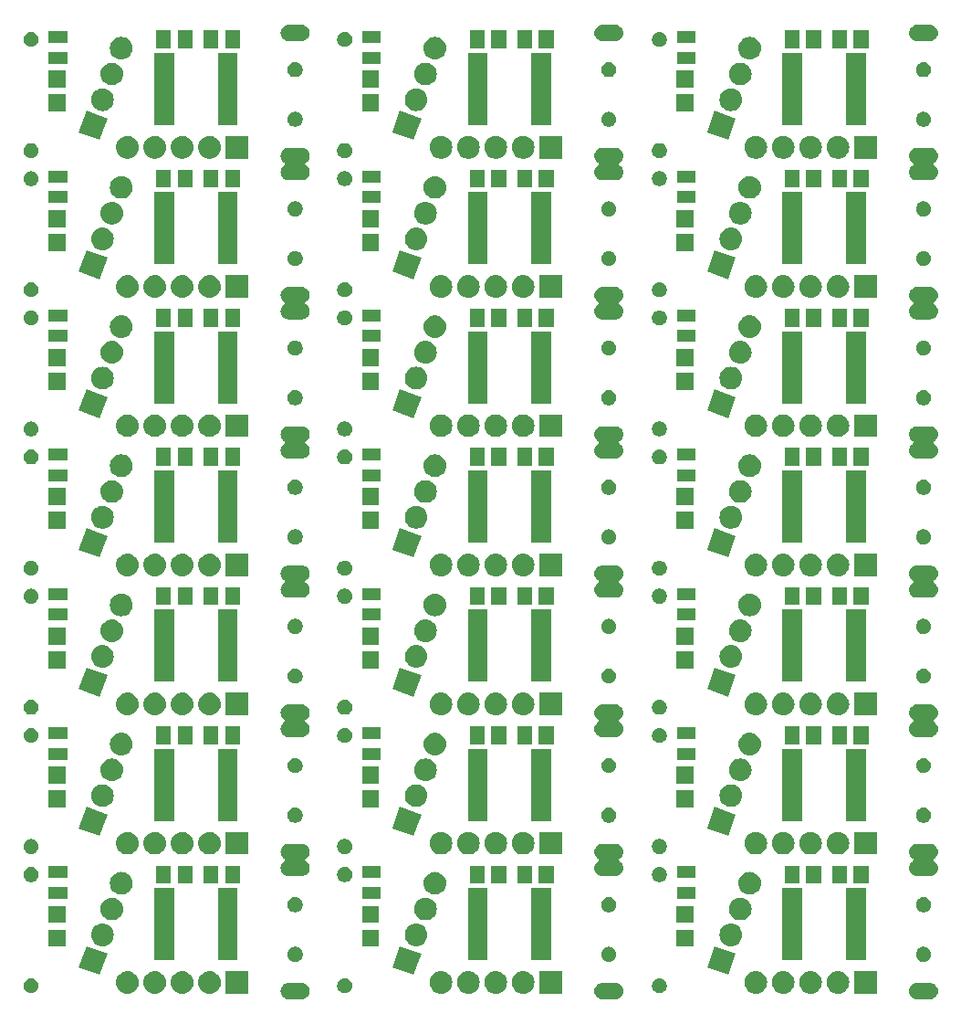
<source format=gbr>
G04 #@! TF.GenerationSoftware,KiCad,Pcbnew,5.0.1*
G04 #@! TF.CreationDate,2019-03-06T23:12:18-06:00*
G04 #@! TF.ProjectId,PlasticFrog,506C617374696346726F672E6B696361,rev?*
G04 #@! TF.SameCoordinates,Original*
G04 #@! TF.FileFunction,Soldermask,Top*
G04 #@! TF.FilePolarity,Negative*
%FSLAX46Y46*%
G04 Gerber Fmt 4.6, Leading zero omitted, Abs format (unit mm)*
G04 Created by KiCad (PCBNEW 5.0.1) date Wed 06 Mar 2019 11:12:18 PM CST*
%MOMM*%
%LPD*%
G01*
G04 APERTURE LIST*
%ADD10C,0.100000*%
G04 APERTURE END LIST*
D10*
G36*
X152347027Y-148360852D02*
X152488401Y-148403738D01*
X152618694Y-148473380D01*
X152732896Y-148567104D01*
X152826620Y-148681306D01*
X152896262Y-148811599D01*
X152939148Y-148952973D01*
X152953628Y-149100000D01*
X152939148Y-149247027D01*
X152896262Y-149388401D01*
X152826620Y-149518694D01*
X152732896Y-149632896D01*
X152618694Y-149726620D01*
X152488401Y-149796262D01*
X152347027Y-149839148D01*
X152236839Y-149850000D01*
X150963161Y-149850000D01*
X150852973Y-149839148D01*
X150711599Y-149796262D01*
X150581306Y-149726620D01*
X150467104Y-149632896D01*
X150373380Y-149518694D01*
X150303738Y-149388401D01*
X150260852Y-149247027D01*
X150246372Y-149100000D01*
X150260852Y-148952973D01*
X150303738Y-148811599D01*
X150373380Y-148681306D01*
X150467104Y-148567104D01*
X150581306Y-148473380D01*
X150711599Y-148403738D01*
X150852973Y-148360852D01*
X150963161Y-148350000D01*
X152236839Y-148350000D01*
X152347027Y-148360852D01*
X152347027Y-148360852D01*
G37*
G36*
X181447027Y-148360852D02*
X181588401Y-148403738D01*
X181718694Y-148473380D01*
X181832896Y-148567104D01*
X181926620Y-148681306D01*
X181996262Y-148811599D01*
X182039148Y-148952973D01*
X182053628Y-149100000D01*
X182039148Y-149247027D01*
X181996262Y-149388401D01*
X181926620Y-149518694D01*
X181832896Y-149632896D01*
X181718694Y-149726620D01*
X181588401Y-149796262D01*
X181447027Y-149839148D01*
X181336839Y-149850000D01*
X180063161Y-149850000D01*
X179952973Y-149839148D01*
X179811599Y-149796262D01*
X179681306Y-149726620D01*
X179567104Y-149632896D01*
X179473380Y-149518694D01*
X179403738Y-149388401D01*
X179360852Y-149247027D01*
X179346372Y-149100000D01*
X179360852Y-148952973D01*
X179403738Y-148811599D01*
X179473380Y-148681306D01*
X179567104Y-148567104D01*
X179681306Y-148473380D01*
X179811599Y-148403738D01*
X179952973Y-148360852D01*
X180063161Y-148350000D01*
X181336839Y-148350000D01*
X181447027Y-148360852D01*
X181447027Y-148360852D01*
G37*
G36*
X210647027Y-148360852D02*
X210788401Y-148403738D01*
X210918694Y-148473380D01*
X211032896Y-148567104D01*
X211126620Y-148681306D01*
X211196262Y-148811599D01*
X211239148Y-148952973D01*
X211253628Y-149100000D01*
X211239148Y-149247027D01*
X211196262Y-149388401D01*
X211126620Y-149518694D01*
X211032896Y-149632896D01*
X210918694Y-149726620D01*
X210788401Y-149796262D01*
X210647027Y-149839148D01*
X210536839Y-149850000D01*
X209263161Y-149850000D01*
X209152973Y-149839148D01*
X209011599Y-149796262D01*
X208881306Y-149726620D01*
X208767104Y-149632896D01*
X208673380Y-149518694D01*
X208603738Y-149388401D01*
X208560852Y-149247027D01*
X208546372Y-149100000D01*
X208560852Y-148952973D01*
X208603738Y-148811599D01*
X208673380Y-148681306D01*
X208767104Y-148567104D01*
X208881306Y-148473380D01*
X209011599Y-148403738D01*
X209152973Y-148360852D01*
X209263161Y-148350000D01*
X210536839Y-148350000D01*
X210647027Y-148360852D01*
X210647027Y-148360852D01*
G37*
G36*
X205550000Y-149350000D02*
X203450000Y-149350000D01*
X203450000Y-147250000D01*
X205550000Y-147250000D01*
X205550000Y-149350000D01*
X205550000Y-149350000D01*
G37*
G36*
X138708707Y-147257597D02*
X138785836Y-147265193D01*
X138917787Y-147305220D01*
X138983763Y-147325233D01*
X139166172Y-147422733D01*
X139326054Y-147553946D01*
X139457267Y-147713828D01*
X139554767Y-147896237D01*
X139574780Y-147962213D01*
X139614807Y-148094164D01*
X139635080Y-148300000D01*
X139614807Y-148505836D01*
X139596221Y-148567105D01*
X139554767Y-148703763D01*
X139457267Y-148886172D01*
X139326054Y-149046054D01*
X139166172Y-149177267D01*
X138983763Y-149274767D01*
X138917787Y-149294780D01*
X138785836Y-149334807D01*
X138708707Y-149342403D01*
X138631580Y-149350000D01*
X138528420Y-149350000D01*
X138451293Y-149342403D01*
X138374164Y-149334807D01*
X138242213Y-149294780D01*
X138176237Y-149274767D01*
X137993828Y-149177267D01*
X137833946Y-149046054D01*
X137702733Y-148886172D01*
X137605233Y-148703763D01*
X137563779Y-148567105D01*
X137545193Y-148505836D01*
X137524920Y-148300000D01*
X137545193Y-148094164D01*
X137585220Y-147962213D01*
X137605233Y-147896237D01*
X137702733Y-147713828D01*
X137833946Y-147553946D01*
X137993828Y-147422733D01*
X138176237Y-147325233D01*
X138242213Y-147305220D01*
X138374164Y-147265193D01*
X138451293Y-147257597D01*
X138528420Y-147250000D01*
X138631580Y-147250000D01*
X138708707Y-147257597D01*
X138708707Y-147257597D01*
G37*
G36*
X141248707Y-147257597D02*
X141325836Y-147265193D01*
X141457787Y-147305220D01*
X141523763Y-147325233D01*
X141706172Y-147422733D01*
X141866054Y-147553946D01*
X141997267Y-147713828D01*
X142094767Y-147896237D01*
X142114780Y-147962213D01*
X142154807Y-148094164D01*
X142175080Y-148300000D01*
X142154807Y-148505836D01*
X142136221Y-148567105D01*
X142094767Y-148703763D01*
X141997267Y-148886172D01*
X141866054Y-149046054D01*
X141706172Y-149177267D01*
X141523763Y-149274767D01*
X141457787Y-149294780D01*
X141325836Y-149334807D01*
X141248707Y-149342403D01*
X141171580Y-149350000D01*
X141068420Y-149350000D01*
X140991293Y-149342403D01*
X140914164Y-149334807D01*
X140782213Y-149294780D01*
X140716237Y-149274767D01*
X140533828Y-149177267D01*
X140373946Y-149046054D01*
X140242733Y-148886172D01*
X140145233Y-148703763D01*
X140103779Y-148567105D01*
X140085193Y-148505836D01*
X140064920Y-148300000D01*
X140085193Y-148094164D01*
X140125220Y-147962213D01*
X140145233Y-147896237D01*
X140242733Y-147713828D01*
X140373946Y-147553946D01*
X140533828Y-147422733D01*
X140716237Y-147325233D01*
X140782213Y-147305220D01*
X140914164Y-147265193D01*
X140991293Y-147257597D01*
X141068420Y-147250000D01*
X141171580Y-147250000D01*
X141248707Y-147257597D01*
X141248707Y-147257597D01*
G37*
G36*
X143788707Y-147257597D02*
X143865836Y-147265193D01*
X143997787Y-147305220D01*
X144063763Y-147325233D01*
X144246172Y-147422733D01*
X144406054Y-147553946D01*
X144537267Y-147713828D01*
X144634767Y-147896237D01*
X144654780Y-147962213D01*
X144694807Y-148094164D01*
X144715080Y-148300000D01*
X144694807Y-148505836D01*
X144676221Y-148567105D01*
X144634767Y-148703763D01*
X144537267Y-148886172D01*
X144406054Y-149046054D01*
X144246172Y-149177267D01*
X144063763Y-149274767D01*
X143997787Y-149294780D01*
X143865836Y-149334807D01*
X143788707Y-149342403D01*
X143711580Y-149350000D01*
X143608420Y-149350000D01*
X143531293Y-149342403D01*
X143454164Y-149334807D01*
X143322213Y-149294780D01*
X143256237Y-149274767D01*
X143073828Y-149177267D01*
X142913946Y-149046054D01*
X142782733Y-148886172D01*
X142685233Y-148703763D01*
X142643779Y-148567105D01*
X142625193Y-148505836D01*
X142604920Y-148300000D01*
X142625193Y-148094164D01*
X142665220Y-147962213D01*
X142685233Y-147896237D01*
X142782733Y-147713828D01*
X142913946Y-147553946D01*
X143073828Y-147422733D01*
X143256237Y-147325233D01*
X143322213Y-147305220D01*
X143454164Y-147265193D01*
X143531293Y-147257597D01*
X143608420Y-147250000D01*
X143711580Y-147250000D01*
X143788707Y-147257597D01*
X143788707Y-147257597D01*
G37*
G36*
X147250000Y-149350000D02*
X145150000Y-149350000D01*
X145150000Y-147250000D01*
X147250000Y-147250000D01*
X147250000Y-149350000D01*
X147250000Y-149350000D01*
G37*
G36*
X176350000Y-149350000D02*
X174250000Y-149350000D01*
X174250000Y-147250000D01*
X176350000Y-147250000D01*
X176350000Y-149350000D01*
X176350000Y-149350000D01*
G37*
G36*
X172888707Y-147257597D02*
X172965836Y-147265193D01*
X173097787Y-147305220D01*
X173163763Y-147325233D01*
X173346172Y-147422733D01*
X173506054Y-147553946D01*
X173637267Y-147713828D01*
X173734767Y-147896237D01*
X173754780Y-147962213D01*
X173794807Y-148094164D01*
X173815080Y-148300000D01*
X173794807Y-148505836D01*
X173776221Y-148567105D01*
X173734767Y-148703763D01*
X173637267Y-148886172D01*
X173506054Y-149046054D01*
X173346172Y-149177267D01*
X173163763Y-149274767D01*
X173097787Y-149294780D01*
X172965836Y-149334807D01*
X172888707Y-149342403D01*
X172811580Y-149350000D01*
X172708420Y-149350000D01*
X172631293Y-149342403D01*
X172554164Y-149334807D01*
X172422213Y-149294780D01*
X172356237Y-149274767D01*
X172173828Y-149177267D01*
X172013946Y-149046054D01*
X171882733Y-148886172D01*
X171785233Y-148703763D01*
X171743779Y-148567105D01*
X171725193Y-148505836D01*
X171704920Y-148300000D01*
X171725193Y-148094164D01*
X171765220Y-147962213D01*
X171785233Y-147896237D01*
X171882733Y-147713828D01*
X172013946Y-147553946D01*
X172173828Y-147422733D01*
X172356237Y-147325233D01*
X172422213Y-147305220D01*
X172554164Y-147265193D01*
X172631293Y-147257597D01*
X172708420Y-147250000D01*
X172811580Y-147250000D01*
X172888707Y-147257597D01*
X172888707Y-147257597D01*
G37*
G36*
X170348707Y-147257597D02*
X170425836Y-147265193D01*
X170557787Y-147305220D01*
X170623763Y-147325233D01*
X170806172Y-147422733D01*
X170966054Y-147553946D01*
X171097267Y-147713828D01*
X171194767Y-147896237D01*
X171214780Y-147962213D01*
X171254807Y-148094164D01*
X171275080Y-148300000D01*
X171254807Y-148505836D01*
X171236221Y-148567105D01*
X171194767Y-148703763D01*
X171097267Y-148886172D01*
X170966054Y-149046054D01*
X170806172Y-149177267D01*
X170623763Y-149274767D01*
X170557787Y-149294780D01*
X170425836Y-149334807D01*
X170348707Y-149342403D01*
X170271580Y-149350000D01*
X170168420Y-149350000D01*
X170091293Y-149342403D01*
X170014164Y-149334807D01*
X169882213Y-149294780D01*
X169816237Y-149274767D01*
X169633828Y-149177267D01*
X169473946Y-149046054D01*
X169342733Y-148886172D01*
X169245233Y-148703763D01*
X169203779Y-148567105D01*
X169185193Y-148505836D01*
X169164920Y-148300000D01*
X169185193Y-148094164D01*
X169225220Y-147962213D01*
X169245233Y-147896237D01*
X169342733Y-147713828D01*
X169473946Y-147553946D01*
X169633828Y-147422733D01*
X169816237Y-147325233D01*
X169882213Y-147305220D01*
X170014164Y-147265193D01*
X170091293Y-147257597D01*
X170168420Y-147250000D01*
X170271580Y-147250000D01*
X170348707Y-147257597D01*
X170348707Y-147257597D01*
G37*
G36*
X165268707Y-147257597D02*
X165345836Y-147265193D01*
X165477787Y-147305220D01*
X165543763Y-147325233D01*
X165726172Y-147422733D01*
X165886054Y-147553946D01*
X166017267Y-147713828D01*
X166114767Y-147896237D01*
X166134780Y-147962213D01*
X166174807Y-148094164D01*
X166195080Y-148300000D01*
X166174807Y-148505836D01*
X166156221Y-148567105D01*
X166114767Y-148703763D01*
X166017267Y-148886172D01*
X165886054Y-149046054D01*
X165726172Y-149177267D01*
X165543763Y-149274767D01*
X165477787Y-149294780D01*
X165345836Y-149334807D01*
X165268707Y-149342403D01*
X165191580Y-149350000D01*
X165088420Y-149350000D01*
X165011293Y-149342403D01*
X164934164Y-149334807D01*
X164802213Y-149294780D01*
X164736237Y-149274767D01*
X164553828Y-149177267D01*
X164393946Y-149046054D01*
X164262733Y-148886172D01*
X164165233Y-148703763D01*
X164123779Y-148567105D01*
X164105193Y-148505836D01*
X164084920Y-148300000D01*
X164105193Y-148094164D01*
X164145220Y-147962213D01*
X164165233Y-147896237D01*
X164262733Y-147713828D01*
X164393946Y-147553946D01*
X164553828Y-147422733D01*
X164736237Y-147325233D01*
X164802213Y-147305220D01*
X164934164Y-147265193D01*
X165011293Y-147257597D01*
X165088420Y-147250000D01*
X165191580Y-147250000D01*
X165268707Y-147257597D01*
X165268707Y-147257597D01*
G37*
G36*
X194468707Y-147257597D02*
X194545836Y-147265193D01*
X194677787Y-147305220D01*
X194743763Y-147325233D01*
X194926172Y-147422733D01*
X195086054Y-147553946D01*
X195217267Y-147713828D01*
X195314767Y-147896237D01*
X195334780Y-147962213D01*
X195374807Y-148094164D01*
X195395080Y-148300000D01*
X195374807Y-148505836D01*
X195356221Y-148567105D01*
X195314767Y-148703763D01*
X195217267Y-148886172D01*
X195086054Y-149046054D01*
X194926172Y-149177267D01*
X194743763Y-149274767D01*
X194677787Y-149294780D01*
X194545836Y-149334807D01*
X194468707Y-149342403D01*
X194391580Y-149350000D01*
X194288420Y-149350000D01*
X194211293Y-149342403D01*
X194134164Y-149334807D01*
X194002213Y-149294780D01*
X193936237Y-149274767D01*
X193753828Y-149177267D01*
X193593946Y-149046054D01*
X193462733Y-148886172D01*
X193365233Y-148703763D01*
X193323779Y-148567105D01*
X193305193Y-148505836D01*
X193284920Y-148300000D01*
X193305193Y-148094164D01*
X193345220Y-147962213D01*
X193365233Y-147896237D01*
X193462733Y-147713828D01*
X193593946Y-147553946D01*
X193753828Y-147422733D01*
X193936237Y-147325233D01*
X194002213Y-147305220D01*
X194134164Y-147265193D01*
X194211293Y-147257597D01*
X194288420Y-147250000D01*
X194391580Y-147250000D01*
X194468707Y-147257597D01*
X194468707Y-147257597D01*
G37*
G36*
X197008707Y-147257597D02*
X197085836Y-147265193D01*
X197217787Y-147305220D01*
X197283763Y-147325233D01*
X197466172Y-147422733D01*
X197626054Y-147553946D01*
X197757267Y-147713828D01*
X197854767Y-147896237D01*
X197874780Y-147962213D01*
X197914807Y-148094164D01*
X197935080Y-148300000D01*
X197914807Y-148505836D01*
X197896221Y-148567105D01*
X197854767Y-148703763D01*
X197757267Y-148886172D01*
X197626054Y-149046054D01*
X197466172Y-149177267D01*
X197283763Y-149274767D01*
X197217787Y-149294780D01*
X197085836Y-149334807D01*
X197008707Y-149342403D01*
X196931580Y-149350000D01*
X196828420Y-149350000D01*
X196751293Y-149342403D01*
X196674164Y-149334807D01*
X196542213Y-149294780D01*
X196476237Y-149274767D01*
X196293828Y-149177267D01*
X196133946Y-149046054D01*
X196002733Y-148886172D01*
X195905233Y-148703763D01*
X195863779Y-148567105D01*
X195845193Y-148505836D01*
X195824920Y-148300000D01*
X195845193Y-148094164D01*
X195885220Y-147962213D01*
X195905233Y-147896237D01*
X196002733Y-147713828D01*
X196133946Y-147553946D01*
X196293828Y-147422733D01*
X196476237Y-147325233D01*
X196542213Y-147305220D01*
X196674164Y-147265193D01*
X196751293Y-147257597D01*
X196828420Y-147250000D01*
X196931580Y-147250000D01*
X197008707Y-147257597D01*
X197008707Y-147257597D01*
G37*
G36*
X199548707Y-147257597D02*
X199625836Y-147265193D01*
X199757787Y-147305220D01*
X199823763Y-147325233D01*
X200006172Y-147422733D01*
X200166054Y-147553946D01*
X200297267Y-147713828D01*
X200394767Y-147896237D01*
X200414780Y-147962213D01*
X200454807Y-148094164D01*
X200475080Y-148300000D01*
X200454807Y-148505836D01*
X200436221Y-148567105D01*
X200394767Y-148703763D01*
X200297267Y-148886172D01*
X200166054Y-149046054D01*
X200006172Y-149177267D01*
X199823763Y-149274767D01*
X199757787Y-149294780D01*
X199625836Y-149334807D01*
X199548707Y-149342403D01*
X199471580Y-149350000D01*
X199368420Y-149350000D01*
X199291293Y-149342403D01*
X199214164Y-149334807D01*
X199082213Y-149294780D01*
X199016237Y-149274767D01*
X198833828Y-149177267D01*
X198673946Y-149046054D01*
X198542733Y-148886172D01*
X198445233Y-148703763D01*
X198403779Y-148567105D01*
X198385193Y-148505836D01*
X198364920Y-148300000D01*
X198385193Y-148094164D01*
X198425220Y-147962213D01*
X198445233Y-147896237D01*
X198542733Y-147713828D01*
X198673946Y-147553946D01*
X198833828Y-147422733D01*
X199016237Y-147325233D01*
X199082213Y-147305220D01*
X199214164Y-147265193D01*
X199291293Y-147257597D01*
X199368420Y-147250000D01*
X199471580Y-147250000D01*
X199548707Y-147257597D01*
X199548707Y-147257597D01*
G37*
G36*
X202088707Y-147257597D02*
X202165836Y-147265193D01*
X202297787Y-147305220D01*
X202363763Y-147325233D01*
X202546172Y-147422733D01*
X202706054Y-147553946D01*
X202837267Y-147713828D01*
X202934767Y-147896237D01*
X202954780Y-147962213D01*
X202994807Y-148094164D01*
X203015080Y-148300000D01*
X202994807Y-148505836D01*
X202976221Y-148567105D01*
X202934767Y-148703763D01*
X202837267Y-148886172D01*
X202706054Y-149046054D01*
X202546172Y-149177267D01*
X202363763Y-149274767D01*
X202297787Y-149294780D01*
X202165836Y-149334807D01*
X202088707Y-149342403D01*
X202011580Y-149350000D01*
X201908420Y-149350000D01*
X201831293Y-149342403D01*
X201754164Y-149334807D01*
X201622213Y-149294780D01*
X201556237Y-149274767D01*
X201373828Y-149177267D01*
X201213946Y-149046054D01*
X201082733Y-148886172D01*
X200985233Y-148703763D01*
X200943779Y-148567105D01*
X200925193Y-148505836D01*
X200904920Y-148300000D01*
X200925193Y-148094164D01*
X200965220Y-147962213D01*
X200985233Y-147896237D01*
X201082733Y-147713828D01*
X201213946Y-147553946D01*
X201373828Y-147422733D01*
X201556237Y-147325233D01*
X201622213Y-147305220D01*
X201754164Y-147265193D01*
X201831293Y-147257597D01*
X201908420Y-147250000D01*
X202011580Y-147250000D01*
X202088707Y-147257597D01*
X202088707Y-147257597D01*
G37*
G36*
X136168707Y-147257597D02*
X136245836Y-147265193D01*
X136377787Y-147305220D01*
X136443763Y-147325233D01*
X136626172Y-147422733D01*
X136786054Y-147553946D01*
X136917267Y-147713828D01*
X137014767Y-147896237D01*
X137034780Y-147962213D01*
X137074807Y-148094164D01*
X137095080Y-148300000D01*
X137074807Y-148505836D01*
X137056221Y-148567105D01*
X137014767Y-148703763D01*
X136917267Y-148886172D01*
X136786054Y-149046054D01*
X136626172Y-149177267D01*
X136443763Y-149274767D01*
X136377787Y-149294780D01*
X136245836Y-149334807D01*
X136168707Y-149342403D01*
X136091580Y-149350000D01*
X135988420Y-149350000D01*
X135911293Y-149342403D01*
X135834164Y-149334807D01*
X135702213Y-149294780D01*
X135636237Y-149274767D01*
X135453828Y-149177267D01*
X135293946Y-149046054D01*
X135162733Y-148886172D01*
X135065233Y-148703763D01*
X135023779Y-148567105D01*
X135005193Y-148505836D01*
X134984920Y-148300000D01*
X135005193Y-148094164D01*
X135045220Y-147962213D01*
X135065233Y-147896237D01*
X135162733Y-147713828D01*
X135293946Y-147553946D01*
X135453828Y-147422733D01*
X135636237Y-147325233D01*
X135702213Y-147305220D01*
X135834164Y-147265193D01*
X135911293Y-147257597D01*
X135988420Y-147250000D01*
X136091580Y-147250000D01*
X136168707Y-147257597D01*
X136168707Y-147257597D01*
G37*
G36*
X167808707Y-147257597D02*
X167885836Y-147265193D01*
X168017787Y-147305220D01*
X168083763Y-147325233D01*
X168266172Y-147422733D01*
X168426054Y-147553946D01*
X168557267Y-147713828D01*
X168654767Y-147896237D01*
X168674780Y-147962213D01*
X168714807Y-148094164D01*
X168735080Y-148300000D01*
X168714807Y-148505836D01*
X168696221Y-148567105D01*
X168654767Y-148703763D01*
X168557267Y-148886172D01*
X168426054Y-149046054D01*
X168266172Y-149177267D01*
X168083763Y-149274767D01*
X168017787Y-149294780D01*
X167885836Y-149334807D01*
X167808707Y-149342403D01*
X167731580Y-149350000D01*
X167628420Y-149350000D01*
X167551293Y-149342403D01*
X167474164Y-149334807D01*
X167342213Y-149294780D01*
X167276237Y-149274767D01*
X167093828Y-149177267D01*
X166933946Y-149046054D01*
X166802733Y-148886172D01*
X166705233Y-148703763D01*
X166663779Y-148567105D01*
X166645193Y-148505836D01*
X166624920Y-148300000D01*
X166645193Y-148094164D01*
X166685220Y-147962213D01*
X166705233Y-147896237D01*
X166802733Y-147713828D01*
X166933946Y-147553946D01*
X167093828Y-147422733D01*
X167276237Y-147325233D01*
X167342213Y-147305220D01*
X167474164Y-147265193D01*
X167551293Y-147257597D01*
X167628420Y-147250000D01*
X167731580Y-147250000D01*
X167808707Y-147257597D01*
X167808707Y-147257597D01*
G37*
G36*
X127304183Y-147926900D02*
X127431574Y-147979668D01*
X127546225Y-148056275D01*
X127643725Y-148153775D01*
X127720332Y-148268426D01*
X127773100Y-148395817D01*
X127800000Y-148531055D01*
X127800000Y-148668945D01*
X127773100Y-148804183D01*
X127739138Y-148886172D01*
X127720332Y-148931574D01*
X127643840Y-149046054D01*
X127643725Y-149046225D01*
X127546225Y-149143725D01*
X127431574Y-149220332D01*
X127304183Y-149273100D01*
X127168945Y-149300000D01*
X127031055Y-149300000D01*
X126895817Y-149273100D01*
X126768426Y-149220332D01*
X126653775Y-149143725D01*
X126556275Y-149046225D01*
X126556161Y-149046054D01*
X126479668Y-148931574D01*
X126460862Y-148886172D01*
X126426900Y-148804183D01*
X126400000Y-148668945D01*
X126400000Y-148531055D01*
X126426900Y-148395817D01*
X126479668Y-148268426D01*
X126556275Y-148153775D01*
X126653775Y-148056275D01*
X126768426Y-147979668D01*
X126895817Y-147926900D01*
X127031055Y-147900000D01*
X127168945Y-147900000D01*
X127304183Y-147926900D01*
X127304183Y-147926900D01*
G37*
G36*
X156404183Y-147926900D02*
X156531574Y-147979668D01*
X156646225Y-148056275D01*
X156743725Y-148153775D01*
X156820332Y-148268426D01*
X156873100Y-148395817D01*
X156900000Y-148531055D01*
X156900000Y-148668945D01*
X156873100Y-148804183D01*
X156839138Y-148886172D01*
X156820332Y-148931574D01*
X156743840Y-149046054D01*
X156743725Y-149046225D01*
X156646225Y-149143725D01*
X156531574Y-149220332D01*
X156404183Y-149273100D01*
X156268945Y-149300000D01*
X156131055Y-149300000D01*
X155995817Y-149273100D01*
X155868426Y-149220332D01*
X155753775Y-149143725D01*
X155656275Y-149046225D01*
X155656161Y-149046054D01*
X155579668Y-148931574D01*
X155560862Y-148886172D01*
X155526900Y-148804183D01*
X155500000Y-148668945D01*
X155500000Y-148531055D01*
X155526900Y-148395817D01*
X155579668Y-148268426D01*
X155656275Y-148153775D01*
X155753775Y-148056275D01*
X155868426Y-147979668D01*
X155995817Y-147926900D01*
X156131055Y-147900000D01*
X156268945Y-147900000D01*
X156404183Y-147926900D01*
X156404183Y-147926900D01*
G37*
G36*
X185604183Y-147926900D02*
X185731574Y-147979668D01*
X185846225Y-148056275D01*
X185943725Y-148153775D01*
X186020332Y-148268426D01*
X186073100Y-148395817D01*
X186100000Y-148531055D01*
X186100000Y-148668945D01*
X186073100Y-148804183D01*
X186039138Y-148886172D01*
X186020332Y-148931574D01*
X185943840Y-149046054D01*
X185943725Y-149046225D01*
X185846225Y-149143725D01*
X185731574Y-149220332D01*
X185604183Y-149273100D01*
X185468945Y-149300000D01*
X185331055Y-149300000D01*
X185195817Y-149273100D01*
X185068426Y-149220332D01*
X184953775Y-149143725D01*
X184856275Y-149046225D01*
X184856161Y-149046054D01*
X184779668Y-148931574D01*
X184760862Y-148886172D01*
X184726900Y-148804183D01*
X184700000Y-148668945D01*
X184700000Y-148531055D01*
X184726900Y-148395817D01*
X184779668Y-148268426D01*
X184856275Y-148153775D01*
X184953775Y-148056275D01*
X185068426Y-147979668D01*
X185195817Y-147926900D01*
X185331055Y-147900000D01*
X185468945Y-147900000D01*
X185604183Y-147926900D01*
X185604183Y-147926900D01*
G37*
G36*
X163308336Y-145646083D02*
X162590094Y-147619437D01*
X160616740Y-146901195D01*
X161334982Y-144927841D01*
X163308336Y-145646083D01*
X163308336Y-145646083D01*
G37*
G36*
X192508336Y-145646083D02*
X191790094Y-147619437D01*
X189816740Y-146901195D01*
X190534982Y-144927841D01*
X192508336Y-145646083D01*
X192508336Y-145646083D01*
G37*
G36*
X134208336Y-145646083D02*
X133490094Y-147619437D01*
X131516740Y-146901195D01*
X132234982Y-144927841D01*
X134208336Y-145646083D01*
X134208336Y-145646083D01*
G37*
G36*
X210104183Y-145026900D02*
X210231574Y-145079668D01*
X210346225Y-145156275D01*
X210443725Y-145253775D01*
X210520332Y-145368426D01*
X210573100Y-145495817D01*
X210600000Y-145631055D01*
X210600000Y-145768945D01*
X210573100Y-145904183D01*
X210520332Y-146031574D01*
X210443725Y-146146225D01*
X210346225Y-146243725D01*
X210231574Y-146320332D01*
X210104183Y-146373100D01*
X209968945Y-146400000D01*
X209831055Y-146400000D01*
X209695817Y-146373100D01*
X209568426Y-146320332D01*
X209453775Y-146243725D01*
X209356275Y-146146225D01*
X209279668Y-146031574D01*
X209226900Y-145904183D01*
X209200000Y-145768945D01*
X209200000Y-145631055D01*
X209226900Y-145495817D01*
X209279668Y-145368426D01*
X209356275Y-145253775D01*
X209453775Y-145156275D01*
X209568426Y-145079668D01*
X209695817Y-145026900D01*
X209831055Y-145000000D01*
X209968945Y-145000000D01*
X210104183Y-145026900D01*
X210104183Y-145026900D01*
G37*
G36*
X180904183Y-145026900D02*
X181031574Y-145079668D01*
X181146225Y-145156275D01*
X181243725Y-145253775D01*
X181320332Y-145368426D01*
X181373100Y-145495817D01*
X181400000Y-145631055D01*
X181400000Y-145768945D01*
X181373100Y-145904183D01*
X181320332Y-146031574D01*
X181243725Y-146146225D01*
X181146225Y-146243725D01*
X181031574Y-146320332D01*
X180904183Y-146373100D01*
X180768945Y-146400000D01*
X180631055Y-146400000D01*
X180495817Y-146373100D01*
X180368426Y-146320332D01*
X180253775Y-146243725D01*
X180156275Y-146146225D01*
X180079668Y-146031574D01*
X180026900Y-145904183D01*
X180000000Y-145768945D01*
X180000000Y-145631055D01*
X180026900Y-145495817D01*
X180079668Y-145368426D01*
X180156275Y-145253775D01*
X180253775Y-145156275D01*
X180368426Y-145079668D01*
X180495817Y-145026900D01*
X180631055Y-145000000D01*
X180768945Y-145000000D01*
X180904183Y-145026900D01*
X180904183Y-145026900D01*
G37*
G36*
X151804183Y-145026900D02*
X151931574Y-145079668D01*
X152046225Y-145156275D01*
X152143725Y-145253775D01*
X152220332Y-145368426D01*
X152273100Y-145495817D01*
X152300000Y-145631055D01*
X152300000Y-145768945D01*
X152273100Y-145904183D01*
X152220332Y-146031574D01*
X152143725Y-146146225D01*
X152046225Y-146243725D01*
X151931574Y-146320332D01*
X151804183Y-146373100D01*
X151668945Y-146400000D01*
X151531055Y-146400000D01*
X151395817Y-146373100D01*
X151268426Y-146320332D01*
X151153775Y-146243725D01*
X151056275Y-146146225D01*
X150979668Y-146031574D01*
X150926900Y-145904183D01*
X150900000Y-145768945D01*
X150900000Y-145631055D01*
X150926900Y-145495817D01*
X150979668Y-145368426D01*
X151056275Y-145253775D01*
X151153775Y-145156275D01*
X151268426Y-145079668D01*
X151395817Y-145026900D01*
X151531055Y-145000000D01*
X151668945Y-145000000D01*
X151804183Y-145026900D01*
X151804183Y-145026900D01*
G37*
G36*
X169475000Y-146250000D02*
X167625000Y-146250000D01*
X167625000Y-139550000D01*
X169475000Y-139550000D01*
X169475000Y-146250000D01*
X169475000Y-146250000D01*
G37*
G36*
X175375000Y-146250000D02*
X173525000Y-146250000D01*
X173525000Y-139550000D01*
X175375000Y-139550000D01*
X175375000Y-146250000D01*
X175375000Y-146250000D01*
G37*
G36*
X146275000Y-146250000D02*
X144425000Y-146250000D01*
X144425000Y-139550000D01*
X146275000Y-139550000D01*
X146275000Y-146250000D01*
X146275000Y-146250000D01*
G37*
G36*
X198675000Y-146250000D02*
X196825000Y-146250000D01*
X196825000Y-139550000D01*
X198675000Y-139550000D01*
X198675000Y-146250000D01*
X198675000Y-146250000D01*
G37*
G36*
X140375000Y-146250000D02*
X138525000Y-146250000D01*
X138525000Y-139550000D01*
X140375000Y-139550000D01*
X140375000Y-146250000D01*
X140375000Y-146250000D01*
G37*
G36*
X204575000Y-146250000D02*
X202725000Y-146250000D01*
X202725000Y-139550000D01*
X204575000Y-139550000D01*
X204575000Y-146250000D01*
X204575000Y-146250000D01*
G37*
G36*
X188600000Y-145000000D02*
X187000000Y-145000000D01*
X187000000Y-143400000D01*
X188600000Y-143400000D01*
X188600000Y-145000000D01*
X188600000Y-145000000D01*
G37*
G36*
X159400000Y-145000000D02*
X157800000Y-145000000D01*
X157800000Y-143400000D01*
X159400000Y-143400000D01*
X159400000Y-145000000D01*
X159400000Y-145000000D01*
G37*
G36*
X130300000Y-145000000D02*
X128700000Y-145000000D01*
X128700000Y-143400000D01*
X130300000Y-143400000D01*
X130300000Y-145000000D01*
X130300000Y-145000000D01*
G37*
G36*
X192159976Y-142844416D02*
X192237105Y-142852013D01*
X192369056Y-142892040D01*
X192435032Y-142912053D01*
X192617441Y-143009553D01*
X192777323Y-143140766D01*
X192908536Y-143300648D01*
X193006036Y-143483057D01*
X193006036Y-143483058D01*
X193066076Y-143680984D01*
X193086349Y-143886820D01*
X193066076Y-144092656D01*
X193063848Y-144100000D01*
X193006036Y-144290583D01*
X192908536Y-144472992D01*
X192777323Y-144632874D01*
X192617441Y-144764087D01*
X192435032Y-144861587D01*
X192369056Y-144881600D01*
X192237105Y-144921627D01*
X192159976Y-144929224D01*
X192082849Y-144936820D01*
X191979689Y-144936820D01*
X191902562Y-144929224D01*
X191825433Y-144921627D01*
X191693482Y-144881600D01*
X191627506Y-144861587D01*
X191445097Y-144764087D01*
X191285215Y-144632874D01*
X191154002Y-144472992D01*
X191056502Y-144290583D01*
X190998690Y-144100000D01*
X190996462Y-144092656D01*
X190976189Y-143886820D01*
X190996462Y-143680984D01*
X191056502Y-143483058D01*
X191056502Y-143483057D01*
X191154002Y-143300648D01*
X191285215Y-143140766D01*
X191445097Y-143009553D01*
X191627506Y-142912053D01*
X191693482Y-142892040D01*
X191825433Y-142852013D01*
X191902562Y-142844416D01*
X191979689Y-142836820D01*
X192082849Y-142836820D01*
X192159976Y-142844416D01*
X192159976Y-142844416D01*
G37*
G36*
X162959976Y-142844416D02*
X163037105Y-142852013D01*
X163169056Y-142892040D01*
X163235032Y-142912053D01*
X163417441Y-143009553D01*
X163577323Y-143140766D01*
X163708536Y-143300648D01*
X163806036Y-143483057D01*
X163806036Y-143483058D01*
X163866076Y-143680984D01*
X163886349Y-143886820D01*
X163866076Y-144092656D01*
X163863848Y-144100000D01*
X163806036Y-144290583D01*
X163708536Y-144472992D01*
X163577323Y-144632874D01*
X163417441Y-144764087D01*
X163235032Y-144861587D01*
X163169056Y-144881600D01*
X163037105Y-144921627D01*
X162959976Y-144929224D01*
X162882849Y-144936820D01*
X162779689Y-144936820D01*
X162702562Y-144929224D01*
X162625433Y-144921627D01*
X162493482Y-144881600D01*
X162427506Y-144861587D01*
X162245097Y-144764087D01*
X162085215Y-144632874D01*
X161954002Y-144472992D01*
X161856502Y-144290583D01*
X161798690Y-144100000D01*
X161796462Y-144092656D01*
X161776189Y-143886820D01*
X161796462Y-143680984D01*
X161856502Y-143483058D01*
X161856502Y-143483057D01*
X161954002Y-143300648D01*
X162085215Y-143140766D01*
X162245097Y-143009553D01*
X162427506Y-142912053D01*
X162493482Y-142892040D01*
X162625433Y-142852013D01*
X162702562Y-142844416D01*
X162779689Y-142836820D01*
X162882849Y-142836820D01*
X162959976Y-142844416D01*
X162959976Y-142844416D01*
G37*
G36*
X133859976Y-142844416D02*
X133937105Y-142852013D01*
X134069056Y-142892040D01*
X134135032Y-142912053D01*
X134317441Y-143009553D01*
X134477323Y-143140766D01*
X134608536Y-143300648D01*
X134706036Y-143483057D01*
X134706036Y-143483058D01*
X134766076Y-143680984D01*
X134786349Y-143886820D01*
X134766076Y-144092656D01*
X134763848Y-144100000D01*
X134706036Y-144290583D01*
X134608536Y-144472992D01*
X134477323Y-144632874D01*
X134317441Y-144764087D01*
X134135032Y-144861587D01*
X134069056Y-144881600D01*
X133937105Y-144921627D01*
X133859976Y-144929224D01*
X133782849Y-144936820D01*
X133679689Y-144936820D01*
X133602562Y-144929224D01*
X133525433Y-144921627D01*
X133393482Y-144881600D01*
X133327506Y-144861587D01*
X133145097Y-144764087D01*
X132985215Y-144632874D01*
X132854002Y-144472992D01*
X132756502Y-144290583D01*
X132698690Y-144100000D01*
X132696462Y-144092656D01*
X132676189Y-143886820D01*
X132696462Y-143680984D01*
X132756502Y-143483058D01*
X132756502Y-143483057D01*
X132854002Y-143300648D01*
X132985215Y-143140766D01*
X133145097Y-143009553D01*
X133327506Y-142912053D01*
X133393482Y-142892040D01*
X133525433Y-142852013D01*
X133602562Y-142844416D01*
X133679689Y-142836820D01*
X133782849Y-142836820D01*
X133859976Y-142844416D01*
X133859976Y-142844416D01*
G37*
G36*
X159400000Y-142800000D02*
X157800000Y-142800000D01*
X157800000Y-141200000D01*
X159400000Y-141200000D01*
X159400000Y-142800000D01*
X159400000Y-142800000D01*
G37*
G36*
X130300000Y-142800000D02*
X128700000Y-142800000D01*
X128700000Y-141200000D01*
X130300000Y-141200000D01*
X130300000Y-142800000D01*
X130300000Y-142800000D01*
G37*
G36*
X188600000Y-142800000D02*
X187000000Y-142800000D01*
X187000000Y-141200000D01*
X188600000Y-141200000D01*
X188600000Y-142800000D01*
X188600000Y-142800000D01*
G37*
G36*
X193028707Y-140457596D02*
X193105836Y-140465193D01*
X193237787Y-140505220D01*
X193303763Y-140525233D01*
X193486172Y-140622733D01*
X193646054Y-140753946D01*
X193777267Y-140913828D01*
X193874767Y-141096237D01*
X193874767Y-141096238D01*
X193934807Y-141294164D01*
X193955080Y-141500000D01*
X193934807Y-141705836D01*
X193906243Y-141800000D01*
X193874767Y-141903763D01*
X193777267Y-142086172D01*
X193646054Y-142246054D01*
X193486172Y-142377267D01*
X193303763Y-142474767D01*
X193237787Y-142494780D01*
X193105836Y-142534807D01*
X193028707Y-142542403D01*
X192951580Y-142550000D01*
X192848420Y-142550000D01*
X192771293Y-142542403D01*
X192694164Y-142534807D01*
X192562213Y-142494780D01*
X192496237Y-142474767D01*
X192313828Y-142377267D01*
X192153946Y-142246054D01*
X192022733Y-142086172D01*
X191925233Y-141903763D01*
X191893757Y-141800000D01*
X191865193Y-141705836D01*
X191844920Y-141500000D01*
X191865193Y-141294164D01*
X191925233Y-141096238D01*
X191925233Y-141096237D01*
X192022733Y-140913828D01*
X192153946Y-140753946D01*
X192313828Y-140622733D01*
X192496237Y-140525233D01*
X192562213Y-140505220D01*
X192694164Y-140465193D01*
X192771293Y-140457596D01*
X192848420Y-140450000D01*
X192951580Y-140450000D01*
X193028707Y-140457596D01*
X193028707Y-140457596D01*
G37*
G36*
X134728707Y-140457596D02*
X134805836Y-140465193D01*
X134937787Y-140505220D01*
X135003763Y-140525233D01*
X135186172Y-140622733D01*
X135346054Y-140753946D01*
X135477267Y-140913828D01*
X135574767Y-141096237D01*
X135574767Y-141096238D01*
X135634807Y-141294164D01*
X135655080Y-141500000D01*
X135634807Y-141705836D01*
X135606243Y-141800000D01*
X135574767Y-141903763D01*
X135477267Y-142086172D01*
X135346054Y-142246054D01*
X135186172Y-142377267D01*
X135003763Y-142474767D01*
X134937787Y-142494780D01*
X134805836Y-142534807D01*
X134728707Y-142542403D01*
X134651580Y-142550000D01*
X134548420Y-142550000D01*
X134471293Y-142542403D01*
X134394164Y-142534807D01*
X134262213Y-142494780D01*
X134196237Y-142474767D01*
X134013828Y-142377267D01*
X133853946Y-142246054D01*
X133722733Y-142086172D01*
X133625233Y-141903763D01*
X133593757Y-141800000D01*
X133565193Y-141705836D01*
X133544920Y-141500000D01*
X133565193Y-141294164D01*
X133625233Y-141096238D01*
X133625233Y-141096237D01*
X133722733Y-140913828D01*
X133853946Y-140753946D01*
X134013828Y-140622733D01*
X134196237Y-140525233D01*
X134262213Y-140505220D01*
X134394164Y-140465193D01*
X134471293Y-140457596D01*
X134548420Y-140450000D01*
X134651580Y-140450000D01*
X134728707Y-140457596D01*
X134728707Y-140457596D01*
G37*
G36*
X163828707Y-140457596D02*
X163905836Y-140465193D01*
X164037787Y-140505220D01*
X164103763Y-140525233D01*
X164286172Y-140622733D01*
X164446054Y-140753946D01*
X164577267Y-140913828D01*
X164674767Y-141096237D01*
X164674767Y-141096238D01*
X164734807Y-141294164D01*
X164755080Y-141500000D01*
X164734807Y-141705836D01*
X164706243Y-141800000D01*
X164674767Y-141903763D01*
X164577267Y-142086172D01*
X164446054Y-142246054D01*
X164286172Y-142377267D01*
X164103763Y-142474767D01*
X164037787Y-142494780D01*
X163905836Y-142534807D01*
X163828707Y-142542403D01*
X163751580Y-142550000D01*
X163648420Y-142550000D01*
X163571293Y-142542403D01*
X163494164Y-142534807D01*
X163362213Y-142494780D01*
X163296237Y-142474767D01*
X163113828Y-142377267D01*
X162953946Y-142246054D01*
X162822733Y-142086172D01*
X162725233Y-141903763D01*
X162693757Y-141800000D01*
X162665193Y-141705836D01*
X162644920Y-141500000D01*
X162665193Y-141294164D01*
X162725233Y-141096238D01*
X162725233Y-141096237D01*
X162822733Y-140913828D01*
X162953946Y-140753946D01*
X163113828Y-140622733D01*
X163296237Y-140525233D01*
X163362213Y-140505220D01*
X163494164Y-140465193D01*
X163571293Y-140457596D01*
X163648420Y-140450000D01*
X163751580Y-140450000D01*
X163828707Y-140457596D01*
X163828707Y-140457596D01*
G37*
G36*
X210104183Y-140426900D02*
X210231574Y-140479668D01*
X210346225Y-140556275D01*
X210443725Y-140653775D01*
X210520332Y-140768426D01*
X210573100Y-140895817D01*
X210600000Y-141031055D01*
X210600000Y-141168945D01*
X210573100Y-141304183D01*
X210520332Y-141431574D01*
X210474612Y-141500000D01*
X210443725Y-141546225D01*
X210346225Y-141643725D01*
X210231574Y-141720332D01*
X210104183Y-141773100D01*
X209968945Y-141800000D01*
X209831055Y-141800000D01*
X209695817Y-141773100D01*
X209568426Y-141720332D01*
X209453775Y-141643725D01*
X209356275Y-141546225D01*
X209325389Y-141500000D01*
X209279668Y-141431574D01*
X209226900Y-141304183D01*
X209200000Y-141168945D01*
X209200000Y-141031055D01*
X209226900Y-140895817D01*
X209279668Y-140768426D01*
X209356275Y-140653775D01*
X209453775Y-140556275D01*
X209568426Y-140479668D01*
X209695817Y-140426900D01*
X209831055Y-140400000D01*
X209968945Y-140400000D01*
X210104183Y-140426900D01*
X210104183Y-140426900D01*
G37*
G36*
X151804183Y-140426900D02*
X151931574Y-140479668D01*
X152046225Y-140556275D01*
X152143725Y-140653775D01*
X152220332Y-140768426D01*
X152273100Y-140895817D01*
X152300000Y-141031055D01*
X152300000Y-141168945D01*
X152273100Y-141304183D01*
X152220332Y-141431574D01*
X152174612Y-141500000D01*
X152143725Y-141546225D01*
X152046225Y-141643725D01*
X151931574Y-141720332D01*
X151804183Y-141773100D01*
X151668945Y-141800000D01*
X151531055Y-141800000D01*
X151395817Y-141773100D01*
X151268426Y-141720332D01*
X151153775Y-141643725D01*
X151056275Y-141546225D01*
X151025389Y-141500000D01*
X150979668Y-141431574D01*
X150926900Y-141304183D01*
X150900000Y-141168945D01*
X150900000Y-141031055D01*
X150926900Y-140895817D01*
X150979668Y-140768426D01*
X151056275Y-140653775D01*
X151153775Y-140556275D01*
X151268426Y-140479668D01*
X151395817Y-140426900D01*
X151531055Y-140400000D01*
X151668945Y-140400000D01*
X151804183Y-140426900D01*
X151804183Y-140426900D01*
G37*
G36*
X180904183Y-140426900D02*
X181031574Y-140479668D01*
X181146225Y-140556275D01*
X181243725Y-140653775D01*
X181320332Y-140768426D01*
X181373100Y-140895817D01*
X181400000Y-141031055D01*
X181400000Y-141168945D01*
X181373100Y-141304183D01*
X181320332Y-141431574D01*
X181274612Y-141500000D01*
X181243725Y-141546225D01*
X181146225Y-141643725D01*
X181031574Y-141720332D01*
X180904183Y-141773100D01*
X180768945Y-141800000D01*
X180631055Y-141800000D01*
X180495817Y-141773100D01*
X180368426Y-141720332D01*
X180253775Y-141643725D01*
X180156275Y-141546225D01*
X180125389Y-141500000D01*
X180079668Y-141431574D01*
X180026900Y-141304183D01*
X180000000Y-141168945D01*
X180000000Y-141031055D01*
X180026900Y-140895817D01*
X180079668Y-140768426D01*
X180156275Y-140653775D01*
X180253775Y-140556275D01*
X180368426Y-140479668D01*
X180495817Y-140426900D01*
X180631055Y-140400000D01*
X180768945Y-140400000D01*
X180904183Y-140426900D01*
X180904183Y-140426900D01*
G37*
G36*
X159550000Y-140550000D02*
X157850000Y-140550000D01*
X157850000Y-139450000D01*
X159550000Y-139450000D01*
X159550000Y-140550000D01*
X159550000Y-140550000D01*
G37*
G36*
X130450000Y-140550000D02*
X128750000Y-140550000D01*
X128750000Y-139450000D01*
X130450000Y-139450000D01*
X130450000Y-140550000D01*
X130450000Y-140550000D01*
G37*
G36*
X188750000Y-140550000D02*
X187050000Y-140550000D01*
X187050000Y-139450000D01*
X188750000Y-139450000D01*
X188750000Y-140550000D01*
X188750000Y-140550000D01*
G37*
G36*
X193897438Y-138070778D02*
X193974567Y-138078374D01*
X194106518Y-138118401D01*
X194172494Y-138138414D01*
X194354903Y-138235914D01*
X194514785Y-138367127D01*
X194645998Y-138527009D01*
X194743498Y-138709418D01*
X194743498Y-138709419D01*
X194803538Y-138907345D01*
X194823811Y-139113181D01*
X194803538Y-139319017D01*
X194763805Y-139450000D01*
X194743498Y-139516944D01*
X194645998Y-139699353D01*
X194514785Y-139859235D01*
X194354903Y-139990448D01*
X194172494Y-140087948D01*
X194106518Y-140107961D01*
X193974567Y-140147988D01*
X193897438Y-140155584D01*
X193820311Y-140163181D01*
X193717151Y-140163181D01*
X193640024Y-140155584D01*
X193562895Y-140147988D01*
X193430944Y-140107961D01*
X193364968Y-140087948D01*
X193182559Y-139990448D01*
X193022677Y-139859235D01*
X192891464Y-139699353D01*
X192793964Y-139516944D01*
X192773657Y-139450000D01*
X192733924Y-139319017D01*
X192713651Y-139113181D01*
X192733924Y-138907345D01*
X192793964Y-138709419D01*
X192793964Y-138709418D01*
X192891464Y-138527009D01*
X193022677Y-138367127D01*
X193182559Y-138235914D01*
X193364968Y-138138414D01*
X193430944Y-138118401D01*
X193562895Y-138078374D01*
X193640024Y-138070778D01*
X193717151Y-138063181D01*
X193820311Y-138063181D01*
X193897438Y-138070778D01*
X193897438Y-138070778D01*
G37*
G36*
X135597438Y-138070778D02*
X135674567Y-138078374D01*
X135806518Y-138118401D01*
X135872494Y-138138414D01*
X136054903Y-138235914D01*
X136214785Y-138367127D01*
X136345998Y-138527009D01*
X136443498Y-138709418D01*
X136443498Y-138709419D01*
X136503538Y-138907345D01*
X136523811Y-139113181D01*
X136503538Y-139319017D01*
X136463805Y-139450000D01*
X136443498Y-139516944D01*
X136345998Y-139699353D01*
X136214785Y-139859235D01*
X136054903Y-139990448D01*
X135872494Y-140087948D01*
X135806518Y-140107961D01*
X135674567Y-140147988D01*
X135597438Y-140155584D01*
X135520311Y-140163181D01*
X135417151Y-140163181D01*
X135340024Y-140155584D01*
X135262895Y-140147988D01*
X135130944Y-140107961D01*
X135064968Y-140087948D01*
X134882559Y-139990448D01*
X134722677Y-139859235D01*
X134591464Y-139699353D01*
X134493964Y-139516944D01*
X134473657Y-139450000D01*
X134433924Y-139319017D01*
X134413651Y-139113181D01*
X134433924Y-138907345D01*
X134493964Y-138709419D01*
X134493964Y-138709418D01*
X134591464Y-138527009D01*
X134722677Y-138367127D01*
X134882559Y-138235914D01*
X135064968Y-138138414D01*
X135130944Y-138118401D01*
X135262895Y-138078374D01*
X135340024Y-138070778D01*
X135417151Y-138063181D01*
X135520311Y-138063181D01*
X135597438Y-138070778D01*
X135597438Y-138070778D01*
G37*
G36*
X164697438Y-138070778D02*
X164774567Y-138078374D01*
X164906518Y-138118401D01*
X164972494Y-138138414D01*
X165154903Y-138235914D01*
X165314785Y-138367127D01*
X165445998Y-138527009D01*
X165543498Y-138709418D01*
X165543498Y-138709419D01*
X165603538Y-138907345D01*
X165623811Y-139113181D01*
X165603538Y-139319017D01*
X165563805Y-139450000D01*
X165543498Y-139516944D01*
X165445998Y-139699353D01*
X165314785Y-139859235D01*
X165154903Y-139990448D01*
X164972494Y-140087948D01*
X164906518Y-140107961D01*
X164774567Y-140147988D01*
X164697438Y-140155584D01*
X164620311Y-140163181D01*
X164517151Y-140163181D01*
X164440024Y-140155584D01*
X164362895Y-140147988D01*
X164230944Y-140107961D01*
X164164968Y-140087948D01*
X163982559Y-139990448D01*
X163822677Y-139859235D01*
X163691464Y-139699353D01*
X163593964Y-139516944D01*
X163573657Y-139450000D01*
X163533924Y-139319017D01*
X163513651Y-139113181D01*
X163533924Y-138907345D01*
X163593964Y-138709419D01*
X163593964Y-138709418D01*
X163691464Y-138527009D01*
X163822677Y-138367127D01*
X163982559Y-138235914D01*
X164164968Y-138138414D01*
X164230944Y-138118401D01*
X164362895Y-138078374D01*
X164440024Y-138070778D01*
X164517151Y-138063181D01*
X164620311Y-138063181D01*
X164697438Y-138070778D01*
X164697438Y-138070778D01*
G37*
G36*
X146500000Y-139125000D02*
X145100000Y-139125000D01*
X145100000Y-137475000D01*
X146500000Y-137475000D01*
X146500000Y-139125000D01*
X146500000Y-139125000D01*
G37*
G36*
X142100000Y-139125000D02*
X140700000Y-139125000D01*
X140700000Y-137475000D01*
X142100000Y-137475000D01*
X142100000Y-139125000D01*
X142100000Y-139125000D01*
G37*
G36*
X144500000Y-139125000D02*
X143100000Y-139125000D01*
X143100000Y-137475000D01*
X144500000Y-137475000D01*
X144500000Y-139125000D01*
X144500000Y-139125000D01*
G37*
G36*
X198400000Y-139125000D02*
X197000000Y-139125000D01*
X197000000Y-137475000D01*
X198400000Y-137475000D01*
X198400000Y-139125000D01*
X198400000Y-139125000D01*
G37*
G36*
X169200000Y-139125000D02*
X167800000Y-139125000D01*
X167800000Y-137475000D01*
X169200000Y-137475000D01*
X169200000Y-139125000D01*
X169200000Y-139125000D01*
G37*
G36*
X171200000Y-139125000D02*
X169800000Y-139125000D01*
X169800000Y-137475000D01*
X171200000Y-137475000D01*
X171200000Y-139125000D01*
X171200000Y-139125000D01*
G37*
G36*
X173600000Y-139125000D02*
X172200000Y-139125000D01*
X172200000Y-137475000D01*
X173600000Y-137475000D01*
X173600000Y-139125000D01*
X173600000Y-139125000D01*
G37*
G36*
X200400000Y-139125000D02*
X199000000Y-139125000D01*
X199000000Y-137475000D01*
X200400000Y-137475000D01*
X200400000Y-139125000D01*
X200400000Y-139125000D01*
G37*
G36*
X175600000Y-139125000D02*
X174200000Y-139125000D01*
X174200000Y-137475000D01*
X175600000Y-137475000D01*
X175600000Y-139125000D01*
X175600000Y-139125000D01*
G37*
G36*
X140100000Y-139125000D02*
X138700000Y-139125000D01*
X138700000Y-137475000D01*
X140100000Y-137475000D01*
X140100000Y-139125000D01*
X140100000Y-139125000D01*
G37*
G36*
X204800000Y-139125000D02*
X203400000Y-139125000D01*
X203400000Y-137475000D01*
X204800000Y-137475000D01*
X204800000Y-139125000D01*
X204800000Y-139125000D01*
G37*
G36*
X202800000Y-139125000D02*
X201400000Y-139125000D01*
X201400000Y-137475000D01*
X202800000Y-137475000D01*
X202800000Y-139125000D01*
X202800000Y-139125000D01*
G37*
G36*
X127304183Y-137626900D02*
X127431574Y-137679668D01*
X127546225Y-137756275D01*
X127643725Y-137853775D01*
X127720332Y-137968426D01*
X127773100Y-138095817D01*
X127800000Y-138231055D01*
X127800000Y-138368945D01*
X127773100Y-138504183D01*
X127720332Y-138631574D01*
X127643725Y-138746225D01*
X127546225Y-138843725D01*
X127431574Y-138920332D01*
X127304183Y-138973100D01*
X127168945Y-139000000D01*
X127031055Y-139000000D01*
X126895817Y-138973100D01*
X126768426Y-138920332D01*
X126653775Y-138843725D01*
X126556275Y-138746225D01*
X126479668Y-138631574D01*
X126426900Y-138504183D01*
X126400000Y-138368945D01*
X126400000Y-138231055D01*
X126426900Y-138095817D01*
X126479668Y-137968426D01*
X126556275Y-137853775D01*
X126653775Y-137756275D01*
X126768426Y-137679668D01*
X126895817Y-137626900D01*
X127031055Y-137600000D01*
X127168945Y-137600000D01*
X127304183Y-137626900D01*
X127304183Y-137626900D01*
G37*
G36*
X185604183Y-137626900D02*
X185731574Y-137679668D01*
X185846225Y-137756275D01*
X185943725Y-137853775D01*
X186020332Y-137968426D01*
X186073100Y-138095817D01*
X186100000Y-138231055D01*
X186100000Y-138368945D01*
X186073100Y-138504183D01*
X186020332Y-138631574D01*
X185943725Y-138746225D01*
X185846225Y-138843725D01*
X185731574Y-138920332D01*
X185604183Y-138973100D01*
X185468945Y-139000000D01*
X185331055Y-139000000D01*
X185195817Y-138973100D01*
X185068426Y-138920332D01*
X184953775Y-138843725D01*
X184856275Y-138746225D01*
X184779668Y-138631574D01*
X184726900Y-138504183D01*
X184700000Y-138368945D01*
X184700000Y-138231055D01*
X184726900Y-138095817D01*
X184779668Y-137968426D01*
X184856275Y-137853775D01*
X184953775Y-137756275D01*
X185068426Y-137679668D01*
X185195817Y-137626900D01*
X185331055Y-137600000D01*
X185468945Y-137600000D01*
X185604183Y-137626900D01*
X185604183Y-137626900D01*
G37*
G36*
X156404183Y-137626900D02*
X156531574Y-137679668D01*
X156646225Y-137756275D01*
X156743725Y-137853775D01*
X156820332Y-137968426D01*
X156873100Y-138095817D01*
X156900000Y-138231055D01*
X156900000Y-138368945D01*
X156873100Y-138504183D01*
X156820332Y-138631574D01*
X156743725Y-138746225D01*
X156646225Y-138843725D01*
X156531574Y-138920332D01*
X156404183Y-138973100D01*
X156268945Y-139000000D01*
X156131055Y-139000000D01*
X155995817Y-138973100D01*
X155868426Y-138920332D01*
X155753775Y-138843725D01*
X155656275Y-138746225D01*
X155579668Y-138631574D01*
X155526900Y-138504183D01*
X155500000Y-138368945D01*
X155500000Y-138231055D01*
X155526900Y-138095817D01*
X155579668Y-137968426D01*
X155656275Y-137853775D01*
X155753775Y-137756275D01*
X155868426Y-137679668D01*
X155995817Y-137626900D01*
X156131055Y-137600000D01*
X156268945Y-137600000D01*
X156404183Y-137626900D01*
X156404183Y-137626900D01*
G37*
G36*
X188750000Y-138650000D02*
X187050000Y-138650000D01*
X187050000Y-137550000D01*
X188750000Y-137550000D01*
X188750000Y-138650000D01*
X188750000Y-138650000D01*
G37*
G36*
X159550000Y-138650000D02*
X157850000Y-138650000D01*
X157850000Y-137550000D01*
X159550000Y-137550000D01*
X159550000Y-138650000D01*
X159550000Y-138650000D01*
G37*
G36*
X130450000Y-138650000D02*
X128750000Y-138650000D01*
X128750000Y-137550000D01*
X130450000Y-137550000D01*
X130450000Y-138650000D01*
X130450000Y-138650000D01*
G37*
G36*
X181447027Y-135460852D02*
X181588401Y-135503738D01*
X181718694Y-135573380D01*
X181832896Y-135667104D01*
X181926620Y-135781306D01*
X181996262Y-135911599D01*
X182039148Y-136052973D01*
X182053628Y-136200000D01*
X182039148Y-136347027D01*
X181996262Y-136488401D01*
X181926620Y-136618694D01*
X181832896Y-136732896D01*
X181718694Y-136826620D01*
X181694110Y-136839760D01*
X181673735Y-136853373D01*
X181656408Y-136870701D01*
X181642794Y-136891075D01*
X181633417Y-136913714D01*
X181628636Y-136937747D01*
X181628636Y-136962252D01*
X181633416Y-136986285D01*
X181642794Y-137008924D01*
X181656407Y-137029299D01*
X181673735Y-137046626D01*
X181694110Y-137060240D01*
X181718694Y-137073380D01*
X181832896Y-137167104D01*
X181926620Y-137281306D01*
X181996262Y-137411599D01*
X182039148Y-137552973D01*
X182053628Y-137700000D01*
X182039148Y-137847027D01*
X181996262Y-137988401D01*
X181926620Y-138118694D01*
X181832896Y-138232896D01*
X181718694Y-138326620D01*
X181588401Y-138396262D01*
X181447027Y-138439148D01*
X181336839Y-138450000D01*
X180063161Y-138450000D01*
X179952973Y-138439148D01*
X179811599Y-138396262D01*
X179681306Y-138326620D01*
X179567104Y-138232896D01*
X179473380Y-138118694D01*
X179403738Y-137988401D01*
X179360852Y-137847027D01*
X179346372Y-137700000D01*
X179360852Y-137552973D01*
X179403738Y-137411599D01*
X179473380Y-137281306D01*
X179567104Y-137167104D01*
X179681306Y-137073380D01*
X179705890Y-137060240D01*
X179726265Y-137046627D01*
X179743592Y-137029299D01*
X179757206Y-137008925D01*
X179766583Y-136986286D01*
X179771364Y-136962253D01*
X179771364Y-136937748D01*
X179766584Y-136913715D01*
X179757206Y-136891076D01*
X179743593Y-136870701D01*
X179726265Y-136853374D01*
X179705890Y-136839760D01*
X179681306Y-136826620D01*
X179567104Y-136732896D01*
X179473380Y-136618694D01*
X179403738Y-136488401D01*
X179360852Y-136347027D01*
X179346372Y-136200000D01*
X179360852Y-136052973D01*
X179403738Y-135911599D01*
X179473380Y-135781306D01*
X179567104Y-135667104D01*
X179681306Y-135573380D01*
X179811599Y-135503738D01*
X179952973Y-135460852D01*
X180063161Y-135450000D01*
X181336839Y-135450000D01*
X181447027Y-135460852D01*
X181447027Y-135460852D01*
G37*
G36*
X210647027Y-135460852D02*
X210788401Y-135503738D01*
X210918694Y-135573380D01*
X211032896Y-135667104D01*
X211126620Y-135781306D01*
X211196262Y-135911599D01*
X211239148Y-136052973D01*
X211253628Y-136200000D01*
X211239148Y-136347027D01*
X211196262Y-136488401D01*
X211126620Y-136618694D01*
X211032896Y-136732896D01*
X210918694Y-136826620D01*
X210894110Y-136839760D01*
X210873735Y-136853373D01*
X210856408Y-136870701D01*
X210842794Y-136891075D01*
X210833417Y-136913714D01*
X210828636Y-136937747D01*
X210828636Y-136962252D01*
X210833416Y-136986285D01*
X210842794Y-137008924D01*
X210856407Y-137029299D01*
X210873735Y-137046626D01*
X210894110Y-137060240D01*
X210918694Y-137073380D01*
X211032896Y-137167104D01*
X211126620Y-137281306D01*
X211196262Y-137411599D01*
X211239148Y-137552973D01*
X211253628Y-137700000D01*
X211239148Y-137847027D01*
X211196262Y-137988401D01*
X211126620Y-138118694D01*
X211032896Y-138232896D01*
X210918694Y-138326620D01*
X210788401Y-138396262D01*
X210647027Y-138439148D01*
X210536839Y-138450000D01*
X209263161Y-138450000D01*
X209152973Y-138439148D01*
X209011599Y-138396262D01*
X208881306Y-138326620D01*
X208767104Y-138232896D01*
X208673380Y-138118694D01*
X208603738Y-137988401D01*
X208560852Y-137847027D01*
X208546372Y-137700000D01*
X208560852Y-137552973D01*
X208603738Y-137411599D01*
X208673380Y-137281306D01*
X208767104Y-137167104D01*
X208881306Y-137073380D01*
X208905890Y-137060240D01*
X208926265Y-137046627D01*
X208943592Y-137029299D01*
X208957206Y-137008925D01*
X208966583Y-136986286D01*
X208971364Y-136962253D01*
X208971364Y-136937748D01*
X208966584Y-136913715D01*
X208957206Y-136891076D01*
X208943593Y-136870701D01*
X208926265Y-136853374D01*
X208905890Y-136839760D01*
X208881306Y-136826620D01*
X208767104Y-136732896D01*
X208673380Y-136618694D01*
X208603738Y-136488401D01*
X208560852Y-136347027D01*
X208546372Y-136200000D01*
X208560852Y-136052973D01*
X208603738Y-135911599D01*
X208673380Y-135781306D01*
X208767104Y-135667104D01*
X208881306Y-135573380D01*
X209011599Y-135503738D01*
X209152973Y-135460852D01*
X209263161Y-135450000D01*
X210536839Y-135450000D01*
X210647027Y-135460852D01*
X210647027Y-135460852D01*
G37*
G36*
X152347027Y-135460852D02*
X152488401Y-135503738D01*
X152618694Y-135573380D01*
X152732896Y-135667104D01*
X152826620Y-135781306D01*
X152896262Y-135911599D01*
X152939148Y-136052973D01*
X152953628Y-136200000D01*
X152939148Y-136347027D01*
X152896262Y-136488401D01*
X152826620Y-136618694D01*
X152732896Y-136732896D01*
X152618694Y-136826620D01*
X152594110Y-136839760D01*
X152573735Y-136853373D01*
X152556408Y-136870701D01*
X152542794Y-136891075D01*
X152533417Y-136913714D01*
X152528636Y-136937747D01*
X152528636Y-136962252D01*
X152533416Y-136986285D01*
X152542794Y-137008924D01*
X152556407Y-137029299D01*
X152573735Y-137046626D01*
X152594110Y-137060240D01*
X152618694Y-137073380D01*
X152732896Y-137167104D01*
X152826620Y-137281306D01*
X152896262Y-137411599D01*
X152939148Y-137552973D01*
X152953628Y-137700000D01*
X152939148Y-137847027D01*
X152896262Y-137988401D01*
X152826620Y-138118694D01*
X152732896Y-138232896D01*
X152618694Y-138326620D01*
X152488401Y-138396262D01*
X152347027Y-138439148D01*
X152236839Y-138450000D01*
X150963161Y-138450000D01*
X150852973Y-138439148D01*
X150711599Y-138396262D01*
X150581306Y-138326620D01*
X150467104Y-138232896D01*
X150373380Y-138118694D01*
X150303738Y-137988401D01*
X150260852Y-137847027D01*
X150246372Y-137700000D01*
X150260852Y-137552973D01*
X150303738Y-137411599D01*
X150373380Y-137281306D01*
X150467104Y-137167104D01*
X150581306Y-137073380D01*
X150605890Y-137060240D01*
X150626265Y-137046627D01*
X150643592Y-137029299D01*
X150657206Y-137008925D01*
X150666583Y-136986286D01*
X150671364Y-136962253D01*
X150671364Y-136937748D01*
X150666584Y-136913715D01*
X150657206Y-136891076D01*
X150643593Y-136870701D01*
X150626265Y-136853374D01*
X150605890Y-136839760D01*
X150581306Y-136826620D01*
X150467104Y-136732896D01*
X150373380Y-136618694D01*
X150303738Y-136488401D01*
X150260852Y-136347027D01*
X150246372Y-136200000D01*
X150260852Y-136052973D01*
X150303738Y-135911599D01*
X150373380Y-135781306D01*
X150467104Y-135667104D01*
X150581306Y-135573380D01*
X150711599Y-135503738D01*
X150852973Y-135460852D01*
X150963161Y-135450000D01*
X152236839Y-135450000D01*
X152347027Y-135460852D01*
X152347027Y-135460852D01*
G37*
G36*
X147250000Y-136450000D02*
X145150000Y-136450000D01*
X145150000Y-134350000D01*
X147250000Y-134350000D01*
X147250000Y-136450000D01*
X147250000Y-136450000D01*
G37*
G36*
X143788707Y-134357596D02*
X143865836Y-134365193D01*
X143997787Y-134405220D01*
X144063763Y-134425233D01*
X144246172Y-134522733D01*
X144406054Y-134653946D01*
X144537267Y-134813828D01*
X144634767Y-134996237D01*
X144654780Y-135062213D01*
X144694807Y-135194164D01*
X144715080Y-135400000D01*
X144694807Y-135605836D01*
X144676221Y-135667105D01*
X144634767Y-135803763D01*
X144537267Y-135986172D01*
X144406054Y-136146054D01*
X144246172Y-136277267D01*
X144063763Y-136374767D01*
X143997787Y-136394780D01*
X143865836Y-136434807D01*
X143788707Y-136442404D01*
X143711580Y-136450000D01*
X143608420Y-136450000D01*
X143531293Y-136442404D01*
X143454164Y-136434807D01*
X143322213Y-136394780D01*
X143256237Y-136374767D01*
X143073828Y-136277267D01*
X142913946Y-136146054D01*
X142782733Y-135986172D01*
X142685233Y-135803763D01*
X142643779Y-135667105D01*
X142625193Y-135605836D01*
X142604920Y-135400000D01*
X142625193Y-135194164D01*
X142665220Y-135062213D01*
X142685233Y-134996237D01*
X142782733Y-134813828D01*
X142913946Y-134653946D01*
X143073828Y-134522733D01*
X143256237Y-134425233D01*
X143322213Y-134405220D01*
X143454164Y-134365193D01*
X143531293Y-134357596D01*
X143608420Y-134350000D01*
X143711580Y-134350000D01*
X143788707Y-134357596D01*
X143788707Y-134357596D01*
G37*
G36*
X141248707Y-134357596D02*
X141325836Y-134365193D01*
X141457787Y-134405220D01*
X141523763Y-134425233D01*
X141706172Y-134522733D01*
X141866054Y-134653946D01*
X141997267Y-134813828D01*
X142094767Y-134996237D01*
X142114780Y-135062213D01*
X142154807Y-135194164D01*
X142175080Y-135400000D01*
X142154807Y-135605836D01*
X142136221Y-135667105D01*
X142094767Y-135803763D01*
X141997267Y-135986172D01*
X141866054Y-136146054D01*
X141706172Y-136277267D01*
X141523763Y-136374767D01*
X141457787Y-136394780D01*
X141325836Y-136434807D01*
X141248707Y-136442404D01*
X141171580Y-136450000D01*
X141068420Y-136450000D01*
X140991293Y-136442404D01*
X140914164Y-136434807D01*
X140782213Y-136394780D01*
X140716237Y-136374767D01*
X140533828Y-136277267D01*
X140373946Y-136146054D01*
X140242733Y-135986172D01*
X140145233Y-135803763D01*
X140103779Y-135667105D01*
X140085193Y-135605836D01*
X140064920Y-135400000D01*
X140085193Y-135194164D01*
X140125220Y-135062213D01*
X140145233Y-134996237D01*
X140242733Y-134813828D01*
X140373946Y-134653946D01*
X140533828Y-134522733D01*
X140716237Y-134425233D01*
X140782213Y-134405220D01*
X140914164Y-134365193D01*
X140991293Y-134357596D01*
X141068420Y-134350000D01*
X141171580Y-134350000D01*
X141248707Y-134357596D01*
X141248707Y-134357596D01*
G37*
G36*
X138708707Y-134357596D02*
X138785836Y-134365193D01*
X138917787Y-134405220D01*
X138983763Y-134425233D01*
X139166172Y-134522733D01*
X139326054Y-134653946D01*
X139457267Y-134813828D01*
X139554767Y-134996237D01*
X139574780Y-135062213D01*
X139614807Y-135194164D01*
X139635080Y-135400000D01*
X139614807Y-135605836D01*
X139596221Y-135667105D01*
X139554767Y-135803763D01*
X139457267Y-135986172D01*
X139326054Y-136146054D01*
X139166172Y-136277267D01*
X138983763Y-136374767D01*
X138917787Y-136394780D01*
X138785836Y-136434807D01*
X138708707Y-136442404D01*
X138631580Y-136450000D01*
X138528420Y-136450000D01*
X138451293Y-136442404D01*
X138374164Y-136434807D01*
X138242213Y-136394780D01*
X138176237Y-136374767D01*
X137993828Y-136277267D01*
X137833946Y-136146054D01*
X137702733Y-135986172D01*
X137605233Y-135803763D01*
X137563779Y-135667105D01*
X137545193Y-135605836D01*
X137524920Y-135400000D01*
X137545193Y-135194164D01*
X137585220Y-135062213D01*
X137605233Y-134996237D01*
X137702733Y-134813828D01*
X137833946Y-134653946D01*
X137993828Y-134522733D01*
X138176237Y-134425233D01*
X138242213Y-134405220D01*
X138374164Y-134365193D01*
X138451293Y-134357596D01*
X138528420Y-134350000D01*
X138631580Y-134350000D01*
X138708707Y-134357596D01*
X138708707Y-134357596D01*
G37*
G36*
X136168707Y-134357596D02*
X136245836Y-134365193D01*
X136377787Y-134405220D01*
X136443763Y-134425233D01*
X136626172Y-134522733D01*
X136786054Y-134653946D01*
X136917267Y-134813828D01*
X137014767Y-134996237D01*
X137034780Y-135062213D01*
X137074807Y-135194164D01*
X137095080Y-135400000D01*
X137074807Y-135605836D01*
X137056221Y-135667105D01*
X137014767Y-135803763D01*
X136917267Y-135986172D01*
X136786054Y-136146054D01*
X136626172Y-136277267D01*
X136443763Y-136374767D01*
X136377787Y-136394780D01*
X136245836Y-136434807D01*
X136168707Y-136442404D01*
X136091580Y-136450000D01*
X135988420Y-136450000D01*
X135911293Y-136442404D01*
X135834164Y-136434807D01*
X135702213Y-136394780D01*
X135636237Y-136374767D01*
X135453828Y-136277267D01*
X135293946Y-136146054D01*
X135162733Y-135986172D01*
X135065233Y-135803763D01*
X135023779Y-135667105D01*
X135005193Y-135605836D01*
X134984920Y-135400000D01*
X135005193Y-135194164D01*
X135045220Y-135062213D01*
X135065233Y-134996237D01*
X135162733Y-134813828D01*
X135293946Y-134653946D01*
X135453828Y-134522733D01*
X135636237Y-134425233D01*
X135702213Y-134405220D01*
X135834164Y-134365193D01*
X135911293Y-134357596D01*
X135988420Y-134350000D01*
X136091580Y-134350000D01*
X136168707Y-134357596D01*
X136168707Y-134357596D01*
G37*
G36*
X194468707Y-134357596D02*
X194545836Y-134365193D01*
X194677787Y-134405220D01*
X194743763Y-134425233D01*
X194926172Y-134522733D01*
X195086054Y-134653946D01*
X195217267Y-134813828D01*
X195314767Y-134996237D01*
X195334780Y-135062213D01*
X195374807Y-135194164D01*
X195395080Y-135400000D01*
X195374807Y-135605836D01*
X195356221Y-135667105D01*
X195314767Y-135803763D01*
X195217267Y-135986172D01*
X195086054Y-136146054D01*
X194926172Y-136277267D01*
X194743763Y-136374767D01*
X194677787Y-136394780D01*
X194545836Y-136434807D01*
X194468707Y-136442404D01*
X194391580Y-136450000D01*
X194288420Y-136450000D01*
X194211293Y-136442404D01*
X194134164Y-136434807D01*
X194002213Y-136394780D01*
X193936237Y-136374767D01*
X193753828Y-136277267D01*
X193593946Y-136146054D01*
X193462733Y-135986172D01*
X193365233Y-135803763D01*
X193323779Y-135667105D01*
X193305193Y-135605836D01*
X193284920Y-135400000D01*
X193305193Y-135194164D01*
X193345220Y-135062213D01*
X193365233Y-134996237D01*
X193462733Y-134813828D01*
X193593946Y-134653946D01*
X193753828Y-134522733D01*
X193936237Y-134425233D01*
X194002213Y-134405220D01*
X194134164Y-134365193D01*
X194211293Y-134357596D01*
X194288420Y-134350000D01*
X194391580Y-134350000D01*
X194468707Y-134357596D01*
X194468707Y-134357596D01*
G37*
G36*
X197008707Y-134357596D02*
X197085836Y-134365193D01*
X197217787Y-134405220D01*
X197283763Y-134425233D01*
X197466172Y-134522733D01*
X197626054Y-134653946D01*
X197757267Y-134813828D01*
X197854767Y-134996237D01*
X197874780Y-135062213D01*
X197914807Y-135194164D01*
X197935080Y-135400000D01*
X197914807Y-135605836D01*
X197896221Y-135667105D01*
X197854767Y-135803763D01*
X197757267Y-135986172D01*
X197626054Y-136146054D01*
X197466172Y-136277267D01*
X197283763Y-136374767D01*
X197217787Y-136394780D01*
X197085836Y-136434807D01*
X197008707Y-136442404D01*
X196931580Y-136450000D01*
X196828420Y-136450000D01*
X196751293Y-136442404D01*
X196674164Y-136434807D01*
X196542213Y-136394780D01*
X196476237Y-136374767D01*
X196293828Y-136277267D01*
X196133946Y-136146054D01*
X196002733Y-135986172D01*
X195905233Y-135803763D01*
X195863779Y-135667105D01*
X195845193Y-135605836D01*
X195824920Y-135400000D01*
X195845193Y-135194164D01*
X195885220Y-135062213D01*
X195905233Y-134996237D01*
X196002733Y-134813828D01*
X196133946Y-134653946D01*
X196293828Y-134522733D01*
X196476237Y-134425233D01*
X196542213Y-134405220D01*
X196674164Y-134365193D01*
X196751293Y-134357596D01*
X196828420Y-134350000D01*
X196931580Y-134350000D01*
X197008707Y-134357596D01*
X197008707Y-134357596D01*
G37*
G36*
X202088707Y-134357596D02*
X202165836Y-134365193D01*
X202297787Y-134405220D01*
X202363763Y-134425233D01*
X202546172Y-134522733D01*
X202706054Y-134653946D01*
X202837267Y-134813828D01*
X202934767Y-134996237D01*
X202954780Y-135062213D01*
X202994807Y-135194164D01*
X203015080Y-135400000D01*
X202994807Y-135605836D01*
X202976221Y-135667105D01*
X202934767Y-135803763D01*
X202837267Y-135986172D01*
X202706054Y-136146054D01*
X202546172Y-136277267D01*
X202363763Y-136374767D01*
X202297787Y-136394780D01*
X202165836Y-136434807D01*
X202088707Y-136442404D01*
X202011580Y-136450000D01*
X201908420Y-136450000D01*
X201831293Y-136442404D01*
X201754164Y-136434807D01*
X201622213Y-136394780D01*
X201556237Y-136374767D01*
X201373828Y-136277267D01*
X201213946Y-136146054D01*
X201082733Y-135986172D01*
X200985233Y-135803763D01*
X200943779Y-135667105D01*
X200925193Y-135605836D01*
X200904920Y-135400000D01*
X200925193Y-135194164D01*
X200965220Y-135062213D01*
X200985233Y-134996237D01*
X201082733Y-134813828D01*
X201213946Y-134653946D01*
X201373828Y-134522733D01*
X201556237Y-134425233D01*
X201622213Y-134405220D01*
X201754164Y-134365193D01*
X201831293Y-134357596D01*
X201908420Y-134350000D01*
X202011580Y-134350000D01*
X202088707Y-134357596D01*
X202088707Y-134357596D01*
G37*
G36*
X205550000Y-136450000D02*
X203450000Y-136450000D01*
X203450000Y-134350000D01*
X205550000Y-134350000D01*
X205550000Y-136450000D01*
X205550000Y-136450000D01*
G37*
G36*
X170348707Y-134357596D02*
X170425836Y-134365193D01*
X170557787Y-134405220D01*
X170623763Y-134425233D01*
X170806172Y-134522733D01*
X170966054Y-134653946D01*
X171097267Y-134813828D01*
X171194767Y-134996237D01*
X171214780Y-135062213D01*
X171254807Y-135194164D01*
X171275080Y-135400000D01*
X171254807Y-135605836D01*
X171236221Y-135667105D01*
X171194767Y-135803763D01*
X171097267Y-135986172D01*
X170966054Y-136146054D01*
X170806172Y-136277267D01*
X170623763Y-136374767D01*
X170557787Y-136394780D01*
X170425836Y-136434807D01*
X170348707Y-136442404D01*
X170271580Y-136450000D01*
X170168420Y-136450000D01*
X170091293Y-136442404D01*
X170014164Y-136434807D01*
X169882213Y-136394780D01*
X169816237Y-136374767D01*
X169633828Y-136277267D01*
X169473946Y-136146054D01*
X169342733Y-135986172D01*
X169245233Y-135803763D01*
X169203779Y-135667105D01*
X169185193Y-135605836D01*
X169164920Y-135400000D01*
X169185193Y-135194164D01*
X169225220Y-135062213D01*
X169245233Y-134996237D01*
X169342733Y-134813828D01*
X169473946Y-134653946D01*
X169633828Y-134522733D01*
X169816237Y-134425233D01*
X169882213Y-134405220D01*
X170014164Y-134365193D01*
X170091293Y-134357596D01*
X170168420Y-134350000D01*
X170271580Y-134350000D01*
X170348707Y-134357596D01*
X170348707Y-134357596D01*
G37*
G36*
X176350000Y-136450000D02*
X174250000Y-136450000D01*
X174250000Y-134350000D01*
X176350000Y-134350000D01*
X176350000Y-136450000D01*
X176350000Y-136450000D01*
G37*
G36*
X172888707Y-134357596D02*
X172965836Y-134365193D01*
X173097787Y-134405220D01*
X173163763Y-134425233D01*
X173346172Y-134522733D01*
X173506054Y-134653946D01*
X173637267Y-134813828D01*
X173734767Y-134996237D01*
X173754780Y-135062213D01*
X173794807Y-135194164D01*
X173815080Y-135400000D01*
X173794807Y-135605836D01*
X173776221Y-135667105D01*
X173734767Y-135803763D01*
X173637267Y-135986172D01*
X173506054Y-136146054D01*
X173346172Y-136277267D01*
X173163763Y-136374767D01*
X173097787Y-136394780D01*
X172965836Y-136434807D01*
X172888707Y-136442404D01*
X172811580Y-136450000D01*
X172708420Y-136450000D01*
X172631293Y-136442404D01*
X172554164Y-136434807D01*
X172422213Y-136394780D01*
X172356237Y-136374767D01*
X172173828Y-136277267D01*
X172013946Y-136146054D01*
X171882733Y-135986172D01*
X171785233Y-135803763D01*
X171743779Y-135667105D01*
X171725193Y-135605836D01*
X171704920Y-135400000D01*
X171725193Y-135194164D01*
X171765220Y-135062213D01*
X171785233Y-134996237D01*
X171882733Y-134813828D01*
X172013946Y-134653946D01*
X172173828Y-134522733D01*
X172356237Y-134425233D01*
X172422213Y-134405220D01*
X172554164Y-134365193D01*
X172631293Y-134357596D01*
X172708420Y-134350000D01*
X172811580Y-134350000D01*
X172888707Y-134357596D01*
X172888707Y-134357596D01*
G37*
G36*
X167808707Y-134357596D02*
X167885836Y-134365193D01*
X168017787Y-134405220D01*
X168083763Y-134425233D01*
X168266172Y-134522733D01*
X168426054Y-134653946D01*
X168557267Y-134813828D01*
X168654767Y-134996237D01*
X168674780Y-135062213D01*
X168714807Y-135194164D01*
X168735080Y-135400000D01*
X168714807Y-135605836D01*
X168696221Y-135667105D01*
X168654767Y-135803763D01*
X168557267Y-135986172D01*
X168426054Y-136146054D01*
X168266172Y-136277267D01*
X168083763Y-136374767D01*
X168017787Y-136394780D01*
X167885836Y-136434807D01*
X167808707Y-136442404D01*
X167731580Y-136450000D01*
X167628420Y-136450000D01*
X167551293Y-136442404D01*
X167474164Y-136434807D01*
X167342213Y-136394780D01*
X167276237Y-136374767D01*
X167093828Y-136277267D01*
X166933946Y-136146054D01*
X166802733Y-135986172D01*
X166705233Y-135803763D01*
X166663779Y-135667105D01*
X166645193Y-135605836D01*
X166624920Y-135400000D01*
X166645193Y-135194164D01*
X166685220Y-135062213D01*
X166705233Y-134996237D01*
X166802733Y-134813828D01*
X166933946Y-134653946D01*
X167093828Y-134522733D01*
X167276237Y-134425233D01*
X167342213Y-134405220D01*
X167474164Y-134365193D01*
X167551293Y-134357596D01*
X167628420Y-134350000D01*
X167731580Y-134350000D01*
X167808707Y-134357596D01*
X167808707Y-134357596D01*
G37*
G36*
X165268707Y-134357596D02*
X165345836Y-134365193D01*
X165477787Y-134405220D01*
X165543763Y-134425233D01*
X165726172Y-134522733D01*
X165886054Y-134653946D01*
X166017267Y-134813828D01*
X166114767Y-134996237D01*
X166134780Y-135062213D01*
X166174807Y-135194164D01*
X166195080Y-135400000D01*
X166174807Y-135605836D01*
X166156221Y-135667105D01*
X166114767Y-135803763D01*
X166017267Y-135986172D01*
X165886054Y-136146054D01*
X165726172Y-136277267D01*
X165543763Y-136374767D01*
X165477787Y-136394780D01*
X165345836Y-136434807D01*
X165268707Y-136442404D01*
X165191580Y-136450000D01*
X165088420Y-136450000D01*
X165011293Y-136442404D01*
X164934164Y-136434807D01*
X164802213Y-136394780D01*
X164736237Y-136374767D01*
X164553828Y-136277267D01*
X164393946Y-136146054D01*
X164262733Y-135986172D01*
X164165233Y-135803763D01*
X164123779Y-135667105D01*
X164105193Y-135605836D01*
X164084920Y-135400000D01*
X164105193Y-135194164D01*
X164145220Y-135062213D01*
X164165233Y-134996237D01*
X164262733Y-134813828D01*
X164393946Y-134653946D01*
X164553828Y-134522733D01*
X164736237Y-134425233D01*
X164802213Y-134405220D01*
X164934164Y-134365193D01*
X165011293Y-134357596D01*
X165088420Y-134350000D01*
X165191580Y-134350000D01*
X165268707Y-134357596D01*
X165268707Y-134357596D01*
G37*
G36*
X199548707Y-134357596D02*
X199625836Y-134365193D01*
X199757787Y-134405220D01*
X199823763Y-134425233D01*
X200006172Y-134522733D01*
X200166054Y-134653946D01*
X200297267Y-134813828D01*
X200394767Y-134996237D01*
X200414780Y-135062213D01*
X200454807Y-135194164D01*
X200475080Y-135400000D01*
X200454807Y-135605836D01*
X200436221Y-135667105D01*
X200394767Y-135803763D01*
X200297267Y-135986172D01*
X200166054Y-136146054D01*
X200006172Y-136277267D01*
X199823763Y-136374767D01*
X199757787Y-136394780D01*
X199625836Y-136434807D01*
X199548707Y-136442404D01*
X199471580Y-136450000D01*
X199368420Y-136450000D01*
X199291293Y-136442404D01*
X199214164Y-136434807D01*
X199082213Y-136394780D01*
X199016237Y-136374767D01*
X198833828Y-136277267D01*
X198673946Y-136146054D01*
X198542733Y-135986172D01*
X198445233Y-135803763D01*
X198403779Y-135667105D01*
X198385193Y-135605836D01*
X198364920Y-135400000D01*
X198385193Y-135194164D01*
X198425220Y-135062213D01*
X198445233Y-134996237D01*
X198542733Y-134813828D01*
X198673946Y-134653946D01*
X198833828Y-134522733D01*
X199016237Y-134425233D01*
X199082213Y-134405220D01*
X199214164Y-134365193D01*
X199291293Y-134357596D01*
X199368420Y-134350000D01*
X199471580Y-134350000D01*
X199548707Y-134357596D01*
X199548707Y-134357596D01*
G37*
G36*
X156404183Y-135026900D02*
X156531574Y-135079668D01*
X156646225Y-135156275D01*
X156743725Y-135253775D01*
X156820332Y-135368426D01*
X156873100Y-135495817D01*
X156900000Y-135631055D01*
X156900000Y-135768945D01*
X156873100Y-135904183D01*
X156839138Y-135986172D01*
X156820332Y-136031574D01*
X156743840Y-136146054D01*
X156743725Y-136146225D01*
X156646225Y-136243725D01*
X156531574Y-136320332D01*
X156404183Y-136373100D01*
X156268945Y-136400000D01*
X156131055Y-136400000D01*
X155995817Y-136373100D01*
X155868426Y-136320332D01*
X155753775Y-136243725D01*
X155656275Y-136146225D01*
X155656161Y-136146054D01*
X155579668Y-136031574D01*
X155560862Y-135986172D01*
X155526900Y-135904183D01*
X155500000Y-135768945D01*
X155500000Y-135631055D01*
X155526900Y-135495817D01*
X155579668Y-135368426D01*
X155656275Y-135253775D01*
X155753775Y-135156275D01*
X155868426Y-135079668D01*
X155995817Y-135026900D01*
X156131055Y-135000000D01*
X156268945Y-135000000D01*
X156404183Y-135026900D01*
X156404183Y-135026900D01*
G37*
G36*
X185604183Y-135026900D02*
X185731574Y-135079668D01*
X185846225Y-135156275D01*
X185943725Y-135253775D01*
X186020332Y-135368426D01*
X186073100Y-135495817D01*
X186100000Y-135631055D01*
X186100000Y-135768945D01*
X186073100Y-135904183D01*
X186039138Y-135986172D01*
X186020332Y-136031574D01*
X185943840Y-136146054D01*
X185943725Y-136146225D01*
X185846225Y-136243725D01*
X185731574Y-136320332D01*
X185604183Y-136373100D01*
X185468945Y-136400000D01*
X185331055Y-136400000D01*
X185195817Y-136373100D01*
X185068426Y-136320332D01*
X184953775Y-136243725D01*
X184856275Y-136146225D01*
X184856161Y-136146054D01*
X184779668Y-136031574D01*
X184760862Y-135986172D01*
X184726900Y-135904183D01*
X184700000Y-135768945D01*
X184700000Y-135631055D01*
X184726900Y-135495817D01*
X184779668Y-135368426D01*
X184856275Y-135253775D01*
X184953775Y-135156275D01*
X185068426Y-135079668D01*
X185195817Y-135026900D01*
X185331055Y-135000000D01*
X185468945Y-135000000D01*
X185604183Y-135026900D01*
X185604183Y-135026900D01*
G37*
G36*
X127304183Y-135026900D02*
X127431574Y-135079668D01*
X127546225Y-135156275D01*
X127643725Y-135253775D01*
X127720332Y-135368426D01*
X127773100Y-135495817D01*
X127800000Y-135631055D01*
X127800000Y-135768945D01*
X127773100Y-135904183D01*
X127739138Y-135986172D01*
X127720332Y-136031574D01*
X127643840Y-136146054D01*
X127643725Y-136146225D01*
X127546225Y-136243725D01*
X127431574Y-136320332D01*
X127304183Y-136373100D01*
X127168945Y-136400000D01*
X127031055Y-136400000D01*
X126895817Y-136373100D01*
X126768426Y-136320332D01*
X126653775Y-136243725D01*
X126556275Y-136146225D01*
X126556161Y-136146054D01*
X126479668Y-136031574D01*
X126460862Y-135986172D01*
X126426900Y-135904183D01*
X126400000Y-135768945D01*
X126400000Y-135631055D01*
X126426900Y-135495817D01*
X126479668Y-135368426D01*
X126556275Y-135253775D01*
X126653775Y-135156275D01*
X126768426Y-135079668D01*
X126895817Y-135026900D01*
X127031055Y-135000000D01*
X127168945Y-135000000D01*
X127304183Y-135026900D01*
X127304183Y-135026900D01*
G37*
G36*
X134208336Y-132746083D02*
X133490094Y-134719437D01*
X131516740Y-134001195D01*
X132234982Y-132027841D01*
X134208336Y-132746083D01*
X134208336Y-132746083D01*
G37*
G36*
X192508336Y-132746083D02*
X191790094Y-134719437D01*
X189816740Y-134001195D01*
X190534982Y-132027841D01*
X192508336Y-132746083D01*
X192508336Y-132746083D01*
G37*
G36*
X163308336Y-132746083D02*
X162590094Y-134719437D01*
X160616740Y-134001195D01*
X161334982Y-132027841D01*
X163308336Y-132746083D01*
X163308336Y-132746083D01*
G37*
G36*
X180904183Y-132126900D02*
X181031574Y-132179668D01*
X181146225Y-132256275D01*
X181243725Y-132353775D01*
X181320332Y-132468426D01*
X181373100Y-132595817D01*
X181400000Y-132731055D01*
X181400000Y-132868945D01*
X181373100Y-133004183D01*
X181320332Y-133131574D01*
X181243725Y-133246225D01*
X181146225Y-133343725D01*
X181031574Y-133420332D01*
X180904183Y-133473100D01*
X180768945Y-133500000D01*
X180631055Y-133500000D01*
X180495817Y-133473100D01*
X180368426Y-133420332D01*
X180253775Y-133343725D01*
X180156275Y-133246225D01*
X180079668Y-133131574D01*
X180026900Y-133004183D01*
X180000000Y-132868945D01*
X180000000Y-132731055D01*
X180026900Y-132595817D01*
X180079668Y-132468426D01*
X180156275Y-132353775D01*
X180253775Y-132256275D01*
X180368426Y-132179668D01*
X180495817Y-132126900D01*
X180631055Y-132100000D01*
X180768945Y-132100000D01*
X180904183Y-132126900D01*
X180904183Y-132126900D01*
G37*
G36*
X210104183Y-132126900D02*
X210231574Y-132179668D01*
X210346225Y-132256275D01*
X210443725Y-132353775D01*
X210520332Y-132468426D01*
X210573100Y-132595817D01*
X210600000Y-132731055D01*
X210600000Y-132868945D01*
X210573100Y-133004183D01*
X210520332Y-133131574D01*
X210443725Y-133246225D01*
X210346225Y-133343725D01*
X210231574Y-133420332D01*
X210104183Y-133473100D01*
X209968945Y-133500000D01*
X209831055Y-133500000D01*
X209695817Y-133473100D01*
X209568426Y-133420332D01*
X209453775Y-133343725D01*
X209356275Y-133246225D01*
X209279668Y-133131574D01*
X209226900Y-133004183D01*
X209200000Y-132868945D01*
X209200000Y-132731055D01*
X209226900Y-132595817D01*
X209279668Y-132468426D01*
X209356275Y-132353775D01*
X209453775Y-132256275D01*
X209568426Y-132179668D01*
X209695817Y-132126900D01*
X209831055Y-132100000D01*
X209968945Y-132100000D01*
X210104183Y-132126900D01*
X210104183Y-132126900D01*
G37*
G36*
X151804183Y-132126900D02*
X151931574Y-132179668D01*
X152046225Y-132256275D01*
X152143725Y-132353775D01*
X152220332Y-132468426D01*
X152273100Y-132595817D01*
X152300000Y-132731055D01*
X152300000Y-132868945D01*
X152273100Y-133004183D01*
X152220332Y-133131574D01*
X152143725Y-133246225D01*
X152046225Y-133343725D01*
X151931574Y-133420332D01*
X151804183Y-133473100D01*
X151668945Y-133500000D01*
X151531055Y-133500000D01*
X151395817Y-133473100D01*
X151268426Y-133420332D01*
X151153775Y-133343725D01*
X151056275Y-133246225D01*
X150979668Y-133131574D01*
X150926900Y-133004183D01*
X150900000Y-132868945D01*
X150900000Y-132731055D01*
X150926900Y-132595817D01*
X150979668Y-132468426D01*
X151056275Y-132353775D01*
X151153775Y-132256275D01*
X151268426Y-132179668D01*
X151395817Y-132126900D01*
X151531055Y-132100000D01*
X151668945Y-132100000D01*
X151804183Y-132126900D01*
X151804183Y-132126900D01*
G37*
G36*
X204575000Y-133350000D02*
X202725000Y-133350000D01*
X202725000Y-126650000D01*
X204575000Y-126650000D01*
X204575000Y-133350000D01*
X204575000Y-133350000D01*
G37*
G36*
X169475000Y-133350000D02*
X167625000Y-133350000D01*
X167625000Y-126650000D01*
X169475000Y-126650000D01*
X169475000Y-133350000D01*
X169475000Y-133350000D01*
G37*
G36*
X175375000Y-133350000D02*
X173525000Y-133350000D01*
X173525000Y-126650000D01*
X175375000Y-126650000D01*
X175375000Y-133350000D01*
X175375000Y-133350000D01*
G37*
G36*
X198675000Y-133350000D02*
X196825000Y-133350000D01*
X196825000Y-126650000D01*
X198675000Y-126650000D01*
X198675000Y-133350000D01*
X198675000Y-133350000D01*
G37*
G36*
X146275000Y-133350000D02*
X144425000Y-133350000D01*
X144425000Y-126650000D01*
X146275000Y-126650000D01*
X146275000Y-133350000D01*
X146275000Y-133350000D01*
G37*
G36*
X140375000Y-133350000D02*
X138525000Y-133350000D01*
X138525000Y-126650000D01*
X140375000Y-126650000D01*
X140375000Y-133350000D01*
X140375000Y-133350000D01*
G37*
G36*
X159400000Y-132100000D02*
X157800000Y-132100000D01*
X157800000Y-130500000D01*
X159400000Y-130500000D01*
X159400000Y-132100000D01*
X159400000Y-132100000D01*
G37*
G36*
X188600000Y-132100000D02*
X187000000Y-132100000D01*
X187000000Y-130500000D01*
X188600000Y-130500000D01*
X188600000Y-132100000D01*
X188600000Y-132100000D01*
G37*
G36*
X130300000Y-132100000D02*
X128700000Y-132100000D01*
X128700000Y-130500000D01*
X130300000Y-130500000D01*
X130300000Y-132100000D01*
X130300000Y-132100000D01*
G37*
G36*
X162959976Y-129944417D02*
X163037105Y-129952013D01*
X163169056Y-129992040D01*
X163235032Y-130012053D01*
X163417441Y-130109553D01*
X163577323Y-130240766D01*
X163708536Y-130400648D01*
X163806036Y-130583057D01*
X163806036Y-130583058D01*
X163866076Y-130780984D01*
X163886349Y-130986820D01*
X163866076Y-131192656D01*
X163863848Y-131200000D01*
X163806036Y-131390583D01*
X163708536Y-131572992D01*
X163577323Y-131732874D01*
X163417441Y-131864087D01*
X163235032Y-131961587D01*
X163169056Y-131981600D01*
X163037105Y-132021627D01*
X162959976Y-132029223D01*
X162882849Y-132036820D01*
X162779689Y-132036820D01*
X162702562Y-132029223D01*
X162625433Y-132021627D01*
X162493482Y-131981600D01*
X162427506Y-131961587D01*
X162245097Y-131864087D01*
X162085215Y-131732874D01*
X161954002Y-131572992D01*
X161856502Y-131390583D01*
X161798690Y-131200000D01*
X161796462Y-131192656D01*
X161776189Y-130986820D01*
X161796462Y-130780984D01*
X161856502Y-130583058D01*
X161856502Y-130583057D01*
X161954002Y-130400648D01*
X162085215Y-130240766D01*
X162245097Y-130109553D01*
X162427506Y-130012053D01*
X162493482Y-129992040D01*
X162625433Y-129952013D01*
X162702562Y-129944417D01*
X162779689Y-129936820D01*
X162882849Y-129936820D01*
X162959976Y-129944417D01*
X162959976Y-129944417D01*
G37*
G36*
X133859976Y-129944417D02*
X133937105Y-129952013D01*
X134069056Y-129992040D01*
X134135032Y-130012053D01*
X134317441Y-130109553D01*
X134477323Y-130240766D01*
X134608536Y-130400648D01*
X134706036Y-130583057D01*
X134706036Y-130583058D01*
X134766076Y-130780984D01*
X134786349Y-130986820D01*
X134766076Y-131192656D01*
X134763848Y-131200000D01*
X134706036Y-131390583D01*
X134608536Y-131572992D01*
X134477323Y-131732874D01*
X134317441Y-131864087D01*
X134135032Y-131961587D01*
X134069056Y-131981600D01*
X133937105Y-132021627D01*
X133859976Y-132029223D01*
X133782849Y-132036820D01*
X133679689Y-132036820D01*
X133602562Y-132029223D01*
X133525433Y-132021627D01*
X133393482Y-131981600D01*
X133327506Y-131961587D01*
X133145097Y-131864087D01*
X132985215Y-131732874D01*
X132854002Y-131572992D01*
X132756502Y-131390583D01*
X132698690Y-131200000D01*
X132696462Y-131192656D01*
X132676189Y-130986820D01*
X132696462Y-130780984D01*
X132756502Y-130583058D01*
X132756502Y-130583057D01*
X132854002Y-130400648D01*
X132985215Y-130240766D01*
X133145097Y-130109553D01*
X133327506Y-130012053D01*
X133393482Y-129992040D01*
X133525433Y-129952013D01*
X133602562Y-129944417D01*
X133679689Y-129936820D01*
X133782849Y-129936820D01*
X133859976Y-129944417D01*
X133859976Y-129944417D01*
G37*
G36*
X192159976Y-129944417D02*
X192237105Y-129952013D01*
X192369056Y-129992040D01*
X192435032Y-130012053D01*
X192617441Y-130109553D01*
X192777323Y-130240766D01*
X192908536Y-130400648D01*
X193006036Y-130583057D01*
X193006036Y-130583058D01*
X193066076Y-130780984D01*
X193086349Y-130986820D01*
X193066076Y-131192656D01*
X193063848Y-131200000D01*
X193006036Y-131390583D01*
X192908536Y-131572992D01*
X192777323Y-131732874D01*
X192617441Y-131864087D01*
X192435032Y-131961587D01*
X192369056Y-131981600D01*
X192237105Y-132021627D01*
X192159976Y-132029223D01*
X192082849Y-132036820D01*
X191979689Y-132036820D01*
X191902562Y-132029223D01*
X191825433Y-132021627D01*
X191693482Y-131981600D01*
X191627506Y-131961587D01*
X191445097Y-131864087D01*
X191285215Y-131732874D01*
X191154002Y-131572992D01*
X191056502Y-131390583D01*
X190998690Y-131200000D01*
X190996462Y-131192656D01*
X190976189Y-130986820D01*
X190996462Y-130780984D01*
X191056502Y-130583058D01*
X191056502Y-130583057D01*
X191154002Y-130400648D01*
X191285215Y-130240766D01*
X191445097Y-130109553D01*
X191627506Y-130012053D01*
X191693482Y-129992040D01*
X191825433Y-129952013D01*
X191902562Y-129944417D01*
X191979689Y-129936820D01*
X192082849Y-129936820D01*
X192159976Y-129944417D01*
X192159976Y-129944417D01*
G37*
G36*
X188600000Y-129900000D02*
X187000000Y-129900000D01*
X187000000Y-128300000D01*
X188600000Y-128300000D01*
X188600000Y-129900000D01*
X188600000Y-129900000D01*
G37*
G36*
X159400000Y-129900000D02*
X157800000Y-129900000D01*
X157800000Y-128300000D01*
X159400000Y-128300000D01*
X159400000Y-129900000D01*
X159400000Y-129900000D01*
G37*
G36*
X130300000Y-129900000D02*
X128700000Y-129900000D01*
X128700000Y-128300000D01*
X130300000Y-128300000D01*
X130300000Y-129900000D01*
X130300000Y-129900000D01*
G37*
G36*
X193028707Y-127557597D02*
X193105836Y-127565193D01*
X193237787Y-127605220D01*
X193303763Y-127625233D01*
X193486172Y-127722733D01*
X193646054Y-127853946D01*
X193777267Y-128013828D01*
X193874767Y-128196237D01*
X193874767Y-128196238D01*
X193934807Y-128394164D01*
X193955080Y-128600000D01*
X193934807Y-128805836D01*
X193906243Y-128900000D01*
X193874767Y-129003763D01*
X193777267Y-129186172D01*
X193646054Y-129346054D01*
X193486172Y-129477267D01*
X193303763Y-129574767D01*
X193237787Y-129594780D01*
X193105836Y-129634807D01*
X193028707Y-129642403D01*
X192951580Y-129650000D01*
X192848420Y-129650000D01*
X192771293Y-129642403D01*
X192694164Y-129634807D01*
X192562213Y-129594780D01*
X192496237Y-129574767D01*
X192313828Y-129477267D01*
X192153946Y-129346054D01*
X192022733Y-129186172D01*
X191925233Y-129003763D01*
X191893757Y-128900000D01*
X191865193Y-128805836D01*
X191844920Y-128600000D01*
X191865193Y-128394164D01*
X191925233Y-128196238D01*
X191925233Y-128196237D01*
X192022733Y-128013828D01*
X192153946Y-127853946D01*
X192313828Y-127722733D01*
X192496237Y-127625233D01*
X192562213Y-127605220D01*
X192694164Y-127565193D01*
X192771293Y-127557597D01*
X192848420Y-127550000D01*
X192951580Y-127550000D01*
X193028707Y-127557597D01*
X193028707Y-127557597D01*
G37*
G36*
X134728707Y-127557597D02*
X134805836Y-127565193D01*
X134937787Y-127605220D01*
X135003763Y-127625233D01*
X135186172Y-127722733D01*
X135346054Y-127853946D01*
X135477267Y-128013828D01*
X135574767Y-128196237D01*
X135574767Y-128196238D01*
X135634807Y-128394164D01*
X135655080Y-128600000D01*
X135634807Y-128805836D01*
X135606243Y-128900000D01*
X135574767Y-129003763D01*
X135477267Y-129186172D01*
X135346054Y-129346054D01*
X135186172Y-129477267D01*
X135003763Y-129574767D01*
X134937787Y-129594780D01*
X134805836Y-129634807D01*
X134728707Y-129642403D01*
X134651580Y-129650000D01*
X134548420Y-129650000D01*
X134471293Y-129642403D01*
X134394164Y-129634807D01*
X134262213Y-129594780D01*
X134196237Y-129574767D01*
X134013828Y-129477267D01*
X133853946Y-129346054D01*
X133722733Y-129186172D01*
X133625233Y-129003763D01*
X133593757Y-128900000D01*
X133565193Y-128805836D01*
X133544920Y-128600000D01*
X133565193Y-128394164D01*
X133625233Y-128196238D01*
X133625233Y-128196237D01*
X133722733Y-128013828D01*
X133853946Y-127853946D01*
X134013828Y-127722733D01*
X134196237Y-127625233D01*
X134262213Y-127605220D01*
X134394164Y-127565193D01*
X134471293Y-127557597D01*
X134548420Y-127550000D01*
X134651580Y-127550000D01*
X134728707Y-127557597D01*
X134728707Y-127557597D01*
G37*
G36*
X163828707Y-127557597D02*
X163905836Y-127565193D01*
X164037787Y-127605220D01*
X164103763Y-127625233D01*
X164286172Y-127722733D01*
X164446054Y-127853946D01*
X164577267Y-128013828D01*
X164674767Y-128196237D01*
X164674767Y-128196238D01*
X164734807Y-128394164D01*
X164755080Y-128600000D01*
X164734807Y-128805836D01*
X164706243Y-128900000D01*
X164674767Y-129003763D01*
X164577267Y-129186172D01*
X164446054Y-129346054D01*
X164286172Y-129477267D01*
X164103763Y-129574767D01*
X164037787Y-129594780D01*
X163905836Y-129634807D01*
X163828707Y-129642403D01*
X163751580Y-129650000D01*
X163648420Y-129650000D01*
X163571293Y-129642403D01*
X163494164Y-129634807D01*
X163362213Y-129594780D01*
X163296237Y-129574767D01*
X163113828Y-129477267D01*
X162953946Y-129346054D01*
X162822733Y-129186172D01*
X162725233Y-129003763D01*
X162693757Y-128900000D01*
X162665193Y-128805836D01*
X162644920Y-128600000D01*
X162665193Y-128394164D01*
X162725233Y-128196238D01*
X162725233Y-128196237D01*
X162822733Y-128013828D01*
X162953946Y-127853946D01*
X163113828Y-127722733D01*
X163296237Y-127625233D01*
X163362213Y-127605220D01*
X163494164Y-127565193D01*
X163571293Y-127557597D01*
X163648420Y-127550000D01*
X163751580Y-127550000D01*
X163828707Y-127557597D01*
X163828707Y-127557597D01*
G37*
G36*
X180904183Y-127526900D02*
X181031574Y-127579668D01*
X181146225Y-127656275D01*
X181243725Y-127753775D01*
X181320332Y-127868426D01*
X181373100Y-127995817D01*
X181400000Y-128131055D01*
X181400000Y-128268945D01*
X181373100Y-128404183D01*
X181320332Y-128531574D01*
X181274612Y-128600000D01*
X181243725Y-128646225D01*
X181146225Y-128743725D01*
X181031574Y-128820332D01*
X180904183Y-128873100D01*
X180768945Y-128900000D01*
X180631055Y-128900000D01*
X180495817Y-128873100D01*
X180368426Y-128820332D01*
X180253775Y-128743725D01*
X180156275Y-128646225D01*
X180125389Y-128600000D01*
X180079668Y-128531574D01*
X180026900Y-128404183D01*
X180000000Y-128268945D01*
X180000000Y-128131055D01*
X180026900Y-127995817D01*
X180079668Y-127868426D01*
X180156275Y-127753775D01*
X180253775Y-127656275D01*
X180368426Y-127579668D01*
X180495817Y-127526900D01*
X180631055Y-127500000D01*
X180768945Y-127500000D01*
X180904183Y-127526900D01*
X180904183Y-127526900D01*
G37*
G36*
X210104183Y-127526900D02*
X210231574Y-127579668D01*
X210346225Y-127656275D01*
X210443725Y-127753775D01*
X210520332Y-127868426D01*
X210573100Y-127995817D01*
X210600000Y-128131055D01*
X210600000Y-128268945D01*
X210573100Y-128404183D01*
X210520332Y-128531574D01*
X210474612Y-128600000D01*
X210443725Y-128646225D01*
X210346225Y-128743725D01*
X210231574Y-128820332D01*
X210104183Y-128873100D01*
X209968945Y-128900000D01*
X209831055Y-128900000D01*
X209695817Y-128873100D01*
X209568426Y-128820332D01*
X209453775Y-128743725D01*
X209356275Y-128646225D01*
X209325389Y-128600000D01*
X209279668Y-128531574D01*
X209226900Y-128404183D01*
X209200000Y-128268945D01*
X209200000Y-128131055D01*
X209226900Y-127995817D01*
X209279668Y-127868426D01*
X209356275Y-127753775D01*
X209453775Y-127656275D01*
X209568426Y-127579668D01*
X209695817Y-127526900D01*
X209831055Y-127500000D01*
X209968945Y-127500000D01*
X210104183Y-127526900D01*
X210104183Y-127526900D01*
G37*
G36*
X151804183Y-127526900D02*
X151931574Y-127579668D01*
X152046225Y-127656275D01*
X152143725Y-127753775D01*
X152220332Y-127868426D01*
X152273100Y-127995817D01*
X152300000Y-128131055D01*
X152300000Y-128268945D01*
X152273100Y-128404183D01*
X152220332Y-128531574D01*
X152174612Y-128600000D01*
X152143725Y-128646225D01*
X152046225Y-128743725D01*
X151931574Y-128820332D01*
X151804183Y-128873100D01*
X151668945Y-128900000D01*
X151531055Y-128900000D01*
X151395817Y-128873100D01*
X151268426Y-128820332D01*
X151153775Y-128743725D01*
X151056275Y-128646225D01*
X151025389Y-128600000D01*
X150979668Y-128531574D01*
X150926900Y-128404183D01*
X150900000Y-128268945D01*
X150900000Y-128131055D01*
X150926900Y-127995817D01*
X150979668Y-127868426D01*
X151056275Y-127753775D01*
X151153775Y-127656275D01*
X151268426Y-127579668D01*
X151395817Y-127526900D01*
X151531055Y-127500000D01*
X151668945Y-127500000D01*
X151804183Y-127526900D01*
X151804183Y-127526900D01*
G37*
G36*
X130450000Y-127650000D02*
X128750000Y-127650000D01*
X128750000Y-126550000D01*
X130450000Y-126550000D01*
X130450000Y-127650000D01*
X130450000Y-127650000D01*
G37*
G36*
X188750000Y-127650000D02*
X187050000Y-127650000D01*
X187050000Y-126550000D01*
X188750000Y-126550000D01*
X188750000Y-127650000D01*
X188750000Y-127650000D01*
G37*
G36*
X159550000Y-127650000D02*
X157850000Y-127650000D01*
X157850000Y-126550000D01*
X159550000Y-126550000D01*
X159550000Y-127650000D01*
X159550000Y-127650000D01*
G37*
G36*
X164697438Y-125170777D02*
X164774567Y-125178374D01*
X164906518Y-125218401D01*
X164972494Y-125238414D01*
X165154903Y-125335914D01*
X165314785Y-125467127D01*
X165445998Y-125627009D01*
X165543498Y-125809418D01*
X165543498Y-125809419D01*
X165603538Y-126007345D01*
X165623811Y-126213181D01*
X165603538Y-126419017D01*
X165563805Y-126550000D01*
X165543498Y-126616944D01*
X165445998Y-126799353D01*
X165314785Y-126959235D01*
X165154903Y-127090448D01*
X164972494Y-127187948D01*
X164906518Y-127207961D01*
X164774567Y-127247988D01*
X164697438Y-127255584D01*
X164620311Y-127263181D01*
X164517151Y-127263181D01*
X164440024Y-127255584D01*
X164362895Y-127247988D01*
X164230944Y-127207961D01*
X164164968Y-127187948D01*
X163982559Y-127090448D01*
X163822677Y-126959235D01*
X163691464Y-126799353D01*
X163593964Y-126616944D01*
X163573657Y-126550000D01*
X163533924Y-126419017D01*
X163513651Y-126213181D01*
X163533924Y-126007345D01*
X163593964Y-125809419D01*
X163593964Y-125809418D01*
X163691464Y-125627009D01*
X163822677Y-125467127D01*
X163982559Y-125335914D01*
X164164968Y-125238414D01*
X164230944Y-125218401D01*
X164362895Y-125178374D01*
X164440024Y-125170777D01*
X164517151Y-125163181D01*
X164620311Y-125163181D01*
X164697438Y-125170777D01*
X164697438Y-125170777D01*
G37*
G36*
X193897438Y-125170777D02*
X193974567Y-125178374D01*
X194106518Y-125218401D01*
X194172494Y-125238414D01*
X194354903Y-125335914D01*
X194514785Y-125467127D01*
X194645998Y-125627009D01*
X194743498Y-125809418D01*
X194743498Y-125809419D01*
X194803538Y-126007345D01*
X194823811Y-126213181D01*
X194803538Y-126419017D01*
X194763805Y-126550000D01*
X194743498Y-126616944D01*
X194645998Y-126799353D01*
X194514785Y-126959235D01*
X194354903Y-127090448D01*
X194172494Y-127187948D01*
X194106518Y-127207961D01*
X193974567Y-127247988D01*
X193897438Y-127255584D01*
X193820311Y-127263181D01*
X193717151Y-127263181D01*
X193640024Y-127255584D01*
X193562895Y-127247988D01*
X193430944Y-127207961D01*
X193364968Y-127187948D01*
X193182559Y-127090448D01*
X193022677Y-126959235D01*
X192891464Y-126799353D01*
X192793964Y-126616944D01*
X192773657Y-126550000D01*
X192733924Y-126419017D01*
X192713651Y-126213181D01*
X192733924Y-126007345D01*
X192793964Y-125809419D01*
X192793964Y-125809418D01*
X192891464Y-125627009D01*
X193022677Y-125467127D01*
X193182559Y-125335914D01*
X193364968Y-125238414D01*
X193430944Y-125218401D01*
X193562895Y-125178374D01*
X193640024Y-125170777D01*
X193717151Y-125163181D01*
X193820311Y-125163181D01*
X193897438Y-125170777D01*
X193897438Y-125170777D01*
G37*
G36*
X135597438Y-125170777D02*
X135674567Y-125178374D01*
X135806518Y-125218401D01*
X135872494Y-125238414D01*
X136054903Y-125335914D01*
X136214785Y-125467127D01*
X136345998Y-125627009D01*
X136443498Y-125809418D01*
X136443498Y-125809419D01*
X136503538Y-126007345D01*
X136523811Y-126213181D01*
X136503538Y-126419017D01*
X136463805Y-126550000D01*
X136443498Y-126616944D01*
X136345998Y-126799353D01*
X136214785Y-126959235D01*
X136054903Y-127090448D01*
X135872494Y-127187948D01*
X135806518Y-127207961D01*
X135674567Y-127247988D01*
X135597438Y-127255584D01*
X135520311Y-127263181D01*
X135417151Y-127263181D01*
X135340024Y-127255584D01*
X135262895Y-127247988D01*
X135130944Y-127207961D01*
X135064968Y-127187948D01*
X134882559Y-127090448D01*
X134722677Y-126959235D01*
X134591464Y-126799353D01*
X134493964Y-126616944D01*
X134473657Y-126550000D01*
X134433924Y-126419017D01*
X134413651Y-126213181D01*
X134433924Y-126007345D01*
X134493964Y-125809419D01*
X134493964Y-125809418D01*
X134591464Y-125627009D01*
X134722677Y-125467127D01*
X134882559Y-125335914D01*
X135064968Y-125238414D01*
X135130944Y-125218401D01*
X135262895Y-125178374D01*
X135340024Y-125170777D01*
X135417151Y-125163181D01*
X135520311Y-125163181D01*
X135597438Y-125170777D01*
X135597438Y-125170777D01*
G37*
G36*
X142100000Y-126225000D02*
X140700000Y-126225000D01*
X140700000Y-124575000D01*
X142100000Y-124575000D01*
X142100000Y-126225000D01*
X142100000Y-126225000D01*
G37*
G36*
X140100000Y-126225000D02*
X138700000Y-126225000D01*
X138700000Y-124575000D01*
X140100000Y-124575000D01*
X140100000Y-126225000D01*
X140100000Y-126225000D01*
G37*
G36*
X200400000Y-126225000D02*
X199000000Y-126225000D01*
X199000000Y-124575000D01*
X200400000Y-124575000D01*
X200400000Y-126225000D01*
X200400000Y-126225000D01*
G37*
G36*
X146500000Y-126225000D02*
X145100000Y-126225000D01*
X145100000Y-124575000D01*
X146500000Y-124575000D01*
X146500000Y-126225000D01*
X146500000Y-126225000D01*
G37*
G36*
X144500000Y-126225000D02*
X143100000Y-126225000D01*
X143100000Y-124575000D01*
X144500000Y-124575000D01*
X144500000Y-126225000D01*
X144500000Y-126225000D01*
G37*
G36*
X169200000Y-126225000D02*
X167800000Y-126225000D01*
X167800000Y-124575000D01*
X169200000Y-124575000D01*
X169200000Y-126225000D01*
X169200000Y-126225000D01*
G37*
G36*
X175600000Y-126225000D02*
X174200000Y-126225000D01*
X174200000Y-124575000D01*
X175600000Y-124575000D01*
X175600000Y-126225000D01*
X175600000Y-126225000D01*
G37*
G36*
X173600000Y-126225000D02*
X172200000Y-126225000D01*
X172200000Y-124575000D01*
X173600000Y-124575000D01*
X173600000Y-126225000D01*
X173600000Y-126225000D01*
G37*
G36*
X204800000Y-126225000D02*
X203400000Y-126225000D01*
X203400000Y-124575000D01*
X204800000Y-124575000D01*
X204800000Y-126225000D01*
X204800000Y-126225000D01*
G37*
G36*
X202800000Y-126225000D02*
X201400000Y-126225000D01*
X201400000Y-124575000D01*
X202800000Y-124575000D01*
X202800000Y-126225000D01*
X202800000Y-126225000D01*
G37*
G36*
X171200000Y-126225000D02*
X169800000Y-126225000D01*
X169800000Y-124575000D01*
X171200000Y-124575000D01*
X171200000Y-126225000D01*
X171200000Y-126225000D01*
G37*
G36*
X198400000Y-126225000D02*
X197000000Y-126225000D01*
X197000000Y-124575000D01*
X198400000Y-124575000D01*
X198400000Y-126225000D01*
X198400000Y-126225000D01*
G37*
G36*
X156404183Y-124726900D02*
X156531574Y-124779668D01*
X156646225Y-124856275D01*
X156743725Y-124953775D01*
X156820332Y-125068426D01*
X156873100Y-125195817D01*
X156900000Y-125331055D01*
X156900000Y-125468945D01*
X156873100Y-125604183D01*
X156820332Y-125731574D01*
X156743725Y-125846225D01*
X156646225Y-125943725D01*
X156531574Y-126020332D01*
X156404183Y-126073100D01*
X156268945Y-126100000D01*
X156131055Y-126100000D01*
X155995817Y-126073100D01*
X155868426Y-126020332D01*
X155753775Y-125943725D01*
X155656275Y-125846225D01*
X155579668Y-125731574D01*
X155526900Y-125604183D01*
X155500000Y-125468945D01*
X155500000Y-125331055D01*
X155526900Y-125195817D01*
X155579668Y-125068426D01*
X155656275Y-124953775D01*
X155753775Y-124856275D01*
X155868426Y-124779668D01*
X155995817Y-124726900D01*
X156131055Y-124700000D01*
X156268945Y-124700000D01*
X156404183Y-124726900D01*
X156404183Y-124726900D01*
G37*
G36*
X185604183Y-124726900D02*
X185731574Y-124779668D01*
X185846225Y-124856275D01*
X185943725Y-124953775D01*
X186020332Y-125068426D01*
X186073100Y-125195817D01*
X186100000Y-125331055D01*
X186100000Y-125468945D01*
X186073100Y-125604183D01*
X186020332Y-125731574D01*
X185943725Y-125846225D01*
X185846225Y-125943725D01*
X185731574Y-126020332D01*
X185604183Y-126073100D01*
X185468945Y-126100000D01*
X185331055Y-126100000D01*
X185195817Y-126073100D01*
X185068426Y-126020332D01*
X184953775Y-125943725D01*
X184856275Y-125846225D01*
X184779668Y-125731574D01*
X184726900Y-125604183D01*
X184700000Y-125468945D01*
X184700000Y-125331055D01*
X184726900Y-125195817D01*
X184779668Y-125068426D01*
X184856275Y-124953775D01*
X184953775Y-124856275D01*
X185068426Y-124779668D01*
X185195817Y-124726900D01*
X185331055Y-124700000D01*
X185468945Y-124700000D01*
X185604183Y-124726900D01*
X185604183Y-124726900D01*
G37*
G36*
X127304183Y-124726900D02*
X127431574Y-124779668D01*
X127546225Y-124856275D01*
X127643725Y-124953775D01*
X127720332Y-125068426D01*
X127773100Y-125195817D01*
X127800000Y-125331055D01*
X127800000Y-125468945D01*
X127773100Y-125604183D01*
X127720332Y-125731574D01*
X127643725Y-125846225D01*
X127546225Y-125943725D01*
X127431574Y-126020332D01*
X127304183Y-126073100D01*
X127168945Y-126100000D01*
X127031055Y-126100000D01*
X126895817Y-126073100D01*
X126768426Y-126020332D01*
X126653775Y-125943725D01*
X126556275Y-125846225D01*
X126479668Y-125731574D01*
X126426900Y-125604183D01*
X126400000Y-125468945D01*
X126400000Y-125331055D01*
X126426900Y-125195817D01*
X126479668Y-125068426D01*
X126556275Y-124953775D01*
X126653775Y-124856275D01*
X126768426Y-124779668D01*
X126895817Y-124726900D01*
X127031055Y-124700000D01*
X127168945Y-124700000D01*
X127304183Y-124726900D01*
X127304183Y-124726900D01*
G37*
G36*
X188750000Y-125750000D02*
X187050000Y-125750000D01*
X187050000Y-124650000D01*
X188750000Y-124650000D01*
X188750000Y-125750000D01*
X188750000Y-125750000D01*
G37*
G36*
X159550000Y-125750000D02*
X157850000Y-125750000D01*
X157850000Y-124650000D01*
X159550000Y-124650000D01*
X159550000Y-125750000D01*
X159550000Y-125750000D01*
G37*
G36*
X130450000Y-125750000D02*
X128750000Y-125750000D01*
X128750000Y-124650000D01*
X130450000Y-124650000D01*
X130450000Y-125750000D01*
X130450000Y-125750000D01*
G37*
G36*
X181447027Y-122560852D02*
X181588401Y-122603738D01*
X181718694Y-122673380D01*
X181832896Y-122767104D01*
X181926620Y-122881306D01*
X181996262Y-123011599D01*
X182039148Y-123152973D01*
X182053628Y-123300000D01*
X182039148Y-123447027D01*
X181996262Y-123588401D01*
X181926620Y-123718694D01*
X181832896Y-123832896D01*
X181718694Y-123926620D01*
X181694110Y-123939760D01*
X181673735Y-123953373D01*
X181656408Y-123970701D01*
X181642794Y-123991075D01*
X181633417Y-124013714D01*
X181628636Y-124037747D01*
X181628636Y-124062252D01*
X181633416Y-124086285D01*
X181642794Y-124108924D01*
X181656407Y-124129299D01*
X181673735Y-124146626D01*
X181694110Y-124160240D01*
X181718694Y-124173380D01*
X181832896Y-124267104D01*
X181926620Y-124381306D01*
X181996262Y-124511599D01*
X182039148Y-124652973D01*
X182053628Y-124800000D01*
X182039148Y-124947027D01*
X181996262Y-125088401D01*
X181926620Y-125218694D01*
X181832896Y-125332896D01*
X181718694Y-125426620D01*
X181588401Y-125496262D01*
X181447027Y-125539148D01*
X181336839Y-125550000D01*
X180063161Y-125550000D01*
X179952973Y-125539148D01*
X179811599Y-125496262D01*
X179681306Y-125426620D01*
X179567104Y-125332896D01*
X179473380Y-125218694D01*
X179403738Y-125088401D01*
X179360852Y-124947027D01*
X179346372Y-124800000D01*
X179360852Y-124652973D01*
X179403738Y-124511599D01*
X179473380Y-124381306D01*
X179567104Y-124267104D01*
X179681306Y-124173380D01*
X179705890Y-124160240D01*
X179726265Y-124146627D01*
X179743592Y-124129299D01*
X179757206Y-124108925D01*
X179766583Y-124086286D01*
X179771364Y-124062253D01*
X179771364Y-124037748D01*
X179766584Y-124013715D01*
X179757206Y-123991076D01*
X179743593Y-123970701D01*
X179726265Y-123953374D01*
X179705890Y-123939760D01*
X179681306Y-123926620D01*
X179567104Y-123832896D01*
X179473380Y-123718694D01*
X179403738Y-123588401D01*
X179360852Y-123447027D01*
X179346372Y-123300000D01*
X179360852Y-123152973D01*
X179403738Y-123011599D01*
X179473380Y-122881306D01*
X179567104Y-122767104D01*
X179681306Y-122673380D01*
X179811599Y-122603738D01*
X179952973Y-122560852D01*
X180063161Y-122550000D01*
X181336839Y-122550000D01*
X181447027Y-122560852D01*
X181447027Y-122560852D01*
G37*
G36*
X210647027Y-122560852D02*
X210788401Y-122603738D01*
X210918694Y-122673380D01*
X211032896Y-122767104D01*
X211126620Y-122881306D01*
X211196262Y-123011599D01*
X211239148Y-123152973D01*
X211253628Y-123300000D01*
X211239148Y-123447027D01*
X211196262Y-123588401D01*
X211126620Y-123718694D01*
X211032896Y-123832896D01*
X210918694Y-123926620D01*
X210894110Y-123939760D01*
X210873735Y-123953373D01*
X210856408Y-123970701D01*
X210842794Y-123991075D01*
X210833417Y-124013714D01*
X210828636Y-124037747D01*
X210828636Y-124062252D01*
X210833416Y-124086285D01*
X210842794Y-124108924D01*
X210856407Y-124129299D01*
X210873735Y-124146626D01*
X210894110Y-124160240D01*
X210918694Y-124173380D01*
X211032896Y-124267104D01*
X211126620Y-124381306D01*
X211196262Y-124511599D01*
X211239148Y-124652973D01*
X211253628Y-124800000D01*
X211239148Y-124947027D01*
X211196262Y-125088401D01*
X211126620Y-125218694D01*
X211032896Y-125332896D01*
X210918694Y-125426620D01*
X210788401Y-125496262D01*
X210647027Y-125539148D01*
X210536839Y-125550000D01*
X209263161Y-125550000D01*
X209152973Y-125539148D01*
X209011599Y-125496262D01*
X208881306Y-125426620D01*
X208767104Y-125332896D01*
X208673380Y-125218694D01*
X208603738Y-125088401D01*
X208560852Y-124947027D01*
X208546372Y-124800000D01*
X208560852Y-124652973D01*
X208603738Y-124511599D01*
X208673380Y-124381306D01*
X208767104Y-124267104D01*
X208881306Y-124173380D01*
X208905890Y-124160240D01*
X208926265Y-124146627D01*
X208943592Y-124129299D01*
X208957206Y-124108925D01*
X208966583Y-124086286D01*
X208971364Y-124062253D01*
X208971364Y-124037748D01*
X208966584Y-124013715D01*
X208957206Y-123991076D01*
X208943593Y-123970701D01*
X208926265Y-123953374D01*
X208905890Y-123939760D01*
X208881306Y-123926620D01*
X208767104Y-123832896D01*
X208673380Y-123718694D01*
X208603738Y-123588401D01*
X208560852Y-123447027D01*
X208546372Y-123300000D01*
X208560852Y-123152973D01*
X208603738Y-123011599D01*
X208673380Y-122881306D01*
X208767104Y-122767104D01*
X208881306Y-122673380D01*
X209011599Y-122603738D01*
X209152973Y-122560852D01*
X209263161Y-122550000D01*
X210536839Y-122550000D01*
X210647027Y-122560852D01*
X210647027Y-122560852D01*
G37*
G36*
X152347027Y-122560852D02*
X152488401Y-122603738D01*
X152618694Y-122673380D01*
X152732896Y-122767104D01*
X152826620Y-122881306D01*
X152896262Y-123011599D01*
X152939148Y-123152973D01*
X152953628Y-123300000D01*
X152939148Y-123447027D01*
X152896262Y-123588401D01*
X152826620Y-123718694D01*
X152732896Y-123832896D01*
X152618694Y-123926620D01*
X152594110Y-123939760D01*
X152573735Y-123953373D01*
X152556408Y-123970701D01*
X152542794Y-123991075D01*
X152533417Y-124013714D01*
X152528636Y-124037747D01*
X152528636Y-124062252D01*
X152533416Y-124086285D01*
X152542794Y-124108924D01*
X152556407Y-124129299D01*
X152573735Y-124146626D01*
X152594110Y-124160240D01*
X152618694Y-124173380D01*
X152732896Y-124267104D01*
X152826620Y-124381306D01*
X152896262Y-124511599D01*
X152939148Y-124652973D01*
X152953628Y-124800000D01*
X152939148Y-124947027D01*
X152896262Y-125088401D01*
X152826620Y-125218694D01*
X152732896Y-125332896D01*
X152618694Y-125426620D01*
X152488401Y-125496262D01*
X152347027Y-125539148D01*
X152236839Y-125550000D01*
X150963161Y-125550000D01*
X150852973Y-125539148D01*
X150711599Y-125496262D01*
X150581306Y-125426620D01*
X150467104Y-125332896D01*
X150373380Y-125218694D01*
X150303738Y-125088401D01*
X150260852Y-124947027D01*
X150246372Y-124800000D01*
X150260852Y-124652973D01*
X150303738Y-124511599D01*
X150373380Y-124381306D01*
X150467104Y-124267104D01*
X150581306Y-124173380D01*
X150605890Y-124160240D01*
X150626265Y-124146627D01*
X150643592Y-124129299D01*
X150657206Y-124108925D01*
X150666583Y-124086286D01*
X150671364Y-124062253D01*
X150671364Y-124037748D01*
X150666584Y-124013715D01*
X150657206Y-123991076D01*
X150643593Y-123970701D01*
X150626265Y-123953374D01*
X150605890Y-123939760D01*
X150581306Y-123926620D01*
X150467104Y-123832896D01*
X150373380Y-123718694D01*
X150303738Y-123588401D01*
X150260852Y-123447027D01*
X150246372Y-123300000D01*
X150260852Y-123152973D01*
X150303738Y-123011599D01*
X150373380Y-122881306D01*
X150467104Y-122767104D01*
X150581306Y-122673380D01*
X150711599Y-122603738D01*
X150852973Y-122560852D01*
X150963161Y-122550000D01*
X152236839Y-122550000D01*
X152347027Y-122560852D01*
X152347027Y-122560852D01*
G37*
G36*
X143788707Y-121457597D02*
X143865836Y-121465193D01*
X143997787Y-121505220D01*
X144063763Y-121525233D01*
X144246172Y-121622733D01*
X144406054Y-121753946D01*
X144537267Y-121913828D01*
X144634767Y-122096237D01*
X144654780Y-122162213D01*
X144694807Y-122294164D01*
X144715080Y-122500000D01*
X144694807Y-122705836D01*
X144676221Y-122767105D01*
X144634767Y-122903763D01*
X144537267Y-123086172D01*
X144406054Y-123246054D01*
X144246172Y-123377267D01*
X144063763Y-123474767D01*
X143997787Y-123494780D01*
X143865836Y-123534807D01*
X143788707Y-123542403D01*
X143711580Y-123550000D01*
X143608420Y-123550000D01*
X143531293Y-123542403D01*
X143454164Y-123534807D01*
X143322213Y-123494780D01*
X143256237Y-123474767D01*
X143073828Y-123377267D01*
X142913946Y-123246054D01*
X142782733Y-123086172D01*
X142685233Y-122903763D01*
X142643779Y-122767105D01*
X142625193Y-122705836D01*
X142604920Y-122500000D01*
X142625193Y-122294164D01*
X142665220Y-122162213D01*
X142685233Y-122096237D01*
X142782733Y-121913828D01*
X142913946Y-121753946D01*
X143073828Y-121622733D01*
X143256237Y-121525233D01*
X143322213Y-121505220D01*
X143454164Y-121465193D01*
X143531293Y-121457597D01*
X143608420Y-121450000D01*
X143711580Y-121450000D01*
X143788707Y-121457597D01*
X143788707Y-121457597D01*
G37*
G36*
X165268707Y-121457597D02*
X165345836Y-121465193D01*
X165477787Y-121505220D01*
X165543763Y-121525233D01*
X165726172Y-121622733D01*
X165886054Y-121753946D01*
X166017267Y-121913828D01*
X166114767Y-122096237D01*
X166134780Y-122162213D01*
X166174807Y-122294164D01*
X166195080Y-122500000D01*
X166174807Y-122705836D01*
X166156221Y-122767105D01*
X166114767Y-122903763D01*
X166017267Y-123086172D01*
X165886054Y-123246054D01*
X165726172Y-123377267D01*
X165543763Y-123474767D01*
X165477787Y-123494780D01*
X165345836Y-123534807D01*
X165268707Y-123542403D01*
X165191580Y-123550000D01*
X165088420Y-123550000D01*
X165011293Y-123542403D01*
X164934164Y-123534807D01*
X164802213Y-123494780D01*
X164736237Y-123474767D01*
X164553828Y-123377267D01*
X164393946Y-123246054D01*
X164262733Y-123086172D01*
X164165233Y-122903763D01*
X164123779Y-122767105D01*
X164105193Y-122705836D01*
X164084920Y-122500000D01*
X164105193Y-122294164D01*
X164145220Y-122162213D01*
X164165233Y-122096237D01*
X164262733Y-121913828D01*
X164393946Y-121753946D01*
X164553828Y-121622733D01*
X164736237Y-121525233D01*
X164802213Y-121505220D01*
X164934164Y-121465193D01*
X165011293Y-121457597D01*
X165088420Y-121450000D01*
X165191580Y-121450000D01*
X165268707Y-121457597D01*
X165268707Y-121457597D01*
G37*
G36*
X167808707Y-121457597D02*
X167885836Y-121465193D01*
X168017787Y-121505220D01*
X168083763Y-121525233D01*
X168266172Y-121622733D01*
X168426054Y-121753946D01*
X168557267Y-121913828D01*
X168654767Y-122096237D01*
X168674780Y-122162213D01*
X168714807Y-122294164D01*
X168735080Y-122500000D01*
X168714807Y-122705836D01*
X168696221Y-122767105D01*
X168654767Y-122903763D01*
X168557267Y-123086172D01*
X168426054Y-123246054D01*
X168266172Y-123377267D01*
X168083763Y-123474767D01*
X168017787Y-123494780D01*
X167885836Y-123534807D01*
X167808707Y-123542403D01*
X167731580Y-123550000D01*
X167628420Y-123550000D01*
X167551293Y-123542403D01*
X167474164Y-123534807D01*
X167342213Y-123494780D01*
X167276237Y-123474767D01*
X167093828Y-123377267D01*
X166933946Y-123246054D01*
X166802733Y-123086172D01*
X166705233Y-122903763D01*
X166663779Y-122767105D01*
X166645193Y-122705836D01*
X166624920Y-122500000D01*
X166645193Y-122294164D01*
X166685220Y-122162213D01*
X166705233Y-122096237D01*
X166802733Y-121913828D01*
X166933946Y-121753946D01*
X167093828Y-121622733D01*
X167276237Y-121525233D01*
X167342213Y-121505220D01*
X167474164Y-121465193D01*
X167551293Y-121457597D01*
X167628420Y-121450000D01*
X167731580Y-121450000D01*
X167808707Y-121457597D01*
X167808707Y-121457597D01*
G37*
G36*
X170348707Y-121457597D02*
X170425836Y-121465193D01*
X170557787Y-121505220D01*
X170623763Y-121525233D01*
X170806172Y-121622733D01*
X170966054Y-121753946D01*
X171097267Y-121913828D01*
X171194767Y-122096237D01*
X171214780Y-122162213D01*
X171254807Y-122294164D01*
X171275080Y-122500000D01*
X171254807Y-122705836D01*
X171236221Y-122767105D01*
X171194767Y-122903763D01*
X171097267Y-123086172D01*
X170966054Y-123246054D01*
X170806172Y-123377267D01*
X170623763Y-123474767D01*
X170557787Y-123494780D01*
X170425836Y-123534807D01*
X170348707Y-123542403D01*
X170271580Y-123550000D01*
X170168420Y-123550000D01*
X170091293Y-123542403D01*
X170014164Y-123534807D01*
X169882213Y-123494780D01*
X169816237Y-123474767D01*
X169633828Y-123377267D01*
X169473946Y-123246054D01*
X169342733Y-123086172D01*
X169245233Y-122903763D01*
X169203779Y-122767105D01*
X169185193Y-122705836D01*
X169164920Y-122500000D01*
X169185193Y-122294164D01*
X169225220Y-122162213D01*
X169245233Y-122096237D01*
X169342733Y-121913828D01*
X169473946Y-121753946D01*
X169633828Y-121622733D01*
X169816237Y-121525233D01*
X169882213Y-121505220D01*
X170014164Y-121465193D01*
X170091293Y-121457597D01*
X170168420Y-121450000D01*
X170271580Y-121450000D01*
X170348707Y-121457597D01*
X170348707Y-121457597D01*
G37*
G36*
X176350000Y-123550000D02*
X174250000Y-123550000D01*
X174250000Y-121450000D01*
X176350000Y-121450000D01*
X176350000Y-123550000D01*
X176350000Y-123550000D01*
G37*
G36*
X172888707Y-121457597D02*
X172965836Y-121465193D01*
X173097787Y-121505220D01*
X173163763Y-121525233D01*
X173346172Y-121622733D01*
X173506054Y-121753946D01*
X173637267Y-121913828D01*
X173734767Y-122096237D01*
X173754780Y-122162213D01*
X173794807Y-122294164D01*
X173815080Y-122500000D01*
X173794807Y-122705836D01*
X173776221Y-122767105D01*
X173734767Y-122903763D01*
X173637267Y-123086172D01*
X173506054Y-123246054D01*
X173346172Y-123377267D01*
X173163763Y-123474767D01*
X173097787Y-123494780D01*
X172965836Y-123534807D01*
X172888707Y-123542403D01*
X172811580Y-123550000D01*
X172708420Y-123550000D01*
X172631293Y-123542403D01*
X172554164Y-123534807D01*
X172422213Y-123494780D01*
X172356237Y-123474767D01*
X172173828Y-123377267D01*
X172013946Y-123246054D01*
X171882733Y-123086172D01*
X171785233Y-122903763D01*
X171743779Y-122767105D01*
X171725193Y-122705836D01*
X171704920Y-122500000D01*
X171725193Y-122294164D01*
X171765220Y-122162213D01*
X171785233Y-122096237D01*
X171882733Y-121913828D01*
X172013946Y-121753946D01*
X172173828Y-121622733D01*
X172356237Y-121525233D01*
X172422213Y-121505220D01*
X172554164Y-121465193D01*
X172631293Y-121457597D01*
X172708420Y-121450000D01*
X172811580Y-121450000D01*
X172888707Y-121457597D01*
X172888707Y-121457597D01*
G37*
G36*
X197008707Y-121457597D02*
X197085836Y-121465193D01*
X197217787Y-121505220D01*
X197283763Y-121525233D01*
X197466172Y-121622733D01*
X197626054Y-121753946D01*
X197757267Y-121913828D01*
X197854767Y-122096237D01*
X197874780Y-122162213D01*
X197914807Y-122294164D01*
X197935080Y-122500000D01*
X197914807Y-122705836D01*
X197896221Y-122767105D01*
X197854767Y-122903763D01*
X197757267Y-123086172D01*
X197626054Y-123246054D01*
X197466172Y-123377267D01*
X197283763Y-123474767D01*
X197217787Y-123494780D01*
X197085836Y-123534807D01*
X197008707Y-123542403D01*
X196931580Y-123550000D01*
X196828420Y-123550000D01*
X196751293Y-123542403D01*
X196674164Y-123534807D01*
X196542213Y-123494780D01*
X196476237Y-123474767D01*
X196293828Y-123377267D01*
X196133946Y-123246054D01*
X196002733Y-123086172D01*
X195905233Y-122903763D01*
X195863779Y-122767105D01*
X195845193Y-122705836D01*
X195824920Y-122500000D01*
X195845193Y-122294164D01*
X195885220Y-122162213D01*
X195905233Y-122096237D01*
X196002733Y-121913828D01*
X196133946Y-121753946D01*
X196293828Y-121622733D01*
X196476237Y-121525233D01*
X196542213Y-121505220D01*
X196674164Y-121465193D01*
X196751293Y-121457597D01*
X196828420Y-121450000D01*
X196931580Y-121450000D01*
X197008707Y-121457597D01*
X197008707Y-121457597D01*
G37*
G36*
X199548707Y-121457597D02*
X199625836Y-121465193D01*
X199757787Y-121505220D01*
X199823763Y-121525233D01*
X200006172Y-121622733D01*
X200166054Y-121753946D01*
X200297267Y-121913828D01*
X200394767Y-122096237D01*
X200414780Y-122162213D01*
X200454807Y-122294164D01*
X200475080Y-122500000D01*
X200454807Y-122705836D01*
X200436221Y-122767105D01*
X200394767Y-122903763D01*
X200297267Y-123086172D01*
X200166054Y-123246054D01*
X200006172Y-123377267D01*
X199823763Y-123474767D01*
X199757787Y-123494780D01*
X199625836Y-123534807D01*
X199548707Y-123542403D01*
X199471580Y-123550000D01*
X199368420Y-123550000D01*
X199291293Y-123542403D01*
X199214164Y-123534807D01*
X199082213Y-123494780D01*
X199016237Y-123474767D01*
X198833828Y-123377267D01*
X198673946Y-123246054D01*
X198542733Y-123086172D01*
X198445233Y-122903763D01*
X198403779Y-122767105D01*
X198385193Y-122705836D01*
X198364920Y-122500000D01*
X198385193Y-122294164D01*
X198425220Y-122162213D01*
X198445233Y-122096237D01*
X198542733Y-121913828D01*
X198673946Y-121753946D01*
X198833828Y-121622733D01*
X199016237Y-121525233D01*
X199082213Y-121505220D01*
X199214164Y-121465193D01*
X199291293Y-121457597D01*
X199368420Y-121450000D01*
X199471580Y-121450000D01*
X199548707Y-121457597D01*
X199548707Y-121457597D01*
G37*
G36*
X202088707Y-121457597D02*
X202165836Y-121465193D01*
X202297787Y-121505220D01*
X202363763Y-121525233D01*
X202546172Y-121622733D01*
X202706054Y-121753946D01*
X202837267Y-121913828D01*
X202934767Y-122096237D01*
X202954780Y-122162213D01*
X202994807Y-122294164D01*
X203015080Y-122500000D01*
X202994807Y-122705836D01*
X202976221Y-122767105D01*
X202934767Y-122903763D01*
X202837267Y-123086172D01*
X202706054Y-123246054D01*
X202546172Y-123377267D01*
X202363763Y-123474767D01*
X202297787Y-123494780D01*
X202165836Y-123534807D01*
X202088707Y-123542403D01*
X202011580Y-123550000D01*
X201908420Y-123550000D01*
X201831293Y-123542403D01*
X201754164Y-123534807D01*
X201622213Y-123494780D01*
X201556237Y-123474767D01*
X201373828Y-123377267D01*
X201213946Y-123246054D01*
X201082733Y-123086172D01*
X200985233Y-122903763D01*
X200943779Y-122767105D01*
X200925193Y-122705836D01*
X200904920Y-122500000D01*
X200925193Y-122294164D01*
X200965220Y-122162213D01*
X200985233Y-122096237D01*
X201082733Y-121913828D01*
X201213946Y-121753946D01*
X201373828Y-121622733D01*
X201556237Y-121525233D01*
X201622213Y-121505220D01*
X201754164Y-121465193D01*
X201831293Y-121457597D01*
X201908420Y-121450000D01*
X202011580Y-121450000D01*
X202088707Y-121457597D01*
X202088707Y-121457597D01*
G37*
G36*
X205550000Y-123550000D02*
X203450000Y-123550000D01*
X203450000Y-121450000D01*
X205550000Y-121450000D01*
X205550000Y-123550000D01*
X205550000Y-123550000D01*
G37*
G36*
X147250000Y-123550000D02*
X145150000Y-123550000D01*
X145150000Y-121450000D01*
X147250000Y-121450000D01*
X147250000Y-123550000D01*
X147250000Y-123550000D01*
G37*
G36*
X141248707Y-121457597D02*
X141325836Y-121465193D01*
X141457787Y-121505220D01*
X141523763Y-121525233D01*
X141706172Y-121622733D01*
X141866054Y-121753946D01*
X141997267Y-121913828D01*
X142094767Y-122096237D01*
X142114780Y-122162213D01*
X142154807Y-122294164D01*
X142175080Y-122500000D01*
X142154807Y-122705836D01*
X142136221Y-122767105D01*
X142094767Y-122903763D01*
X141997267Y-123086172D01*
X141866054Y-123246054D01*
X141706172Y-123377267D01*
X141523763Y-123474767D01*
X141457787Y-123494780D01*
X141325836Y-123534807D01*
X141248707Y-123542403D01*
X141171580Y-123550000D01*
X141068420Y-123550000D01*
X140991293Y-123542403D01*
X140914164Y-123534807D01*
X140782213Y-123494780D01*
X140716237Y-123474767D01*
X140533828Y-123377267D01*
X140373946Y-123246054D01*
X140242733Y-123086172D01*
X140145233Y-122903763D01*
X140103779Y-122767105D01*
X140085193Y-122705836D01*
X140064920Y-122500000D01*
X140085193Y-122294164D01*
X140125220Y-122162213D01*
X140145233Y-122096237D01*
X140242733Y-121913828D01*
X140373946Y-121753946D01*
X140533828Y-121622733D01*
X140716237Y-121525233D01*
X140782213Y-121505220D01*
X140914164Y-121465193D01*
X140991293Y-121457597D01*
X141068420Y-121450000D01*
X141171580Y-121450000D01*
X141248707Y-121457597D01*
X141248707Y-121457597D01*
G37*
G36*
X138708707Y-121457597D02*
X138785836Y-121465193D01*
X138917787Y-121505220D01*
X138983763Y-121525233D01*
X139166172Y-121622733D01*
X139326054Y-121753946D01*
X139457267Y-121913828D01*
X139554767Y-122096237D01*
X139574780Y-122162213D01*
X139614807Y-122294164D01*
X139635080Y-122500000D01*
X139614807Y-122705836D01*
X139596221Y-122767105D01*
X139554767Y-122903763D01*
X139457267Y-123086172D01*
X139326054Y-123246054D01*
X139166172Y-123377267D01*
X138983763Y-123474767D01*
X138917787Y-123494780D01*
X138785836Y-123534807D01*
X138708707Y-123542403D01*
X138631580Y-123550000D01*
X138528420Y-123550000D01*
X138451293Y-123542403D01*
X138374164Y-123534807D01*
X138242213Y-123494780D01*
X138176237Y-123474767D01*
X137993828Y-123377267D01*
X137833946Y-123246054D01*
X137702733Y-123086172D01*
X137605233Y-122903763D01*
X137563779Y-122767105D01*
X137545193Y-122705836D01*
X137524920Y-122500000D01*
X137545193Y-122294164D01*
X137585220Y-122162213D01*
X137605233Y-122096237D01*
X137702733Y-121913828D01*
X137833946Y-121753946D01*
X137993828Y-121622733D01*
X138176237Y-121525233D01*
X138242213Y-121505220D01*
X138374164Y-121465193D01*
X138451293Y-121457597D01*
X138528420Y-121450000D01*
X138631580Y-121450000D01*
X138708707Y-121457597D01*
X138708707Y-121457597D01*
G37*
G36*
X136168707Y-121457597D02*
X136245836Y-121465193D01*
X136377787Y-121505220D01*
X136443763Y-121525233D01*
X136626172Y-121622733D01*
X136786054Y-121753946D01*
X136917267Y-121913828D01*
X137014767Y-122096237D01*
X137034780Y-122162213D01*
X137074807Y-122294164D01*
X137095080Y-122500000D01*
X137074807Y-122705836D01*
X137056221Y-122767105D01*
X137014767Y-122903763D01*
X136917267Y-123086172D01*
X136786054Y-123246054D01*
X136626172Y-123377267D01*
X136443763Y-123474767D01*
X136377787Y-123494780D01*
X136245836Y-123534807D01*
X136168707Y-123542403D01*
X136091580Y-123550000D01*
X135988420Y-123550000D01*
X135911293Y-123542403D01*
X135834164Y-123534807D01*
X135702213Y-123494780D01*
X135636237Y-123474767D01*
X135453828Y-123377267D01*
X135293946Y-123246054D01*
X135162733Y-123086172D01*
X135065233Y-122903763D01*
X135023779Y-122767105D01*
X135005193Y-122705836D01*
X134984920Y-122500000D01*
X135005193Y-122294164D01*
X135045220Y-122162213D01*
X135065233Y-122096237D01*
X135162733Y-121913828D01*
X135293946Y-121753946D01*
X135453828Y-121622733D01*
X135636237Y-121525233D01*
X135702213Y-121505220D01*
X135834164Y-121465193D01*
X135911293Y-121457597D01*
X135988420Y-121450000D01*
X136091580Y-121450000D01*
X136168707Y-121457597D01*
X136168707Y-121457597D01*
G37*
G36*
X194468707Y-121457597D02*
X194545836Y-121465193D01*
X194677787Y-121505220D01*
X194743763Y-121525233D01*
X194926172Y-121622733D01*
X195086054Y-121753946D01*
X195217267Y-121913828D01*
X195314767Y-122096237D01*
X195334780Y-122162213D01*
X195374807Y-122294164D01*
X195395080Y-122500000D01*
X195374807Y-122705836D01*
X195356221Y-122767105D01*
X195314767Y-122903763D01*
X195217267Y-123086172D01*
X195086054Y-123246054D01*
X194926172Y-123377267D01*
X194743763Y-123474767D01*
X194677787Y-123494780D01*
X194545836Y-123534807D01*
X194468707Y-123542403D01*
X194391580Y-123550000D01*
X194288420Y-123550000D01*
X194211293Y-123542403D01*
X194134164Y-123534807D01*
X194002213Y-123494780D01*
X193936237Y-123474767D01*
X193753828Y-123377267D01*
X193593946Y-123246054D01*
X193462733Y-123086172D01*
X193365233Y-122903763D01*
X193323779Y-122767105D01*
X193305193Y-122705836D01*
X193284920Y-122500000D01*
X193305193Y-122294164D01*
X193345220Y-122162213D01*
X193365233Y-122096237D01*
X193462733Y-121913828D01*
X193593946Y-121753946D01*
X193753828Y-121622733D01*
X193936237Y-121525233D01*
X194002213Y-121505220D01*
X194134164Y-121465193D01*
X194211293Y-121457597D01*
X194288420Y-121450000D01*
X194391580Y-121450000D01*
X194468707Y-121457597D01*
X194468707Y-121457597D01*
G37*
G36*
X185604183Y-122126900D02*
X185731574Y-122179668D01*
X185846225Y-122256275D01*
X185943725Y-122353775D01*
X186020332Y-122468426D01*
X186073100Y-122595817D01*
X186100000Y-122731055D01*
X186100000Y-122868945D01*
X186073100Y-123004183D01*
X186039138Y-123086172D01*
X186020332Y-123131574D01*
X185943840Y-123246054D01*
X185943725Y-123246225D01*
X185846225Y-123343725D01*
X185731574Y-123420332D01*
X185604183Y-123473100D01*
X185468945Y-123500000D01*
X185331055Y-123500000D01*
X185195817Y-123473100D01*
X185068426Y-123420332D01*
X184953775Y-123343725D01*
X184856275Y-123246225D01*
X184856161Y-123246054D01*
X184779668Y-123131574D01*
X184760862Y-123086172D01*
X184726900Y-123004183D01*
X184700000Y-122868945D01*
X184700000Y-122731055D01*
X184726900Y-122595817D01*
X184779668Y-122468426D01*
X184856275Y-122353775D01*
X184953775Y-122256275D01*
X185068426Y-122179668D01*
X185195817Y-122126900D01*
X185331055Y-122100000D01*
X185468945Y-122100000D01*
X185604183Y-122126900D01*
X185604183Y-122126900D01*
G37*
G36*
X156404183Y-122126900D02*
X156531574Y-122179668D01*
X156646225Y-122256275D01*
X156743725Y-122353775D01*
X156820332Y-122468426D01*
X156873100Y-122595817D01*
X156900000Y-122731055D01*
X156900000Y-122868945D01*
X156873100Y-123004183D01*
X156839138Y-123086172D01*
X156820332Y-123131574D01*
X156743840Y-123246054D01*
X156743725Y-123246225D01*
X156646225Y-123343725D01*
X156531574Y-123420332D01*
X156404183Y-123473100D01*
X156268945Y-123500000D01*
X156131055Y-123500000D01*
X155995817Y-123473100D01*
X155868426Y-123420332D01*
X155753775Y-123343725D01*
X155656275Y-123246225D01*
X155656161Y-123246054D01*
X155579668Y-123131574D01*
X155560862Y-123086172D01*
X155526900Y-123004183D01*
X155500000Y-122868945D01*
X155500000Y-122731055D01*
X155526900Y-122595817D01*
X155579668Y-122468426D01*
X155656275Y-122353775D01*
X155753775Y-122256275D01*
X155868426Y-122179668D01*
X155995817Y-122126900D01*
X156131055Y-122100000D01*
X156268945Y-122100000D01*
X156404183Y-122126900D01*
X156404183Y-122126900D01*
G37*
G36*
X127304183Y-122126900D02*
X127431574Y-122179668D01*
X127546225Y-122256275D01*
X127643725Y-122353775D01*
X127720332Y-122468426D01*
X127773100Y-122595817D01*
X127800000Y-122731055D01*
X127800000Y-122868945D01*
X127773100Y-123004183D01*
X127739138Y-123086172D01*
X127720332Y-123131574D01*
X127643840Y-123246054D01*
X127643725Y-123246225D01*
X127546225Y-123343725D01*
X127431574Y-123420332D01*
X127304183Y-123473100D01*
X127168945Y-123500000D01*
X127031055Y-123500000D01*
X126895817Y-123473100D01*
X126768426Y-123420332D01*
X126653775Y-123343725D01*
X126556275Y-123246225D01*
X126556161Y-123246054D01*
X126479668Y-123131574D01*
X126460862Y-123086172D01*
X126426900Y-123004183D01*
X126400000Y-122868945D01*
X126400000Y-122731055D01*
X126426900Y-122595817D01*
X126479668Y-122468426D01*
X126556275Y-122353775D01*
X126653775Y-122256275D01*
X126768426Y-122179668D01*
X126895817Y-122126900D01*
X127031055Y-122100000D01*
X127168945Y-122100000D01*
X127304183Y-122126900D01*
X127304183Y-122126900D01*
G37*
G36*
X163308336Y-119846083D02*
X162590094Y-121819437D01*
X160616740Y-121101195D01*
X161334982Y-119127841D01*
X163308336Y-119846083D01*
X163308336Y-119846083D01*
G37*
G36*
X134208336Y-119846083D02*
X133490094Y-121819437D01*
X131516740Y-121101195D01*
X132234982Y-119127841D01*
X134208336Y-119846083D01*
X134208336Y-119846083D01*
G37*
G36*
X192508336Y-119846083D02*
X191790094Y-121819437D01*
X189816740Y-121101195D01*
X190534982Y-119127841D01*
X192508336Y-119846083D01*
X192508336Y-119846083D01*
G37*
G36*
X210104183Y-119226900D02*
X210231574Y-119279668D01*
X210346225Y-119356275D01*
X210443725Y-119453775D01*
X210520332Y-119568426D01*
X210573100Y-119695817D01*
X210600000Y-119831055D01*
X210600000Y-119968945D01*
X210573100Y-120104183D01*
X210520332Y-120231574D01*
X210443725Y-120346225D01*
X210346225Y-120443725D01*
X210231574Y-120520332D01*
X210104183Y-120573100D01*
X209968945Y-120600000D01*
X209831055Y-120600000D01*
X209695817Y-120573100D01*
X209568426Y-120520332D01*
X209453775Y-120443725D01*
X209356275Y-120346225D01*
X209279668Y-120231574D01*
X209226900Y-120104183D01*
X209200000Y-119968945D01*
X209200000Y-119831055D01*
X209226900Y-119695817D01*
X209279668Y-119568426D01*
X209356275Y-119453775D01*
X209453775Y-119356275D01*
X209568426Y-119279668D01*
X209695817Y-119226900D01*
X209831055Y-119200000D01*
X209968945Y-119200000D01*
X210104183Y-119226900D01*
X210104183Y-119226900D01*
G37*
G36*
X180904183Y-119226900D02*
X181031574Y-119279668D01*
X181146225Y-119356275D01*
X181243725Y-119453775D01*
X181320332Y-119568426D01*
X181373100Y-119695817D01*
X181400000Y-119831055D01*
X181400000Y-119968945D01*
X181373100Y-120104183D01*
X181320332Y-120231574D01*
X181243725Y-120346225D01*
X181146225Y-120443725D01*
X181031574Y-120520332D01*
X180904183Y-120573100D01*
X180768945Y-120600000D01*
X180631055Y-120600000D01*
X180495817Y-120573100D01*
X180368426Y-120520332D01*
X180253775Y-120443725D01*
X180156275Y-120346225D01*
X180079668Y-120231574D01*
X180026900Y-120104183D01*
X180000000Y-119968945D01*
X180000000Y-119831055D01*
X180026900Y-119695817D01*
X180079668Y-119568426D01*
X180156275Y-119453775D01*
X180253775Y-119356275D01*
X180368426Y-119279668D01*
X180495817Y-119226900D01*
X180631055Y-119200000D01*
X180768945Y-119200000D01*
X180904183Y-119226900D01*
X180904183Y-119226900D01*
G37*
G36*
X151804183Y-119226900D02*
X151931574Y-119279668D01*
X152046225Y-119356275D01*
X152143725Y-119453775D01*
X152220332Y-119568426D01*
X152273100Y-119695817D01*
X152300000Y-119831055D01*
X152300000Y-119968945D01*
X152273100Y-120104183D01*
X152220332Y-120231574D01*
X152143725Y-120346225D01*
X152046225Y-120443725D01*
X151931574Y-120520332D01*
X151804183Y-120573100D01*
X151668945Y-120600000D01*
X151531055Y-120600000D01*
X151395817Y-120573100D01*
X151268426Y-120520332D01*
X151153775Y-120443725D01*
X151056275Y-120346225D01*
X150979668Y-120231574D01*
X150926900Y-120104183D01*
X150900000Y-119968945D01*
X150900000Y-119831055D01*
X150926900Y-119695817D01*
X150979668Y-119568426D01*
X151056275Y-119453775D01*
X151153775Y-119356275D01*
X151268426Y-119279668D01*
X151395817Y-119226900D01*
X151531055Y-119200000D01*
X151668945Y-119200000D01*
X151804183Y-119226900D01*
X151804183Y-119226900D01*
G37*
G36*
X146275000Y-120450000D02*
X144425000Y-120450000D01*
X144425000Y-113750000D01*
X146275000Y-113750000D01*
X146275000Y-120450000D01*
X146275000Y-120450000D01*
G37*
G36*
X169475000Y-120450000D02*
X167625000Y-120450000D01*
X167625000Y-113750000D01*
X169475000Y-113750000D01*
X169475000Y-120450000D01*
X169475000Y-120450000D01*
G37*
G36*
X175375000Y-120450000D02*
X173525000Y-120450000D01*
X173525000Y-113750000D01*
X175375000Y-113750000D01*
X175375000Y-120450000D01*
X175375000Y-120450000D01*
G37*
G36*
X198675000Y-120450000D02*
X196825000Y-120450000D01*
X196825000Y-113750000D01*
X198675000Y-113750000D01*
X198675000Y-120450000D01*
X198675000Y-120450000D01*
G37*
G36*
X140375000Y-120450000D02*
X138525000Y-120450000D01*
X138525000Y-113750000D01*
X140375000Y-113750000D01*
X140375000Y-120450000D01*
X140375000Y-120450000D01*
G37*
G36*
X204575000Y-120450000D02*
X202725000Y-120450000D01*
X202725000Y-113750000D01*
X204575000Y-113750000D01*
X204575000Y-120450000D01*
X204575000Y-120450000D01*
G37*
G36*
X188600000Y-119200000D02*
X187000000Y-119200000D01*
X187000000Y-117600000D01*
X188600000Y-117600000D01*
X188600000Y-119200000D01*
X188600000Y-119200000D01*
G37*
G36*
X159400000Y-119200000D02*
X157800000Y-119200000D01*
X157800000Y-117600000D01*
X159400000Y-117600000D01*
X159400000Y-119200000D01*
X159400000Y-119200000D01*
G37*
G36*
X130300000Y-119200000D02*
X128700000Y-119200000D01*
X128700000Y-117600000D01*
X130300000Y-117600000D01*
X130300000Y-119200000D01*
X130300000Y-119200000D01*
G37*
G36*
X133859976Y-117044417D02*
X133937105Y-117052013D01*
X134069056Y-117092040D01*
X134135032Y-117112053D01*
X134317441Y-117209553D01*
X134477323Y-117340766D01*
X134608536Y-117500648D01*
X134706036Y-117683057D01*
X134706036Y-117683058D01*
X134766076Y-117880984D01*
X134786349Y-118086820D01*
X134766076Y-118292656D01*
X134763848Y-118300000D01*
X134706036Y-118490583D01*
X134608536Y-118672992D01*
X134477323Y-118832874D01*
X134317441Y-118964087D01*
X134135032Y-119061587D01*
X134069056Y-119081600D01*
X133937105Y-119121627D01*
X133859976Y-119129224D01*
X133782849Y-119136820D01*
X133679689Y-119136820D01*
X133602562Y-119129224D01*
X133525433Y-119121627D01*
X133393482Y-119081600D01*
X133327506Y-119061587D01*
X133145097Y-118964087D01*
X132985215Y-118832874D01*
X132854002Y-118672992D01*
X132756502Y-118490583D01*
X132698690Y-118300000D01*
X132696462Y-118292656D01*
X132676189Y-118086820D01*
X132696462Y-117880984D01*
X132756502Y-117683058D01*
X132756502Y-117683057D01*
X132854002Y-117500648D01*
X132985215Y-117340766D01*
X133145097Y-117209553D01*
X133327506Y-117112053D01*
X133393482Y-117092040D01*
X133525433Y-117052013D01*
X133602562Y-117044417D01*
X133679689Y-117036820D01*
X133782849Y-117036820D01*
X133859976Y-117044417D01*
X133859976Y-117044417D01*
G37*
G36*
X162959976Y-117044417D02*
X163037105Y-117052013D01*
X163169056Y-117092040D01*
X163235032Y-117112053D01*
X163417441Y-117209553D01*
X163577323Y-117340766D01*
X163708536Y-117500648D01*
X163806036Y-117683057D01*
X163806036Y-117683058D01*
X163866076Y-117880984D01*
X163886349Y-118086820D01*
X163866076Y-118292656D01*
X163863848Y-118300000D01*
X163806036Y-118490583D01*
X163708536Y-118672992D01*
X163577323Y-118832874D01*
X163417441Y-118964087D01*
X163235032Y-119061587D01*
X163169056Y-119081600D01*
X163037105Y-119121627D01*
X162959976Y-119129224D01*
X162882849Y-119136820D01*
X162779689Y-119136820D01*
X162702562Y-119129224D01*
X162625433Y-119121627D01*
X162493482Y-119081600D01*
X162427506Y-119061587D01*
X162245097Y-118964087D01*
X162085215Y-118832874D01*
X161954002Y-118672992D01*
X161856502Y-118490583D01*
X161798690Y-118300000D01*
X161796462Y-118292656D01*
X161776189Y-118086820D01*
X161796462Y-117880984D01*
X161856502Y-117683058D01*
X161856502Y-117683057D01*
X161954002Y-117500648D01*
X162085215Y-117340766D01*
X162245097Y-117209553D01*
X162427506Y-117112053D01*
X162493482Y-117092040D01*
X162625433Y-117052013D01*
X162702562Y-117044417D01*
X162779689Y-117036820D01*
X162882849Y-117036820D01*
X162959976Y-117044417D01*
X162959976Y-117044417D01*
G37*
G36*
X192159976Y-117044417D02*
X192237105Y-117052013D01*
X192369056Y-117092040D01*
X192435032Y-117112053D01*
X192617441Y-117209553D01*
X192777323Y-117340766D01*
X192908536Y-117500648D01*
X193006036Y-117683057D01*
X193006036Y-117683058D01*
X193066076Y-117880984D01*
X193086349Y-118086820D01*
X193066076Y-118292656D01*
X193063848Y-118300000D01*
X193006036Y-118490583D01*
X192908536Y-118672992D01*
X192777323Y-118832874D01*
X192617441Y-118964087D01*
X192435032Y-119061587D01*
X192369056Y-119081600D01*
X192237105Y-119121627D01*
X192159976Y-119129224D01*
X192082849Y-119136820D01*
X191979689Y-119136820D01*
X191902562Y-119129224D01*
X191825433Y-119121627D01*
X191693482Y-119081600D01*
X191627506Y-119061587D01*
X191445097Y-118964087D01*
X191285215Y-118832874D01*
X191154002Y-118672992D01*
X191056502Y-118490583D01*
X190998690Y-118300000D01*
X190996462Y-118292656D01*
X190976189Y-118086820D01*
X190996462Y-117880984D01*
X191056502Y-117683058D01*
X191056502Y-117683057D01*
X191154002Y-117500648D01*
X191285215Y-117340766D01*
X191445097Y-117209553D01*
X191627506Y-117112053D01*
X191693482Y-117092040D01*
X191825433Y-117052013D01*
X191902562Y-117044417D01*
X191979689Y-117036820D01*
X192082849Y-117036820D01*
X192159976Y-117044417D01*
X192159976Y-117044417D01*
G37*
G36*
X159400000Y-117000000D02*
X157800000Y-117000000D01*
X157800000Y-115400000D01*
X159400000Y-115400000D01*
X159400000Y-117000000D01*
X159400000Y-117000000D01*
G37*
G36*
X188600000Y-117000000D02*
X187000000Y-117000000D01*
X187000000Y-115400000D01*
X188600000Y-115400000D01*
X188600000Y-117000000D01*
X188600000Y-117000000D01*
G37*
G36*
X130300000Y-117000000D02*
X128700000Y-117000000D01*
X128700000Y-115400000D01*
X130300000Y-115400000D01*
X130300000Y-117000000D01*
X130300000Y-117000000D01*
G37*
G36*
X193028707Y-114657596D02*
X193105836Y-114665193D01*
X193237787Y-114705220D01*
X193303763Y-114725233D01*
X193486172Y-114822733D01*
X193646054Y-114953946D01*
X193777267Y-115113828D01*
X193874767Y-115296237D01*
X193874767Y-115296238D01*
X193934807Y-115494164D01*
X193955080Y-115700000D01*
X193934807Y-115905836D01*
X193906243Y-116000000D01*
X193874767Y-116103763D01*
X193777267Y-116286172D01*
X193646054Y-116446054D01*
X193486172Y-116577267D01*
X193303763Y-116674767D01*
X193237787Y-116694780D01*
X193105836Y-116734807D01*
X193028707Y-116742403D01*
X192951580Y-116750000D01*
X192848420Y-116750000D01*
X192771293Y-116742403D01*
X192694164Y-116734807D01*
X192562213Y-116694780D01*
X192496237Y-116674767D01*
X192313828Y-116577267D01*
X192153946Y-116446054D01*
X192022733Y-116286172D01*
X191925233Y-116103763D01*
X191893757Y-116000000D01*
X191865193Y-115905836D01*
X191844920Y-115700000D01*
X191865193Y-115494164D01*
X191925233Y-115296238D01*
X191925233Y-115296237D01*
X192022733Y-115113828D01*
X192153946Y-114953946D01*
X192313828Y-114822733D01*
X192496237Y-114725233D01*
X192562213Y-114705220D01*
X192694164Y-114665193D01*
X192771293Y-114657596D01*
X192848420Y-114650000D01*
X192951580Y-114650000D01*
X193028707Y-114657596D01*
X193028707Y-114657596D01*
G37*
G36*
X163828707Y-114657596D02*
X163905836Y-114665193D01*
X164037787Y-114705220D01*
X164103763Y-114725233D01*
X164286172Y-114822733D01*
X164446054Y-114953946D01*
X164577267Y-115113828D01*
X164674767Y-115296237D01*
X164674767Y-115296238D01*
X164734807Y-115494164D01*
X164755080Y-115700000D01*
X164734807Y-115905836D01*
X164706243Y-116000000D01*
X164674767Y-116103763D01*
X164577267Y-116286172D01*
X164446054Y-116446054D01*
X164286172Y-116577267D01*
X164103763Y-116674767D01*
X164037787Y-116694780D01*
X163905836Y-116734807D01*
X163828707Y-116742403D01*
X163751580Y-116750000D01*
X163648420Y-116750000D01*
X163571293Y-116742403D01*
X163494164Y-116734807D01*
X163362213Y-116694780D01*
X163296237Y-116674767D01*
X163113828Y-116577267D01*
X162953946Y-116446054D01*
X162822733Y-116286172D01*
X162725233Y-116103763D01*
X162693757Y-116000000D01*
X162665193Y-115905836D01*
X162644920Y-115700000D01*
X162665193Y-115494164D01*
X162725233Y-115296238D01*
X162725233Y-115296237D01*
X162822733Y-115113828D01*
X162953946Y-114953946D01*
X163113828Y-114822733D01*
X163296237Y-114725233D01*
X163362213Y-114705220D01*
X163494164Y-114665193D01*
X163571293Y-114657596D01*
X163648420Y-114650000D01*
X163751580Y-114650000D01*
X163828707Y-114657596D01*
X163828707Y-114657596D01*
G37*
G36*
X134728707Y-114657596D02*
X134805836Y-114665193D01*
X134937787Y-114705220D01*
X135003763Y-114725233D01*
X135186172Y-114822733D01*
X135346054Y-114953946D01*
X135477267Y-115113828D01*
X135574767Y-115296237D01*
X135574767Y-115296238D01*
X135634807Y-115494164D01*
X135655080Y-115700000D01*
X135634807Y-115905836D01*
X135606243Y-116000000D01*
X135574767Y-116103763D01*
X135477267Y-116286172D01*
X135346054Y-116446054D01*
X135186172Y-116577267D01*
X135003763Y-116674767D01*
X134937787Y-116694780D01*
X134805836Y-116734807D01*
X134728707Y-116742403D01*
X134651580Y-116750000D01*
X134548420Y-116750000D01*
X134471293Y-116742403D01*
X134394164Y-116734807D01*
X134262213Y-116694780D01*
X134196237Y-116674767D01*
X134013828Y-116577267D01*
X133853946Y-116446054D01*
X133722733Y-116286172D01*
X133625233Y-116103763D01*
X133593757Y-116000000D01*
X133565193Y-115905836D01*
X133544920Y-115700000D01*
X133565193Y-115494164D01*
X133625233Y-115296238D01*
X133625233Y-115296237D01*
X133722733Y-115113828D01*
X133853946Y-114953946D01*
X134013828Y-114822733D01*
X134196237Y-114725233D01*
X134262213Y-114705220D01*
X134394164Y-114665193D01*
X134471293Y-114657596D01*
X134548420Y-114650000D01*
X134651580Y-114650000D01*
X134728707Y-114657596D01*
X134728707Y-114657596D01*
G37*
G36*
X180904183Y-114626900D02*
X181031574Y-114679668D01*
X181146225Y-114756275D01*
X181243725Y-114853775D01*
X181320332Y-114968426D01*
X181373100Y-115095817D01*
X181400000Y-115231055D01*
X181400000Y-115368945D01*
X181373100Y-115504183D01*
X181320332Y-115631574D01*
X181274612Y-115700000D01*
X181243725Y-115746225D01*
X181146225Y-115843725D01*
X181031574Y-115920332D01*
X180904183Y-115973100D01*
X180768945Y-116000000D01*
X180631055Y-116000000D01*
X180495817Y-115973100D01*
X180368426Y-115920332D01*
X180253775Y-115843725D01*
X180156275Y-115746225D01*
X180125389Y-115700000D01*
X180079668Y-115631574D01*
X180026900Y-115504183D01*
X180000000Y-115368945D01*
X180000000Y-115231055D01*
X180026900Y-115095817D01*
X180079668Y-114968426D01*
X180156275Y-114853775D01*
X180253775Y-114756275D01*
X180368426Y-114679668D01*
X180495817Y-114626900D01*
X180631055Y-114600000D01*
X180768945Y-114600000D01*
X180904183Y-114626900D01*
X180904183Y-114626900D01*
G37*
G36*
X210104183Y-114626900D02*
X210231574Y-114679668D01*
X210346225Y-114756275D01*
X210443725Y-114853775D01*
X210520332Y-114968426D01*
X210573100Y-115095817D01*
X210600000Y-115231055D01*
X210600000Y-115368945D01*
X210573100Y-115504183D01*
X210520332Y-115631574D01*
X210474612Y-115700000D01*
X210443725Y-115746225D01*
X210346225Y-115843725D01*
X210231574Y-115920332D01*
X210104183Y-115973100D01*
X209968945Y-116000000D01*
X209831055Y-116000000D01*
X209695817Y-115973100D01*
X209568426Y-115920332D01*
X209453775Y-115843725D01*
X209356275Y-115746225D01*
X209325389Y-115700000D01*
X209279668Y-115631574D01*
X209226900Y-115504183D01*
X209200000Y-115368945D01*
X209200000Y-115231055D01*
X209226900Y-115095817D01*
X209279668Y-114968426D01*
X209356275Y-114853775D01*
X209453775Y-114756275D01*
X209568426Y-114679668D01*
X209695817Y-114626900D01*
X209831055Y-114600000D01*
X209968945Y-114600000D01*
X210104183Y-114626900D01*
X210104183Y-114626900D01*
G37*
G36*
X151804183Y-114626900D02*
X151931574Y-114679668D01*
X152046225Y-114756275D01*
X152143725Y-114853775D01*
X152220332Y-114968426D01*
X152273100Y-115095817D01*
X152300000Y-115231055D01*
X152300000Y-115368945D01*
X152273100Y-115504183D01*
X152220332Y-115631574D01*
X152174612Y-115700000D01*
X152143725Y-115746225D01*
X152046225Y-115843725D01*
X151931574Y-115920332D01*
X151804183Y-115973100D01*
X151668945Y-116000000D01*
X151531055Y-116000000D01*
X151395817Y-115973100D01*
X151268426Y-115920332D01*
X151153775Y-115843725D01*
X151056275Y-115746225D01*
X151025389Y-115700000D01*
X150979668Y-115631574D01*
X150926900Y-115504183D01*
X150900000Y-115368945D01*
X150900000Y-115231055D01*
X150926900Y-115095817D01*
X150979668Y-114968426D01*
X151056275Y-114853775D01*
X151153775Y-114756275D01*
X151268426Y-114679668D01*
X151395817Y-114626900D01*
X151531055Y-114600000D01*
X151668945Y-114600000D01*
X151804183Y-114626900D01*
X151804183Y-114626900D01*
G37*
G36*
X188750000Y-114750000D02*
X187050000Y-114750000D01*
X187050000Y-113650000D01*
X188750000Y-113650000D01*
X188750000Y-114750000D01*
X188750000Y-114750000D01*
G37*
G36*
X159550000Y-114750000D02*
X157850000Y-114750000D01*
X157850000Y-113650000D01*
X159550000Y-113650000D01*
X159550000Y-114750000D01*
X159550000Y-114750000D01*
G37*
G36*
X130450000Y-114750000D02*
X128750000Y-114750000D01*
X128750000Y-113650000D01*
X130450000Y-113650000D01*
X130450000Y-114750000D01*
X130450000Y-114750000D01*
G37*
G36*
X193897438Y-112270777D02*
X193974567Y-112278374D01*
X194106518Y-112318401D01*
X194172494Y-112338414D01*
X194354903Y-112435914D01*
X194514785Y-112567127D01*
X194645998Y-112727009D01*
X194743498Y-112909418D01*
X194743498Y-112909419D01*
X194803538Y-113107345D01*
X194823811Y-113313181D01*
X194803538Y-113519017D01*
X194763805Y-113650000D01*
X194743498Y-113716944D01*
X194645998Y-113899353D01*
X194514785Y-114059235D01*
X194354903Y-114190448D01*
X194172494Y-114287948D01*
X194106518Y-114307961D01*
X193974567Y-114347988D01*
X193897438Y-114355585D01*
X193820311Y-114363181D01*
X193717151Y-114363181D01*
X193640024Y-114355585D01*
X193562895Y-114347988D01*
X193430944Y-114307961D01*
X193364968Y-114287948D01*
X193182559Y-114190448D01*
X193022677Y-114059235D01*
X192891464Y-113899353D01*
X192793964Y-113716944D01*
X192773657Y-113650000D01*
X192733924Y-113519017D01*
X192713651Y-113313181D01*
X192733924Y-113107345D01*
X192793964Y-112909419D01*
X192793964Y-112909418D01*
X192891464Y-112727009D01*
X193022677Y-112567127D01*
X193182559Y-112435914D01*
X193364968Y-112338414D01*
X193430944Y-112318401D01*
X193562895Y-112278374D01*
X193640024Y-112270777D01*
X193717151Y-112263181D01*
X193820311Y-112263181D01*
X193897438Y-112270777D01*
X193897438Y-112270777D01*
G37*
G36*
X135597438Y-112270777D02*
X135674567Y-112278374D01*
X135806518Y-112318401D01*
X135872494Y-112338414D01*
X136054903Y-112435914D01*
X136214785Y-112567127D01*
X136345998Y-112727009D01*
X136443498Y-112909418D01*
X136443498Y-112909419D01*
X136503538Y-113107345D01*
X136523811Y-113313181D01*
X136503538Y-113519017D01*
X136463805Y-113650000D01*
X136443498Y-113716944D01*
X136345998Y-113899353D01*
X136214785Y-114059235D01*
X136054903Y-114190448D01*
X135872494Y-114287948D01*
X135806518Y-114307961D01*
X135674567Y-114347988D01*
X135597438Y-114355585D01*
X135520311Y-114363181D01*
X135417151Y-114363181D01*
X135340024Y-114355585D01*
X135262895Y-114347988D01*
X135130944Y-114307961D01*
X135064968Y-114287948D01*
X134882559Y-114190448D01*
X134722677Y-114059235D01*
X134591464Y-113899353D01*
X134493964Y-113716944D01*
X134473657Y-113650000D01*
X134433924Y-113519017D01*
X134413651Y-113313181D01*
X134433924Y-113107345D01*
X134493964Y-112909419D01*
X134493964Y-112909418D01*
X134591464Y-112727009D01*
X134722677Y-112567127D01*
X134882559Y-112435914D01*
X135064968Y-112338414D01*
X135130944Y-112318401D01*
X135262895Y-112278374D01*
X135340024Y-112270777D01*
X135417151Y-112263181D01*
X135520311Y-112263181D01*
X135597438Y-112270777D01*
X135597438Y-112270777D01*
G37*
G36*
X164697438Y-112270777D02*
X164774567Y-112278374D01*
X164906518Y-112318401D01*
X164972494Y-112338414D01*
X165154903Y-112435914D01*
X165314785Y-112567127D01*
X165445998Y-112727009D01*
X165543498Y-112909418D01*
X165543498Y-112909419D01*
X165603538Y-113107345D01*
X165623811Y-113313181D01*
X165603538Y-113519017D01*
X165563805Y-113650000D01*
X165543498Y-113716944D01*
X165445998Y-113899353D01*
X165314785Y-114059235D01*
X165154903Y-114190448D01*
X164972494Y-114287948D01*
X164906518Y-114307961D01*
X164774567Y-114347988D01*
X164697438Y-114355585D01*
X164620311Y-114363181D01*
X164517151Y-114363181D01*
X164440024Y-114355585D01*
X164362895Y-114347988D01*
X164230944Y-114307961D01*
X164164968Y-114287948D01*
X163982559Y-114190448D01*
X163822677Y-114059235D01*
X163691464Y-113899353D01*
X163593964Y-113716944D01*
X163573657Y-113650000D01*
X163533924Y-113519017D01*
X163513651Y-113313181D01*
X163533924Y-113107345D01*
X163593964Y-112909419D01*
X163593964Y-112909418D01*
X163691464Y-112727009D01*
X163822677Y-112567127D01*
X163982559Y-112435914D01*
X164164968Y-112338414D01*
X164230944Y-112318401D01*
X164362895Y-112278374D01*
X164440024Y-112270777D01*
X164517151Y-112263181D01*
X164620311Y-112263181D01*
X164697438Y-112270777D01*
X164697438Y-112270777D01*
G37*
G36*
X146500000Y-113325000D02*
X145100000Y-113325000D01*
X145100000Y-111675000D01*
X146500000Y-111675000D01*
X146500000Y-113325000D01*
X146500000Y-113325000D01*
G37*
G36*
X204800000Y-113325000D02*
X203400000Y-113325000D01*
X203400000Y-111675000D01*
X204800000Y-111675000D01*
X204800000Y-113325000D01*
X204800000Y-113325000D01*
G37*
G36*
X202800000Y-113325000D02*
X201400000Y-113325000D01*
X201400000Y-111675000D01*
X202800000Y-111675000D01*
X202800000Y-113325000D01*
X202800000Y-113325000D01*
G37*
G36*
X200400000Y-113325000D02*
X199000000Y-113325000D01*
X199000000Y-111675000D01*
X200400000Y-111675000D01*
X200400000Y-113325000D01*
X200400000Y-113325000D01*
G37*
G36*
X198400000Y-113325000D02*
X197000000Y-113325000D01*
X197000000Y-111675000D01*
X198400000Y-111675000D01*
X198400000Y-113325000D01*
X198400000Y-113325000D01*
G37*
G36*
X175600000Y-113325000D02*
X174200000Y-113325000D01*
X174200000Y-111675000D01*
X175600000Y-111675000D01*
X175600000Y-113325000D01*
X175600000Y-113325000D01*
G37*
G36*
X173600000Y-113325000D02*
X172200000Y-113325000D01*
X172200000Y-111675000D01*
X173600000Y-111675000D01*
X173600000Y-113325000D01*
X173600000Y-113325000D01*
G37*
G36*
X144500000Y-113325000D02*
X143100000Y-113325000D01*
X143100000Y-111675000D01*
X144500000Y-111675000D01*
X144500000Y-113325000D01*
X144500000Y-113325000D01*
G37*
G36*
X142100000Y-113325000D02*
X140700000Y-113325000D01*
X140700000Y-111675000D01*
X142100000Y-111675000D01*
X142100000Y-113325000D01*
X142100000Y-113325000D01*
G37*
G36*
X140100000Y-113325000D02*
X138700000Y-113325000D01*
X138700000Y-111675000D01*
X140100000Y-111675000D01*
X140100000Y-113325000D01*
X140100000Y-113325000D01*
G37*
G36*
X171200000Y-113325000D02*
X169800000Y-113325000D01*
X169800000Y-111675000D01*
X171200000Y-111675000D01*
X171200000Y-113325000D01*
X171200000Y-113325000D01*
G37*
G36*
X169200000Y-113325000D02*
X167800000Y-113325000D01*
X167800000Y-111675000D01*
X169200000Y-111675000D01*
X169200000Y-113325000D01*
X169200000Y-113325000D01*
G37*
G36*
X185604183Y-111826900D02*
X185731574Y-111879668D01*
X185846225Y-111956275D01*
X185943725Y-112053775D01*
X186020332Y-112168426D01*
X186073100Y-112295817D01*
X186100000Y-112431055D01*
X186100000Y-112568945D01*
X186073100Y-112704183D01*
X186020332Y-112831574D01*
X185943725Y-112946225D01*
X185846225Y-113043725D01*
X185731574Y-113120332D01*
X185604183Y-113173100D01*
X185468945Y-113200000D01*
X185331055Y-113200000D01*
X185195817Y-113173100D01*
X185068426Y-113120332D01*
X184953775Y-113043725D01*
X184856275Y-112946225D01*
X184779668Y-112831574D01*
X184726900Y-112704183D01*
X184700000Y-112568945D01*
X184700000Y-112431055D01*
X184726900Y-112295817D01*
X184779668Y-112168426D01*
X184856275Y-112053775D01*
X184953775Y-111956275D01*
X185068426Y-111879668D01*
X185195817Y-111826900D01*
X185331055Y-111800000D01*
X185468945Y-111800000D01*
X185604183Y-111826900D01*
X185604183Y-111826900D01*
G37*
G36*
X127304183Y-111826900D02*
X127431574Y-111879668D01*
X127546225Y-111956275D01*
X127643725Y-112053775D01*
X127720332Y-112168426D01*
X127773100Y-112295817D01*
X127800000Y-112431055D01*
X127800000Y-112568945D01*
X127773100Y-112704183D01*
X127720332Y-112831574D01*
X127643725Y-112946225D01*
X127546225Y-113043725D01*
X127431574Y-113120332D01*
X127304183Y-113173100D01*
X127168945Y-113200000D01*
X127031055Y-113200000D01*
X126895817Y-113173100D01*
X126768426Y-113120332D01*
X126653775Y-113043725D01*
X126556275Y-112946225D01*
X126479668Y-112831574D01*
X126426900Y-112704183D01*
X126400000Y-112568945D01*
X126400000Y-112431055D01*
X126426900Y-112295817D01*
X126479668Y-112168426D01*
X126556275Y-112053775D01*
X126653775Y-111956275D01*
X126768426Y-111879668D01*
X126895817Y-111826900D01*
X127031055Y-111800000D01*
X127168945Y-111800000D01*
X127304183Y-111826900D01*
X127304183Y-111826900D01*
G37*
G36*
X156404183Y-111826900D02*
X156531574Y-111879668D01*
X156646225Y-111956275D01*
X156743725Y-112053775D01*
X156820332Y-112168426D01*
X156873100Y-112295817D01*
X156900000Y-112431055D01*
X156900000Y-112568945D01*
X156873100Y-112704183D01*
X156820332Y-112831574D01*
X156743725Y-112946225D01*
X156646225Y-113043725D01*
X156531574Y-113120332D01*
X156404183Y-113173100D01*
X156268945Y-113200000D01*
X156131055Y-113200000D01*
X155995817Y-113173100D01*
X155868426Y-113120332D01*
X155753775Y-113043725D01*
X155656275Y-112946225D01*
X155579668Y-112831574D01*
X155526900Y-112704183D01*
X155500000Y-112568945D01*
X155500000Y-112431055D01*
X155526900Y-112295817D01*
X155579668Y-112168426D01*
X155656275Y-112053775D01*
X155753775Y-111956275D01*
X155868426Y-111879668D01*
X155995817Y-111826900D01*
X156131055Y-111800000D01*
X156268945Y-111800000D01*
X156404183Y-111826900D01*
X156404183Y-111826900D01*
G37*
G36*
X188750000Y-112850000D02*
X187050000Y-112850000D01*
X187050000Y-111750000D01*
X188750000Y-111750000D01*
X188750000Y-112850000D01*
X188750000Y-112850000D01*
G37*
G36*
X130450000Y-112850000D02*
X128750000Y-112850000D01*
X128750000Y-111750000D01*
X130450000Y-111750000D01*
X130450000Y-112850000D01*
X130450000Y-112850000D01*
G37*
G36*
X159550000Y-112850000D02*
X157850000Y-112850000D01*
X157850000Y-111750000D01*
X159550000Y-111750000D01*
X159550000Y-112850000D01*
X159550000Y-112850000D01*
G37*
G36*
X152347027Y-109660852D02*
X152488401Y-109703738D01*
X152618694Y-109773380D01*
X152732896Y-109867104D01*
X152826620Y-109981306D01*
X152896262Y-110111599D01*
X152939148Y-110252973D01*
X152953628Y-110400000D01*
X152939148Y-110547027D01*
X152896262Y-110688401D01*
X152826620Y-110818694D01*
X152732896Y-110932896D01*
X152618694Y-111026620D01*
X152594110Y-111039760D01*
X152573735Y-111053373D01*
X152556408Y-111070701D01*
X152542794Y-111091075D01*
X152533417Y-111113714D01*
X152528636Y-111137747D01*
X152528636Y-111162252D01*
X152533416Y-111186285D01*
X152542794Y-111208924D01*
X152556407Y-111229299D01*
X152573735Y-111246626D01*
X152594110Y-111260240D01*
X152618694Y-111273380D01*
X152732896Y-111367104D01*
X152826620Y-111481306D01*
X152896262Y-111611599D01*
X152939148Y-111752973D01*
X152953628Y-111900000D01*
X152939148Y-112047027D01*
X152896262Y-112188401D01*
X152826620Y-112318694D01*
X152732896Y-112432896D01*
X152618694Y-112526620D01*
X152488401Y-112596262D01*
X152347027Y-112639148D01*
X152236839Y-112650000D01*
X150963161Y-112650000D01*
X150852973Y-112639148D01*
X150711599Y-112596262D01*
X150581306Y-112526620D01*
X150467104Y-112432896D01*
X150373380Y-112318694D01*
X150303738Y-112188401D01*
X150260852Y-112047027D01*
X150246372Y-111900000D01*
X150260852Y-111752973D01*
X150303738Y-111611599D01*
X150373380Y-111481306D01*
X150467104Y-111367104D01*
X150581306Y-111273380D01*
X150605890Y-111260240D01*
X150626265Y-111246627D01*
X150643592Y-111229299D01*
X150657206Y-111208925D01*
X150666583Y-111186286D01*
X150671364Y-111162253D01*
X150671364Y-111137748D01*
X150666584Y-111113715D01*
X150657206Y-111091076D01*
X150643593Y-111070701D01*
X150626265Y-111053374D01*
X150605890Y-111039760D01*
X150581306Y-111026620D01*
X150467104Y-110932896D01*
X150373380Y-110818694D01*
X150303738Y-110688401D01*
X150260852Y-110547027D01*
X150246372Y-110400000D01*
X150260852Y-110252973D01*
X150303738Y-110111599D01*
X150373380Y-109981306D01*
X150467104Y-109867104D01*
X150581306Y-109773380D01*
X150711599Y-109703738D01*
X150852973Y-109660852D01*
X150963161Y-109650000D01*
X152236839Y-109650000D01*
X152347027Y-109660852D01*
X152347027Y-109660852D01*
G37*
G36*
X181447027Y-109660852D02*
X181588401Y-109703738D01*
X181718694Y-109773380D01*
X181832896Y-109867104D01*
X181926620Y-109981306D01*
X181996262Y-110111599D01*
X182039148Y-110252973D01*
X182053628Y-110400000D01*
X182039148Y-110547027D01*
X181996262Y-110688401D01*
X181926620Y-110818694D01*
X181832896Y-110932896D01*
X181718694Y-111026620D01*
X181694110Y-111039760D01*
X181673735Y-111053373D01*
X181656408Y-111070701D01*
X181642794Y-111091075D01*
X181633417Y-111113714D01*
X181628636Y-111137747D01*
X181628636Y-111162252D01*
X181633416Y-111186285D01*
X181642794Y-111208924D01*
X181656407Y-111229299D01*
X181673735Y-111246626D01*
X181694110Y-111260240D01*
X181718694Y-111273380D01*
X181832896Y-111367104D01*
X181926620Y-111481306D01*
X181996262Y-111611599D01*
X182039148Y-111752973D01*
X182053628Y-111900000D01*
X182039148Y-112047027D01*
X181996262Y-112188401D01*
X181926620Y-112318694D01*
X181832896Y-112432896D01*
X181718694Y-112526620D01*
X181588401Y-112596262D01*
X181447027Y-112639148D01*
X181336839Y-112650000D01*
X180063161Y-112650000D01*
X179952973Y-112639148D01*
X179811599Y-112596262D01*
X179681306Y-112526620D01*
X179567104Y-112432896D01*
X179473380Y-112318694D01*
X179403738Y-112188401D01*
X179360852Y-112047027D01*
X179346372Y-111900000D01*
X179360852Y-111752973D01*
X179403738Y-111611599D01*
X179473380Y-111481306D01*
X179567104Y-111367104D01*
X179681306Y-111273380D01*
X179705890Y-111260240D01*
X179726265Y-111246627D01*
X179743592Y-111229299D01*
X179757206Y-111208925D01*
X179766583Y-111186286D01*
X179771364Y-111162253D01*
X179771364Y-111137748D01*
X179766584Y-111113715D01*
X179757206Y-111091076D01*
X179743593Y-111070701D01*
X179726265Y-111053374D01*
X179705890Y-111039760D01*
X179681306Y-111026620D01*
X179567104Y-110932896D01*
X179473380Y-110818694D01*
X179403738Y-110688401D01*
X179360852Y-110547027D01*
X179346372Y-110400000D01*
X179360852Y-110252973D01*
X179403738Y-110111599D01*
X179473380Y-109981306D01*
X179567104Y-109867104D01*
X179681306Y-109773380D01*
X179811599Y-109703738D01*
X179952973Y-109660852D01*
X180063161Y-109650000D01*
X181336839Y-109650000D01*
X181447027Y-109660852D01*
X181447027Y-109660852D01*
G37*
G36*
X210647027Y-109660852D02*
X210788401Y-109703738D01*
X210918694Y-109773380D01*
X211032896Y-109867104D01*
X211126620Y-109981306D01*
X211196262Y-110111599D01*
X211239148Y-110252973D01*
X211253628Y-110400000D01*
X211239148Y-110547027D01*
X211196262Y-110688401D01*
X211126620Y-110818694D01*
X211032896Y-110932896D01*
X210918694Y-111026620D01*
X210894110Y-111039760D01*
X210873735Y-111053373D01*
X210856408Y-111070701D01*
X210842794Y-111091075D01*
X210833417Y-111113714D01*
X210828636Y-111137747D01*
X210828636Y-111162252D01*
X210833416Y-111186285D01*
X210842794Y-111208924D01*
X210856407Y-111229299D01*
X210873735Y-111246626D01*
X210894110Y-111260240D01*
X210918694Y-111273380D01*
X211032896Y-111367104D01*
X211126620Y-111481306D01*
X211196262Y-111611599D01*
X211239148Y-111752973D01*
X211253628Y-111900000D01*
X211239148Y-112047027D01*
X211196262Y-112188401D01*
X211126620Y-112318694D01*
X211032896Y-112432896D01*
X210918694Y-112526620D01*
X210788401Y-112596262D01*
X210647027Y-112639148D01*
X210536839Y-112650000D01*
X209263161Y-112650000D01*
X209152973Y-112639148D01*
X209011599Y-112596262D01*
X208881306Y-112526620D01*
X208767104Y-112432896D01*
X208673380Y-112318694D01*
X208603738Y-112188401D01*
X208560852Y-112047027D01*
X208546372Y-111900000D01*
X208560852Y-111752973D01*
X208603738Y-111611599D01*
X208673380Y-111481306D01*
X208767104Y-111367104D01*
X208881306Y-111273380D01*
X208905890Y-111260240D01*
X208926265Y-111246627D01*
X208943592Y-111229299D01*
X208957206Y-111208925D01*
X208966583Y-111186286D01*
X208971364Y-111162253D01*
X208971364Y-111137748D01*
X208966584Y-111113715D01*
X208957206Y-111091076D01*
X208943593Y-111070701D01*
X208926265Y-111053374D01*
X208905890Y-111039760D01*
X208881306Y-111026620D01*
X208767104Y-110932896D01*
X208673380Y-110818694D01*
X208603738Y-110688401D01*
X208560852Y-110547027D01*
X208546372Y-110400000D01*
X208560852Y-110252973D01*
X208603738Y-110111599D01*
X208673380Y-109981306D01*
X208767104Y-109867104D01*
X208881306Y-109773380D01*
X209011599Y-109703738D01*
X209152973Y-109660852D01*
X209263161Y-109650000D01*
X210536839Y-109650000D01*
X210647027Y-109660852D01*
X210647027Y-109660852D01*
G37*
G36*
X136168707Y-108557597D02*
X136245836Y-108565193D01*
X136377787Y-108605220D01*
X136443763Y-108625233D01*
X136626172Y-108722733D01*
X136786054Y-108853946D01*
X136917267Y-109013828D01*
X137014767Y-109196237D01*
X137034780Y-109262213D01*
X137074807Y-109394164D01*
X137095080Y-109600000D01*
X137074807Y-109805836D01*
X137056221Y-109867105D01*
X137014767Y-110003763D01*
X136917267Y-110186172D01*
X136786054Y-110346054D01*
X136626172Y-110477267D01*
X136443763Y-110574767D01*
X136377787Y-110594780D01*
X136245836Y-110634807D01*
X136168707Y-110642403D01*
X136091580Y-110650000D01*
X135988420Y-110650000D01*
X135911293Y-110642403D01*
X135834164Y-110634807D01*
X135702213Y-110594780D01*
X135636237Y-110574767D01*
X135453828Y-110477267D01*
X135293946Y-110346054D01*
X135162733Y-110186172D01*
X135065233Y-110003763D01*
X135023779Y-109867105D01*
X135005193Y-109805836D01*
X134984920Y-109600000D01*
X135005193Y-109394164D01*
X135045220Y-109262213D01*
X135065233Y-109196237D01*
X135162733Y-109013828D01*
X135293946Y-108853946D01*
X135453828Y-108722733D01*
X135636237Y-108625233D01*
X135702213Y-108605220D01*
X135834164Y-108565193D01*
X135911293Y-108557597D01*
X135988420Y-108550000D01*
X136091580Y-108550000D01*
X136168707Y-108557597D01*
X136168707Y-108557597D01*
G37*
G36*
X141248707Y-108557597D02*
X141325836Y-108565193D01*
X141457787Y-108605220D01*
X141523763Y-108625233D01*
X141706172Y-108722733D01*
X141866054Y-108853946D01*
X141997267Y-109013828D01*
X142094767Y-109196237D01*
X142114780Y-109262213D01*
X142154807Y-109394164D01*
X142175080Y-109600000D01*
X142154807Y-109805836D01*
X142136221Y-109867105D01*
X142094767Y-110003763D01*
X141997267Y-110186172D01*
X141866054Y-110346054D01*
X141706172Y-110477267D01*
X141523763Y-110574767D01*
X141457787Y-110594780D01*
X141325836Y-110634807D01*
X141248707Y-110642403D01*
X141171580Y-110650000D01*
X141068420Y-110650000D01*
X140991293Y-110642403D01*
X140914164Y-110634807D01*
X140782213Y-110594780D01*
X140716237Y-110574767D01*
X140533828Y-110477267D01*
X140373946Y-110346054D01*
X140242733Y-110186172D01*
X140145233Y-110003763D01*
X140103779Y-109867105D01*
X140085193Y-109805836D01*
X140064920Y-109600000D01*
X140085193Y-109394164D01*
X140125220Y-109262213D01*
X140145233Y-109196237D01*
X140242733Y-109013828D01*
X140373946Y-108853946D01*
X140533828Y-108722733D01*
X140716237Y-108625233D01*
X140782213Y-108605220D01*
X140914164Y-108565193D01*
X140991293Y-108557597D01*
X141068420Y-108550000D01*
X141171580Y-108550000D01*
X141248707Y-108557597D01*
X141248707Y-108557597D01*
G37*
G36*
X143788707Y-108557597D02*
X143865836Y-108565193D01*
X143997787Y-108605220D01*
X144063763Y-108625233D01*
X144246172Y-108722733D01*
X144406054Y-108853946D01*
X144537267Y-109013828D01*
X144634767Y-109196237D01*
X144654780Y-109262213D01*
X144694807Y-109394164D01*
X144715080Y-109600000D01*
X144694807Y-109805836D01*
X144676221Y-109867105D01*
X144634767Y-110003763D01*
X144537267Y-110186172D01*
X144406054Y-110346054D01*
X144246172Y-110477267D01*
X144063763Y-110574767D01*
X143997787Y-110594780D01*
X143865836Y-110634807D01*
X143788707Y-110642403D01*
X143711580Y-110650000D01*
X143608420Y-110650000D01*
X143531293Y-110642403D01*
X143454164Y-110634807D01*
X143322213Y-110594780D01*
X143256237Y-110574767D01*
X143073828Y-110477267D01*
X142913946Y-110346054D01*
X142782733Y-110186172D01*
X142685233Y-110003763D01*
X142643779Y-109867105D01*
X142625193Y-109805836D01*
X142604920Y-109600000D01*
X142625193Y-109394164D01*
X142665220Y-109262213D01*
X142685233Y-109196237D01*
X142782733Y-109013828D01*
X142913946Y-108853946D01*
X143073828Y-108722733D01*
X143256237Y-108625233D01*
X143322213Y-108605220D01*
X143454164Y-108565193D01*
X143531293Y-108557597D01*
X143608420Y-108550000D01*
X143711580Y-108550000D01*
X143788707Y-108557597D01*
X143788707Y-108557597D01*
G37*
G36*
X147250000Y-110650000D02*
X145150000Y-110650000D01*
X145150000Y-108550000D01*
X147250000Y-108550000D01*
X147250000Y-110650000D01*
X147250000Y-110650000D01*
G37*
G36*
X176350000Y-110650000D02*
X174250000Y-110650000D01*
X174250000Y-108550000D01*
X176350000Y-108550000D01*
X176350000Y-110650000D01*
X176350000Y-110650000D01*
G37*
G36*
X199548707Y-108557597D02*
X199625836Y-108565193D01*
X199757787Y-108605220D01*
X199823763Y-108625233D01*
X200006172Y-108722733D01*
X200166054Y-108853946D01*
X200297267Y-109013828D01*
X200394767Y-109196237D01*
X200414780Y-109262213D01*
X200454807Y-109394164D01*
X200475080Y-109600000D01*
X200454807Y-109805836D01*
X200436221Y-109867105D01*
X200394767Y-110003763D01*
X200297267Y-110186172D01*
X200166054Y-110346054D01*
X200006172Y-110477267D01*
X199823763Y-110574767D01*
X199757787Y-110594780D01*
X199625836Y-110634807D01*
X199548707Y-110642403D01*
X199471580Y-110650000D01*
X199368420Y-110650000D01*
X199291293Y-110642403D01*
X199214164Y-110634807D01*
X199082213Y-110594780D01*
X199016237Y-110574767D01*
X198833828Y-110477267D01*
X198673946Y-110346054D01*
X198542733Y-110186172D01*
X198445233Y-110003763D01*
X198403779Y-109867105D01*
X198385193Y-109805836D01*
X198364920Y-109600000D01*
X198385193Y-109394164D01*
X198425220Y-109262213D01*
X198445233Y-109196237D01*
X198542733Y-109013828D01*
X198673946Y-108853946D01*
X198833828Y-108722733D01*
X199016237Y-108625233D01*
X199082213Y-108605220D01*
X199214164Y-108565193D01*
X199291293Y-108557597D01*
X199368420Y-108550000D01*
X199471580Y-108550000D01*
X199548707Y-108557597D01*
X199548707Y-108557597D01*
G37*
G36*
X138708707Y-108557597D02*
X138785836Y-108565193D01*
X138917787Y-108605220D01*
X138983763Y-108625233D01*
X139166172Y-108722733D01*
X139326054Y-108853946D01*
X139457267Y-109013828D01*
X139554767Y-109196237D01*
X139574780Y-109262213D01*
X139614807Y-109394164D01*
X139635080Y-109600000D01*
X139614807Y-109805836D01*
X139596221Y-109867105D01*
X139554767Y-110003763D01*
X139457267Y-110186172D01*
X139326054Y-110346054D01*
X139166172Y-110477267D01*
X138983763Y-110574767D01*
X138917787Y-110594780D01*
X138785836Y-110634807D01*
X138708707Y-110642403D01*
X138631580Y-110650000D01*
X138528420Y-110650000D01*
X138451293Y-110642403D01*
X138374164Y-110634807D01*
X138242213Y-110594780D01*
X138176237Y-110574767D01*
X137993828Y-110477267D01*
X137833946Y-110346054D01*
X137702733Y-110186172D01*
X137605233Y-110003763D01*
X137563779Y-109867105D01*
X137545193Y-109805836D01*
X137524920Y-109600000D01*
X137545193Y-109394164D01*
X137585220Y-109262213D01*
X137605233Y-109196237D01*
X137702733Y-109013828D01*
X137833946Y-108853946D01*
X137993828Y-108722733D01*
X138176237Y-108625233D01*
X138242213Y-108605220D01*
X138374164Y-108565193D01*
X138451293Y-108557597D01*
X138528420Y-108550000D01*
X138631580Y-108550000D01*
X138708707Y-108557597D01*
X138708707Y-108557597D01*
G37*
G36*
X167808707Y-108557597D02*
X167885836Y-108565193D01*
X168017787Y-108605220D01*
X168083763Y-108625233D01*
X168266172Y-108722733D01*
X168426054Y-108853946D01*
X168557267Y-109013828D01*
X168654767Y-109196237D01*
X168674780Y-109262213D01*
X168714807Y-109394164D01*
X168735080Y-109600000D01*
X168714807Y-109805836D01*
X168696221Y-109867105D01*
X168654767Y-110003763D01*
X168557267Y-110186172D01*
X168426054Y-110346054D01*
X168266172Y-110477267D01*
X168083763Y-110574767D01*
X168017787Y-110594780D01*
X167885836Y-110634807D01*
X167808707Y-110642403D01*
X167731580Y-110650000D01*
X167628420Y-110650000D01*
X167551293Y-110642403D01*
X167474164Y-110634807D01*
X167342213Y-110594780D01*
X167276237Y-110574767D01*
X167093828Y-110477267D01*
X166933946Y-110346054D01*
X166802733Y-110186172D01*
X166705233Y-110003763D01*
X166663779Y-109867105D01*
X166645193Y-109805836D01*
X166624920Y-109600000D01*
X166645193Y-109394164D01*
X166685220Y-109262213D01*
X166705233Y-109196237D01*
X166802733Y-109013828D01*
X166933946Y-108853946D01*
X167093828Y-108722733D01*
X167276237Y-108625233D01*
X167342213Y-108605220D01*
X167474164Y-108565193D01*
X167551293Y-108557597D01*
X167628420Y-108550000D01*
X167731580Y-108550000D01*
X167808707Y-108557597D01*
X167808707Y-108557597D01*
G37*
G36*
X172888707Y-108557597D02*
X172965836Y-108565193D01*
X173097787Y-108605220D01*
X173163763Y-108625233D01*
X173346172Y-108722733D01*
X173506054Y-108853946D01*
X173637267Y-109013828D01*
X173734767Y-109196237D01*
X173754780Y-109262213D01*
X173794807Y-109394164D01*
X173815080Y-109600000D01*
X173794807Y-109805836D01*
X173776221Y-109867105D01*
X173734767Y-110003763D01*
X173637267Y-110186172D01*
X173506054Y-110346054D01*
X173346172Y-110477267D01*
X173163763Y-110574767D01*
X173097787Y-110594780D01*
X172965836Y-110634807D01*
X172888707Y-110642403D01*
X172811580Y-110650000D01*
X172708420Y-110650000D01*
X172631293Y-110642403D01*
X172554164Y-110634807D01*
X172422213Y-110594780D01*
X172356237Y-110574767D01*
X172173828Y-110477267D01*
X172013946Y-110346054D01*
X171882733Y-110186172D01*
X171785233Y-110003763D01*
X171743779Y-109867105D01*
X171725193Y-109805836D01*
X171704920Y-109600000D01*
X171725193Y-109394164D01*
X171765220Y-109262213D01*
X171785233Y-109196237D01*
X171882733Y-109013828D01*
X172013946Y-108853946D01*
X172173828Y-108722733D01*
X172356237Y-108625233D01*
X172422213Y-108605220D01*
X172554164Y-108565193D01*
X172631293Y-108557597D01*
X172708420Y-108550000D01*
X172811580Y-108550000D01*
X172888707Y-108557597D01*
X172888707Y-108557597D01*
G37*
G36*
X197008707Y-108557597D02*
X197085836Y-108565193D01*
X197217787Y-108605220D01*
X197283763Y-108625233D01*
X197466172Y-108722733D01*
X197626054Y-108853946D01*
X197757267Y-109013828D01*
X197854767Y-109196237D01*
X197874780Y-109262213D01*
X197914807Y-109394164D01*
X197935080Y-109600000D01*
X197914807Y-109805836D01*
X197896221Y-109867105D01*
X197854767Y-110003763D01*
X197757267Y-110186172D01*
X197626054Y-110346054D01*
X197466172Y-110477267D01*
X197283763Y-110574767D01*
X197217787Y-110594780D01*
X197085836Y-110634807D01*
X197008707Y-110642403D01*
X196931580Y-110650000D01*
X196828420Y-110650000D01*
X196751293Y-110642403D01*
X196674164Y-110634807D01*
X196542213Y-110594780D01*
X196476237Y-110574767D01*
X196293828Y-110477267D01*
X196133946Y-110346054D01*
X196002733Y-110186172D01*
X195905233Y-110003763D01*
X195863779Y-109867105D01*
X195845193Y-109805836D01*
X195824920Y-109600000D01*
X195845193Y-109394164D01*
X195885220Y-109262213D01*
X195905233Y-109196237D01*
X196002733Y-109013828D01*
X196133946Y-108853946D01*
X196293828Y-108722733D01*
X196476237Y-108625233D01*
X196542213Y-108605220D01*
X196674164Y-108565193D01*
X196751293Y-108557597D01*
X196828420Y-108550000D01*
X196931580Y-108550000D01*
X197008707Y-108557597D01*
X197008707Y-108557597D01*
G37*
G36*
X194468707Y-108557597D02*
X194545836Y-108565193D01*
X194677787Y-108605220D01*
X194743763Y-108625233D01*
X194926172Y-108722733D01*
X195086054Y-108853946D01*
X195217267Y-109013828D01*
X195314767Y-109196237D01*
X195334780Y-109262213D01*
X195374807Y-109394164D01*
X195395080Y-109600000D01*
X195374807Y-109805836D01*
X195356221Y-109867105D01*
X195314767Y-110003763D01*
X195217267Y-110186172D01*
X195086054Y-110346054D01*
X194926172Y-110477267D01*
X194743763Y-110574767D01*
X194677787Y-110594780D01*
X194545836Y-110634807D01*
X194468707Y-110642403D01*
X194391580Y-110650000D01*
X194288420Y-110650000D01*
X194211293Y-110642403D01*
X194134164Y-110634807D01*
X194002213Y-110594780D01*
X193936237Y-110574767D01*
X193753828Y-110477267D01*
X193593946Y-110346054D01*
X193462733Y-110186172D01*
X193365233Y-110003763D01*
X193323779Y-109867105D01*
X193305193Y-109805836D01*
X193284920Y-109600000D01*
X193305193Y-109394164D01*
X193345220Y-109262213D01*
X193365233Y-109196237D01*
X193462733Y-109013828D01*
X193593946Y-108853946D01*
X193753828Y-108722733D01*
X193936237Y-108625233D01*
X194002213Y-108605220D01*
X194134164Y-108565193D01*
X194211293Y-108557597D01*
X194288420Y-108550000D01*
X194391580Y-108550000D01*
X194468707Y-108557597D01*
X194468707Y-108557597D01*
G37*
G36*
X202088707Y-108557597D02*
X202165836Y-108565193D01*
X202297787Y-108605220D01*
X202363763Y-108625233D01*
X202546172Y-108722733D01*
X202706054Y-108853946D01*
X202837267Y-109013828D01*
X202934767Y-109196237D01*
X202954780Y-109262213D01*
X202994807Y-109394164D01*
X203015080Y-109600000D01*
X202994807Y-109805836D01*
X202976221Y-109867105D01*
X202934767Y-110003763D01*
X202837267Y-110186172D01*
X202706054Y-110346054D01*
X202546172Y-110477267D01*
X202363763Y-110574767D01*
X202297787Y-110594780D01*
X202165836Y-110634807D01*
X202088707Y-110642403D01*
X202011580Y-110650000D01*
X201908420Y-110650000D01*
X201831293Y-110642403D01*
X201754164Y-110634807D01*
X201622213Y-110594780D01*
X201556237Y-110574767D01*
X201373828Y-110477267D01*
X201213946Y-110346054D01*
X201082733Y-110186172D01*
X200985233Y-110003763D01*
X200943779Y-109867105D01*
X200925193Y-109805836D01*
X200904920Y-109600000D01*
X200925193Y-109394164D01*
X200965220Y-109262213D01*
X200985233Y-109196237D01*
X201082733Y-109013828D01*
X201213946Y-108853946D01*
X201373828Y-108722733D01*
X201556237Y-108625233D01*
X201622213Y-108605220D01*
X201754164Y-108565193D01*
X201831293Y-108557597D01*
X201908420Y-108550000D01*
X202011580Y-108550000D01*
X202088707Y-108557597D01*
X202088707Y-108557597D01*
G37*
G36*
X205550000Y-110650000D02*
X203450000Y-110650000D01*
X203450000Y-108550000D01*
X205550000Y-108550000D01*
X205550000Y-110650000D01*
X205550000Y-110650000D01*
G37*
G36*
X165268707Y-108557597D02*
X165345836Y-108565193D01*
X165477787Y-108605220D01*
X165543763Y-108625233D01*
X165726172Y-108722733D01*
X165886054Y-108853946D01*
X166017267Y-109013828D01*
X166114767Y-109196237D01*
X166134780Y-109262213D01*
X166174807Y-109394164D01*
X166195080Y-109600000D01*
X166174807Y-109805836D01*
X166156221Y-109867105D01*
X166114767Y-110003763D01*
X166017267Y-110186172D01*
X165886054Y-110346054D01*
X165726172Y-110477267D01*
X165543763Y-110574767D01*
X165477787Y-110594780D01*
X165345836Y-110634807D01*
X165268707Y-110642403D01*
X165191580Y-110650000D01*
X165088420Y-110650000D01*
X165011293Y-110642403D01*
X164934164Y-110634807D01*
X164802213Y-110594780D01*
X164736237Y-110574767D01*
X164553828Y-110477267D01*
X164393946Y-110346054D01*
X164262733Y-110186172D01*
X164165233Y-110003763D01*
X164123779Y-109867105D01*
X164105193Y-109805836D01*
X164084920Y-109600000D01*
X164105193Y-109394164D01*
X164145220Y-109262213D01*
X164165233Y-109196237D01*
X164262733Y-109013828D01*
X164393946Y-108853946D01*
X164553828Y-108722733D01*
X164736237Y-108625233D01*
X164802213Y-108605220D01*
X164934164Y-108565193D01*
X165011293Y-108557597D01*
X165088420Y-108550000D01*
X165191580Y-108550000D01*
X165268707Y-108557597D01*
X165268707Y-108557597D01*
G37*
G36*
X170348707Y-108557597D02*
X170425836Y-108565193D01*
X170557787Y-108605220D01*
X170623763Y-108625233D01*
X170806172Y-108722733D01*
X170966054Y-108853946D01*
X171097267Y-109013828D01*
X171194767Y-109196237D01*
X171214780Y-109262213D01*
X171254807Y-109394164D01*
X171275080Y-109600000D01*
X171254807Y-109805836D01*
X171236221Y-109867105D01*
X171194767Y-110003763D01*
X171097267Y-110186172D01*
X170966054Y-110346054D01*
X170806172Y-110477267D01*
X170623763Y-110574767D01*
X170557787Y-110594780D01*
X170425836Y-110634807D01*
X170348707Y-110642403D01*
X170271580Y-110650000D01*
X170168420Y-110650000D01*
X170091293Y-110642403D01*
X170014164Y-110634807D01*
X169882213Y-110594780D01*
X169816237Y-110574767D01*
X169633828Y-110477267D01*
X169473946Y-110346054D01*
X169342733Y-110186172D01*
X169245233Y-110003763D01*
X169203779Y-109867105D01*
X169185193Y-109805836D01*
X169164920Y-109600000D01*
X169185193Y-109394164D01*
X169225220Y-109262213D01*
X169245233Y-109196237D01*
X169342733Y-109013828D01*
X169473946Y-108853946D01*
X169633828Y-108722733D01*
X169816237Y-108625233D01*
X169882213Y-108605220D01*
X170014164Y-108565193D01*
X170091293Y-108557597D01*
X170168420Y-108550000D01*
X170271580Y-108550000D01*
X170348707Y-108557597D01*
X170348707Y-108557597D01*
G37*
G36*
X127304183Y-109226900D02*
X127431574Y-109279668D01*
X127546225Y-109356275D01*
X127643725Y-109453775D01*
X127720332Y-109568426D01*
X127773100Y-109695817D01*
X127800000Y-109831055D01*
X127800000Y-109968945D01*
X127773100Y-110104183D01*
X127739138Y-110186172D01*
X127720332Y-110231574D01*
X127643840Y-110346054D01*
X127643725Y-110346225D01*
X127546225Y-110443725D01*
X127431574Y-110520332D01*
X127304183Y-110573100D01*
X127168945Y-110600000D01*
X127031055Y-110600000D01*
X126895817Y-110573100D01*
X126768426Y-110520332D01*
X126653775Y-110443725D01*
X126556275Y-110346225D01*
X126556161Y-110346054D01*
X126479668Y-110231574D01*
X126460862Y-110186172D01*
X126426900Y-110104183D01*
X126400000Y-109968945D01*
X126400000Y-109831055D01*
X126426900Y-109695817D01*
X126479668Y-109568426D01*
X126556275Y-109453775D01*
X126653775Y-109356275D01*
X126768426Y-109279668D01*
X126895817Y-109226900D01*
X127031055Y-109200000D01*
X127168945Y-109200000D01*
X127304183Y-109226900D01*
X127304183Y-109226900D01*
G37*
G36*
X156404183Y-109226900D02*
X156531574Y-109279668D01*
X156646225Y-109356275D01*
X156743725Y-109453775D01*
X156820332Y-109568426D01*
X156873100Y-109695817D01*
X156900000Y-109831055D01*
X156900000Y-109968945D01*
X156873100Y-110104183D01*
X156839138Y-110186172D01*
X156820332Y-110231574D01*
X156743840Y-110346054D01*
X156743725Y-110346225D01*
X156646225Y-110443725D01*
X156531574Y-110520332D01*
X156404183Y-110573100D01*
X156268945Y-110600000D01*
X156131055Y-110600000D01*
X155995817Y-110573100D01*
X155868426Y-110520332D01*
X155753775Y-110443725D01*
X155656275Y-110346225D01*
X155656161Y-110346054D01*
X155579668Y-110231574D01*
X155560862Y-110186172D01*
X155526900Y-110104183D01*
X155500000Y-109968945D01*
X155500000Y-109831055D01*
X155526900Y-109695817D01*
X155579668Y-109568426D01*
X155656275Y-109453775D01*
X155753775Y-109356275D01*
X155868426Y-109279668D01*
X155995817Y-109226900D01*
X156131055Y-109200000D01*
X156268945Y-109200000D01*
X156404183Y-109226900D01*
X156404183Y-109226900D01*
G37*
G36*
X185604183Y-109226900D02*
X185731574Y-109279668D01*
X185846225Y-109356275D01*
X185943725Y-109453775D01*
X186020332Y-109568426D01*
X186073100Y-109695817D01*
X186100000Y-109831055D01*
X186100000Y-109968945D01*
X186073100Y-110104183D01*
X186039138Y-110186172D01*
X186020332Y-110231574D01*
X185943840Y-110346054D01*
X185943725Y-110346225D01*
X185846225Y-110443725D01*
X185731574Y-110520332D01*
X185604183Y-110573100D01*
X185468945Y-110600000D01*
X185331055Y-110600000D01*
X185195817Y-110573100D01*
X185068426Y-110520332D01*
X184953775Y-110443725D01*
X184856275Y-110346225D01*
X184856161Y-110346054D01*
X184779668Y-110231574D01*
X184760862Y-110186172D01*
X184726900Y-110104183D01*
X184700000Y-109968945D01*
X184700000Y-109831055D01*
X184726900Y-109695817D01*
X184779668Y-109568426D01*
X184856275Y-109453775D01*
X184953775Y-109356275D01*
X185068426Y-109279668D01*
X185195817Y-109226900D01*
X185331055Y-109200000D01*
X185468945Y-109200000D01*
X185604183Y-109226900D01*
X185604183Y-109226900D01*
G37*
G36*
X163308336Y-106946083D02*
X162590094Y-108919437D01*
X160616740Y-108201195D01*
X161334982Y-106227841D01*
X163308336Y-106946083D01*
X163308336Y-106946083D01*
G37*
G36*
X192508336Y-106946083D02*
X191790094Y-108919437D01*
X189816740Y-108201195D01*
X190534982Y-106227841D01*
X192508336Y-106946083D01*
X192508336Y-106946083D01*
G37*
G36*
X134208336Y-106946083D02*
X133490094Y-108919437D01*
X131516740Y-108201195D01*
X132234982Y-106227841D01*
X134208336Y-106946083D01*
X134208336Y-106946083D01*
G37*
G36*
X151804183Y-106326900D02*
X151931574Y-106379668D01*
X152046225Y-106456275D01*
X152143725Y-106553775D01*
X152220332Y-106668426D01*
X152273100Y-106795817D01*
X152300000Y-106931055D01*
X152300000Y-107068945D01*
X152273100Y-107204183D01*
X152220332Y-107331574D01*
X152143725Y-107446225D01*
X152046225Y-107543725D01*
X151931574Y-107620332D01*
X151804183Y-107673100D01*
X151668945Y-107700000D01*
X151531055Y-107700000D01*
X151395817Y-107673100D01*
X151268426Y-107620332D01*
X151153775Y-107543725D01*
X151056275Y-107446225D01*
X150979668Y-107331574D01*
X150926900Y-107204183D01*
X150900000Y-107068945D01*
X150900000Y-106931055D01*
X150926900Y-106795817D01*
X150979668Y-106668426D01*
X151056275Y-106553775D01*
X151153775Y-106456275D01*
X151268426Y-106379668D01*
X151395817Y-106326900D01*
X151531055Y-106300000D01*
X151668945Y-106300000D01*
X151804183Y-106326900D01*
X151804183Y-106326900D01*
G37*
G36*
X210104183Y-106326900D02*
X210231574Y-106379668D01*
X210346225Y-106456275D01*
X210443725Y-106553775D01*
X210520332Y-106668426D01*
X210573100Y-106795817D01*
X210600000Y-106931055D01*
X210600000Y-107068945D01*
X210573100Y-107204183D01*
X210520332Y-107331574D01*
X210443725Y-107446225D01*
X210346225Y-107543725D01*
X210231574Y-107620332D01*
X210104183Y-107673100D01*
X209968945Y-107700000D01*
X209831055Y-107700000D01*
X209695817Y-107673100D01*
X209568426Y-107620332D01*
X209453775Y-107543725D01*
X209356275Y-107446225D01*
X209279668Y-107331574D01*
X209226900Y-107204183D01*
X209200000Y-107068945D01*
X209200000Y-106931055D01*
X209226900Y-106795817D01*
X209279668Y-106668426D01*
X209356275Y-106553775D01*
X209453775Y-106456275D01*
X209568426Y-106379668D01*
X209695817Y-106326900D01*
X209831055Y-106300000D01*
X209968945Y-106300000D01*
X210104183Y-106326900D01*
X210104183Y-106326900D01*
G37*
G36*
X180904183Y-106326900D02*
X181031574Y-106379668D01*
X181146225Y-106456275D01*
X181243725Y-106553775D01*
X181320332Y-106668426D01*
X181373100Y-106795817D01*
X181400000Y-106931055D01*
X181400000Y-107068945D01*
X181373100Y-107204183D01*
X181320332Y-107331574D01*
X181243725Y-107446225D01*
X181146225Y-107543725D01*
X181031574Y-107620332D01*
X180904183Y-107673100D01*
X180768945Y-107700000D01*
X180631055Y-107700000D01*
X180495817Y-107673100D01*
X180368426Y-107620332D01*
X180253775Y-107543725D01*
X180156275Y-107446225D01*
X180079668Y-107331574D01*
X180026900Y-107204183D01*
X180000000Y-107068945D01*
X180000000Y-106931055D01*
X180026900Y-106795817D01*
X180079668Y-106668426D01*
X180156275Y-106553775D01*
X180253775Y-106456275D01*
X180368426Y-106379668D01*
X180495817Y-106326900D01*
X180631055Y-106300000D01*
X180768945Y-106300000D01*
X180904183Y-106326900D01*
X180904183Y-106326900D01*
G37*
G36*
X175375000Y-107550000D02*
X173525000Y-107550000D01*
X173525000Y-100850000D01*
X175375000Y-100850000D01*
X175375000Y-107550000D01*
X175375000Y-107550000D01*
G37*
G36*
X204575000Y-107550000D02*
X202725000Y-107550000D01*
X202725000Y-100850000D01*
X204575000Y-100850000D01*
X204575000Y-107550000D01*
X204575000Y-107550000D01*
G37*
G36*
X146275000Y-107550000D02*
X144425000Y-107550000D01*
X144425000Y-100850000D01*
X146275000Y-100850000D01*
X146275000Y-107550000D01*
X146275000Y-107550000D01*
G37*
G36*
X140375000Y-107550000D02*
X138525000Y-107550000D01*
X138525000Y-100850000D01*
X140375000Y-100850000D01*
X140375000Y-107550000D01*
X140375000Y-107550000D01*
G37*
G36*
X198675000Y-107550000D02*
X196825000Y-107550000D01*
X196825000Y-100850000D01*
X198675000Y-100850000D01*
X198675000Y-107550000D01*
X198675000Y-107550000D01*
G37*
G36*
X169475000Y-107550000D02*
X167625000Y-107550000D01*
X167625000Y-100850000D01*
X169475000Y-100850000D01*
X169475000Y-107550000D01*
X169475000Y-107550000D01*
G37*
G36*
X130300000Y-106300000D02*
X128700000Y-106300000D01*
X128700000Y-104700000D01*
X130300000Y-104700000D01*
X130300000Y-106300000D01*
X130300000Y-106300000D01*
G37*
G36*
X188600000Y-106300000D02*
X187000000Y-106300000D01*
X187000000Y-104700000D01*
X188600000Y-104700000D01*
X188600000Y-106300000D01*
X188600000Y-106300000D01*
G37*
G36*
X159400000Y-106300000D02*
X157800000Y-106300000D01*
X157800000Y-104700000D01*
X159400000Y-104700000D01*
X159400000Y-106300000D01*
X159400000Y-106300000D01*
G37*
G36*
X192159976Y-104144417D02*
X192237105Y-104152013D01*
X192369056Y-104192040D01*
X192435032Y-104212053D01*
X192617441Y-104309553D01*
X192777323Y-104440766D01*
X192908536Y-104600648D01*
X193006036Y-104783057D01*
X193006036Y-104783058D01*
X193066076Y-104980984D01*
X193086349Y-105186820D01*
X193066076Y-105392656D01*
X193063848Y-105400000D01*
X193006036Y-105590583D01*
X192908536Y-105772992D01*
X192777323Y-105932874D01*
X192617441Y-106064087D01*
X192435032Y-106161587D01*
X192369056Y-106181600D01*
X192237105Y-106221627D01*
X192159976Y-106229223D01*
X192082849Y-106236820D01*
X191979689Y-106236820D01*
X191902562Y-106229223D01*
X191825433Y-106221627D01*
X191693482Y-106181600D01*
X191627506Y-106161587D01*
X191445097Y-106064087D01*
X191285215Y-105932874D01*
X191154002Y-105772992D01*
X191056502Y-105590583D01*
X190998690Y-105400000D01*
X190996462Y-105392656D01*
X190976189Y-105186820D01*
X190996462Y-104980984D01*
X191056502Y-104783058D01*
X191056502Y-104783057D01*
X191154002Y-104600648D01*
X191285215Y-104440766D01*
X191445097Y-104309553D01*
X191627506Y-104212053D01*
X191693482Y-104192040D01*
X191825433Y-104152013D01*
X191902562Y-104144417D01*
X191979689Y-104136820D01*
X192082849Y-104136820D01*
X192159976Y-104144417D01*
X192159976Y-104144417D01*
G37*
G36*
X162959976Y-104144417D02*
X163037105Y-104152013D01*
X163169056Y-104192040D01*
X163235032Y-104212053D01*
X163417441Y-104309553D01*
X163577323Y-104440766D01*
X163708536Y-104600648D01*
X163806036Y-104783057D01*
X163806036Y-104783058D01*
X163866076Y-104980984D01*
X163886349Y-105186820D01*
X163866076Y-105392656D01*
X163863848Y-105400000D01*
X163806036Y-105590583D01*
X163708536Y-105772992D01*
X163577323Y-105932874D01*
X163417441Y-106064087D01*
X163235032Y-106161587D01*
X163169056Y-106181600D01*
X163037105Y-106221627D01*
X162959976Y-106229223D01*
X162882849Y-106236820D01*
X162779689Y-106236820D01*
X162702562Y-106229223D01*
X162625433Y-106221627D01*
X162493482Y-106181600D01*
X162427506Y-106161587D01*
X162245097Y-106064087D01*
X162085215Y-105932874D01*
X161954002Y-105772992D01*
X161856502Y-105590583D01*
X161798690Y-105400000D01*
X161796462Y-105392656D01*
X161776189Y-105186820D01*
X161796462Y-104980984D01*
X161856502Y-104783058D01*
X161856502Y-104783057D01*
X161954002Y-104600648D01*
X162085215Y-104440766D01*
X162245097Y-104309553D01*
X162427506Y-104212053D01*
X162493482Y-104192040D01*
X162625433Y-104152013D01*
X162702562Y-104144417D01*
X162779689Y-104136820D01*
X162882849Y-104136820D01*
X162959976Y-104144417D01*
X162959976Y-104144417D01*
G37*
G36*
X133859976Y-104144417D02*
X133937105Y-104152013D01*
X134069056Y-104192040D01*
X134135032Y-104212053D01*
X134317441Y-104309553D01*
X134477323Y-104440766D01*
X134608536Y-104600648D01*
X134706036Y-104783057D01*
X134706036Y-104783058D01*
X134766076Y-104980984D01*
X134786349Y-105186820D01*
X134766076Y-105392656D01*
X134763848Y-105400000D01*
X134706036Y-105590583D01*
X134608536Y-105772992D01*
X134477323Y-105932874D01*
X134317441Y-106064087D01*
X134135032Y-106161587D01*
X134069056Y-106181600D01*
X133937105Y-106221627D01*
X133859976Y-106229223D01*
X133782849Y-106236820D01*
X133679689Y-106236820D01*
X133602562Y-106229223D01*
X133525433Y-106221627D01*
X133393482Y-106181600D01*
X133327506Y-106161587D01*
X133145097Y-106064087D01*
X132985215Y-105932874D01*
X132854002Y-105772992D01*
X132756502Y-105590583D01*
X132698690Y-105400000D01*
X132696462Y-105392656D01*
X132676189Y-105186820D01*
X132696462Y-104980984D01*
X132756502Y-104783058D01*
X132756502Y-104783057D01*
X132854002Y-104600648D01*
X132985215Y-104440766D01*
X133145097Y-104309553D01*
X133327506Y-104212053D01*
X133393482Y-104192040D01*
X133525433Y-104152013D01*
X133602562Y-104144417D01*
X133679689Y-104136820D01*
X133782849Y-104136820D01*
X133859976Y-104144417D01*
X133859976Y-104144417D01*
G37*
G36*
X188600000Y-104100000D02*
X187000000Y-104100000D01*
X187000000Y-102500000D01*
X188600000Y-102500000D01*
X188600000Y-104100000D01*
X188600000Y-104100000D01*
G37*
G36*
X159400000Y-104100000D02*
X157800000Y-104100000D01*
X157800000Y-102500000D01*
X159400000Y-102500000D01*
X159400000Y-104100000D01*
X159400000Y-104100000D01*
G37*
G36*
X130300000Y-104100000D02*
X128700000Y-104100000D01*
X128700000Y-102500000D01*
X130300000Y-102500000D01*
X130300000Y-104100000D01*
X130300000Y-104100000D01*
G37*
G36*
X193028707Y-101757596D02*
X193105836Y-101765193D01*
X193237787Y-101805220D01*
X193303763Y-101825233D01*
X193486172Y-101922733D01*
X193646054Y-102053946D01*
X193777267Y-102213828D01*
X193874767Y-102396237D01*
X193874767Y-102396238D01*
X193934807Y-102594164D01*
X193955080Y-102800000D01*
X193934807Y-103005836D01*
X193906243Y-103100000D01*
X193874767Y-103203763D01*
X193777267Y-103386172D01*
X193646054Y-103546054D01*
X193486172Y-103677267D01*
X193303763Y-103774767D01*
X193237787Y-103794780D01*
X193105836Y-103834807D01*
X193028707Y-103842404D01*
X192951580Y-103850000D01*
X192848420Y-103850000D01*
X192771293Y-103842404D01*
X192694164Y-103834807D01*
X192562213Y-103794780D01*
X192496237Y-103774767D01*
X192313828Y-103677267D01*
X192153946Y-103546054D01*
X192022733Y-103386172D01*
X191925233Y-103203763D01*
X191893757Y-103100000D01*
X191865193Y-103005836D01*
X191844920Y-102800000D01*
X191865193Y-102594164D01*
X191925233Y-102396238D01*
X191925233Y-102396237D01*
X192022733Y-102213828D01*
X192153946Y-102053946D01*
X192313828Y-101922733D01*
X192496237Y-101825233D01*
X192562213Y-101805220D01*
X192694164Y-101765193D01*
X192771293Y-101757596D01*
X192848420Y-101750000D01*
X192951580Y-101750000D01*
X193028707Y-101757596D01*
X193028707Y-101757596D01*
G37*
G36*
X134728707Y-101757596D02*
X134805836Y-101765193D01*
X134937787Y-101805220D01*
X135003763Y-101825233D01*
X135186172Y-101922733D01*
X135346054Y-102053946D01*
X135477267Y-102213828D01*
X135574767Y-102396237D01*
X135574767Y-102396238D01*
X135634807Y-102594164D01*
X135655080Y-102800000D01*
X135634807Y-103005836D01*
X135606243Y-103100000D01*
X135574767Y-103203763D01*
X135477267Y-103386172D01*
X135346054Y-103546054D01*
X135186172Y-103677267D01*
X135003763Y-103774767D01*
X134937787Y-103794780D01*
X134805836Y-103834807D01*
X134728707Y-103842404D01*
X134651580Y-103850000D01*
X134548420Y-103850000D01*
X134471293Y-103842404D01*
X134394164Y-103834807D01*
X134262213Y-103794780D01*
X134196237Y-103774767D01*
X134013828Y-103677267D01*
X133853946Y-103546054D01*
X133722733Y-103386172D01*
X133625233Y-103203763D01*
X133593757Y-103100000D01*
X133565193Y-103005836D01*
X133544920Y-102800000D01*
X133565193Y-102594164D01*
X133625233Y-102396238D01*
X133625233Y-102396237D01*
X133722733Y-102213828D01*
X133853946Y-102053946D01*
X134013828Y-101922733D01*
X134196237Y-101825233D01*
X134262213Y-101805220D01*
X134394164Y-101765193D01*
X134471293Y-101757596D01*
X134548420Y-101750000D01*
X134651580Y-101750000D01*
X134728707Y-101757596D01*
X134728707Y-101757596D01*
G37*
G36*
X163828707Y-101757596D02*
X163905836Y-101765193D01*
X164037787Y-101805220D01*
X164103763Y-101825233D01*
X164286172Y-101922733D01*
X164446054Y-102053946D01*
X164577267Y-102213828D01*
X164674767Y-102396237D01*
X164674767Y-102396238D01*
X164734807Y-102594164D01*
X164755080Y-102800000D01*
X164734807Y-103005836D01*
X164706243Y-103100000D01*
X164674767Y-103203763D01*
X164577267Y-103386172D01*
X164446054Y-103546054D01*
X164286172Y-103677267D01*
X164103763Y-103774767D01*
X164037787Y-103794780D01*
X163905836Y-103834807D01*
X163828707Y-103842404D01*
X163751580Y-103850000D01*
X163648420Y-103850000D01*
X163571293Y-103842404D01*
X163494164Y-103834807D01*
X163362213Y-103794780D01*
X163296237Y-103774767D01*
X163113828Y-103677267D01*
X162953946Y-103546054D01*
X162822733Y-103386172D01*
X162725233Y-103203763D01*
X162693757Y-103100000D01*
X162665193Y-103005836D01*
X162644920Y-102800000D01*
X162665193Y-102594164D01*
X162725233Y-102396238D01*
X162725233Y-102396237D01*
X162822733Y-102213828D01*
X162953946Y-102053946D01*
X163113828Y-101922733D01*
X163296237Y-101825233D01*
X163362213Y-101805220D01*
X163494164Y-101765193D01*
X163571293Y-101757596D01*
X163648420Y-101750000D01*
X163751580Y-101750000D01*
X163828707Y-101757596D01*
X163828707Y-101757596D01*
G37*
G36*
X180904183Y-101726900D02*
X181031574Y-101779668D01*
X181146225Y-101856275D01*
X181243725Y-101953775D01*
X181320332Y-102068426D01*
X181373100Y-102195817D01*
X181400000Y-102331055D01*
X181400000Y-102468945D01*
X181373100Y-102604183D01*
X181320332Y-102731574D01*
X181274612Y-102800000D01*
X181243725Y-102846225D01*
X181146225Y-102943725D01*
X181031574Y-103020332D01*
X180904183Y-103073100D01*
X180768945Y-103100000D01*
X180631055Y-103100000D01*
X180495817Y-103073100D01*
X180368426Y-103020332D01*
X180253775Y-102943725D01*
X180156275Y-102846225D01*
X180125389Y-102800000D01*
X180079668Y-102731574D01*
X180026900Y-102604183D01*
X180000000Y-102468945D01*
X180000000Y-102331055D01*
X180026900Y-102195817D01*
X180079668Y-102068426D01*
X180156275Y-101953775D01*
X180253775Y-101856275D01*
X180368426Y-101779668D01*
X180495817Y-101726900D01*
X180631055Y-101700000D01*
X180768945Y-101700000D01*
X180904183Y-101726900D01*
X180904183Y-101726900D01*
G37*
G36*
X210104183Y-101726900D02*
X210231574Y-101779668D01*
X210346225Y-101856275D01*
X210443725Y-101953775D01*
X210520332Y-102068426D01*
X210573100Y-102195817D01*
X210600000Y-102331055D01*
X210600000Y-102468945D01*
X210573100Y-102604183D01*
X210520332Y-102731574D01*
X210474612Y-102800000D01*
X210443725Y-102846225D01*
X210346225Y-102943725D01*
X210231574Y-103020332D01*
X210104183Y-103073100D01*
X209968945Y-103100000D01*
X209831055Y-103100000D01*
X209695817Y-103073100D01*
X209568426Y-103020332D01*
X209453775Y-102943725D01*
X209356275Y-102846225D01*
X209325389Y-102800000D01*
X209279668Y-102731574D01*
X209226900Y-102604183D01*
X209200000Y-102468945D01*
X209200000Y-102331055D01*
X209226900Y-102195817D01*
X209279668Y-102068426D01*
X209356275Y-101953775D01*
X209453775Y-101856275D01*
X209568426Y-101779668D01*
X209695817Y-101726900D01*
X209831055Y-101700000D01*
X209968945Y-101700000D01*
X210104183Y-101726900D01*
X210104183Y-101726900D01*
G37*
G36*
X151804183Y-101726900D02*
X151931574Y-101779668D01*
X152046225Y-101856275D01*
X152143725Y-101953775D01*
X152220332Y-102068426D01*
X152273100Y-102195817D01*
X152300000Y-102331055D01*
X152300000Y-102468945D01*
X152273100Y-102604183D01*
X152220332Y-102731574D01*
X152174612Y-102800000D01*
X152143725Y-102846225D01*
X152046225Y-102943725D01*
X151931574Y-103020332D01*
X151804183Y-103073100D01*
X151668945Y-103100000D01*
X151531055Y-103100000D01*
X151395817Y-103073100D01*
X151268426Y-103020332D01*
X151153775Y-102943725D01*
X151056275Y-102846225D01*
X151025389Y-102800000D01*
X150979668Y-102731574D01*
X150926900Y-102604183D01*
X150900000Y-102468945D01*
X150900000Y-102331055D01*
X150926900Y-102195817D01*
X150979668Y-102068426D01*
X151056275Y-101953775D01*
X151153775Y-101856275D01*
X151268426Y-101779668D01*
X151395817Y-101726900D01*
X151531055Y-101700000D01*
X151668945Y-101700000D01*
X151804183Y-101726900D01*
X151804183Y-101726900D01*
G37*
G36*
X130450000Y-101850000D02*
X128750000Y-101850000D01*
X128750000Y-100750000D01*
X130450000Y-100750000D01*
X130450000Y-101850000D01*
X130450000Y-101850000D01*
G37*
G36*
X188750000Y-101850000D02*
X187050000Y-101850000D01*
X187050000Y-100750000D01*
X188750000Y-100750000D01*
X188750000Y-101850000D01*
X188750000Y-101850000D01*
G37*
G36*
X159550000Y-101850000D02*
X157850000Y-101850000D01*
X157850000Y-100750000D01*
X159550000Y-100750000D01*
X159550000Y-101850000D01*
X159550000Y-101850000D01*
G37*
G36*
X135597438Y-99370777D02*
X135674567Y-99378374D01*
X135806518Y-99418401D01*
X135872494Y-99438414D01*
X136054903Y-99535914D01*
X136214785Y-99667127D01*
X136345998Y-99827009D01*
X136443498Y-100009418D01*
X136443498Y-100009419D01*
X136503538Y-100207345D01*
X136523811Y-100413181D01*
X136503538Y-100619017D01*
X136463805Y-100750000D01*
X136443498Y-100816944D01*
X136345998Y-100999353D01*
X136214785Y-101159235D01*
X136054903Y-101290448D01*
X135872494Y-101387948D01*
X135806518Y-101407961D01*
X135674567Y-101447988D01*
X135597438Y-101455584D01*
X135520311Y-101463181D01*
X135417151Y-101463181D01*
X135340024Y-101455584D01*
X135262895Y-101447988D01*
X135130944Y-101407961D01*
X135064968Y-101387948D01*
X134882559Y-101290448D01*
X134722677Y-101159235D01*
X134591464Y-100999353D01*
X134493964Y-100816944D01*
X134473657Y-100750000D01*
X134433924Y-100619017D01*
X134413651Y-100413181D01*
X134433924Y-100207345D01*
X134493964Y-100009419D01*
X134493964Y-100009418D01*
X134591464Y-99827009D01*
X134722677Y-99667127D01*
X134882559Y-99535914D01*
X135064968Y-99438414D01*
X135130944Y-99418401D01*
X135262895Y-99378374D01*
X135340024Y-99370777D01*
X135417151Y-99363181D01*
X135520311Y-99363181D01*
X135597438Y-99370777D01*
X135597438Y-99370777D01*
G37*
G36*
X164697438Y-99370777D02*
X164774567Y-99378374D01*
X164906518Y-99418401D01*
X164972494Y-99438414D01*
X165154903Y-99535914D01*
X165314785Y-99667127D01*
X165445998Y-99827009D01*
X165543498Y-100009418D01*
X165543498Y-100009419D01*
X165603538Y-100207345D01*
X165623811Y-100413181D01*
X165603538Y-100619017D01*
X165563805Y-100750000D01*
X165543498Y-100816944D01*
X165445998Y-100999353D01*
X165314785Y-101159235D01*
X165154903Y-101290448D01*
X164972494Y-101387948D01*
X164906518Y-101407961D01*
X164774567Y-101447988D01*
X164697438Y-101455584D01*
X164620311Y-101463181D01*
X164517151Y-101463181D01*
X164440024Y-101455584D01*
X164362895Y-101447988D01*
X164230944Y-101407961D01*
X164164968Y-101387948D01*
X163982559Y-101290448D01*
X163822677Y-101159235D01*
X163691464Y-100999353D01*
X163593964Y-100816944D01*
X163573657Y-100750000D01*
X163533924Y-100619017D01*
X163513651Y-100413181D01*
X163533924Y-100207345D01*
X163593964Y-100009419D01*
X163593964Y-100009418D01*
X163691464Y-99827009D01*
X163822677Y-99667127D01*
X163982559Y-99535914D01*
X164164968Y-99438414D01*
X164230944Y-99418401D01*
X164362895Y-99378374D01*
X164440024Y-99370777D01*
X164517151Y-99363181D01*
X164620311Y-99363181D01*
X164697438Y-99370777D01*
X164697438Y-99370777D01*
G37*
G36*
X193897438Y-99370777D02*
X193974567Y-99378374D01*
X194106518Y-99418401D01*
X194172494Y-99438414D01*
X194354903Y-99535914D01*
X194514785Y-99667127D01*
X194645998Y-99827009D01*
X194743498Y-100009418D01*
X194743498Y-100009419D01*
X194803538Y-100207345D01*
X194823811Y-100413181D01*
X194803538Y-100619017D01*
X194763805Y-100750000D01*
X194743498Y-100816944D01*
X194645998Y-100999353D01*
X194514785Y-101159235D01*
X194354903Y-101290448D01*
X194172494Y-101387948D01*
X194106518Y-101407961D01*
X193974567Y-101447988D01*
X193897438Y-101455584D01*
X193820311Y-101463181D01*
X193717151Y-101463181D01*
X193640024Y-101455584D01*
X193562895Y-101447988D01*
X193430944Y-101407961D01*
X193364968Y-101387948D01*
X193182559Y-101290448D01*
X193022677Y-101159235D01*
X192891464Y-100999353D01*
X192793964Y-100816944D01*
X192773657Y-100750000D01*
X192733924Y-100619017D01*
X192713651Y-100413181D01*
X192733924Y-100207345D01*
X192793964Y-100009419D01*
X192793964Y-100009418D01*
X192891464Y-99827009D01*
X193022677Y-99667127D01*
X193182559Y-99535914D01*
X193364968Y-99438414D01*
X193430944Y-99418401D01*
X193562895Y-99378374D01*
X193640024Y-99370777D01*
X193717151Y-99363181D01*
X193820311Y-99363181D01*
X193897438Y-99370777D01*
X193897438Y-99370777D01*
G37*
G36*
X171200000Y-100425000D02*
X169800000Y-100425000D01*
X169800000Y-98775000D01*
X171200000Y-98775000D01*
X171200000Y-100425000D01*
X171200000Y-100425000D01*
G37*
G36*
X200400000Y-100425000D02*
X199000000Y-100425000D01*
X199000000Y-98775000D01*
X200400000Y-98775000D01*
X200400000Y-100425000D01*
X200400000Y-100425000D01*
G37*
G36*
X198400000Y-100425000D02*
X197000000Y-100425000D01*
X197000000Y-98775000D01*
X198400000Y-98775000D01*
X198400000Y-100425000D01*
X198400000Y-100425000D01*
G37*
G36*
X175600000Y-100425000D02*
X174200000Y-100425000D01*
X174200000Y-98775000D01*
X175600000Y-98775000D01*
X175600000Y-100425000D01*
X175600000Y-100425000D01*
G37*
G36*
X202800000Y-100425000D02*
X201400000Y-100425000D01*
X201400000Y-98775000D01*
X202800000Y-98775000D01*
X202800000Y-100425000D01*
X202800000Y-100425000D01*
G37*
G36*
X204800000Y-100425000D02*
X203400000Y-100425000D01*
X203400000Y-98775000D01*
X204800000Y-98775000D01*
X204800000Y-100425000D01*
X204800000Y-100425000D01*
G37*
G36*
X146500000Y-100425000D02*
X145100000Y-100425000D01*
X145100000Y-98775000D01*
X146500000Y-98775000D01*
X146500000Y-100425000D01*
X146500000Y-100425000D01*
G37*
G36*
X173600000Y-100425000D02*
X172200000Y-100425000D01*
X172200000Y-98775000D01*
X173600000Y-98775000D01*
X173600000Y-100425000D01*
X173600000Y-100425000D01*
G37*
G36*
X140100000Y-100425000D02*
X138700000Y-100425000D01*
X138700000Y-98775000D01*
X140100000Y-98775000D01*
X140100000Y-100425000D01*
X140100000Y-100425000D01*
G37*
G36*
X169200000Y-100425000D02*
X167800000Y-100425000D01*
X167800000Y-98775000D01*
X169200000Y-98775000D01*
X169200000Y-100425000D01*
X169200000Y-100425000D01*
G37*
G36*
X144500000Y-100425000D02*
X143100000Y-100425000D01*
X143100000Y-98775000D01*
X144500000Y-98775000D01*
X144500000Y-100425000D01*
X144500000Y-100425000D01*
G37*
G36*
X142100000Y-100425000D02*
X140700000Y-100425000D01*
X140700000Y-98775000D01*
X142100000Y-98775000D01*
X142100000Y-100425000D01*
X142100000Y-100425000D01*
G37*
G36*
X156404183Y-98926900D02*
X156531574Y-98979668D01*
X156646225Y-99056275D01*
X156743725Y-99153775D01*
X156820332Y-99268426D01*
X156873100Y-99395817D01*
X156900000Y-99531055D01*
X156900000Y-99668945D01*
X156873100Y-99804183D01*
X156820332Y-99931574D01*
X156743725Y-100046225D01*
X156646225Y-100143725D01*
X156531574Y-100220332D01*
X156404183Y-100273100D01*
X156268945Y-100300000D01*
X156131055Y-100300000D01*
X155995817Y-100273100D01*
X155868426Y-100220332D01*
X155753775Y-100143725D01*
X155656275Y-100046225D01*
X155579668Y-99931574D01*
X155526900Y-99804183D01*
X155500000Y-99668945D01*
X155500000Y-99531055D01*
X155526900Y-99395817D01*
X155579668Y-99268426D01*
X155656275Y-99153775D01*
X155753775Y-99056275D01*
X155868426Y-98979668D01*
X155995817Y-98926900D01*
X156131055Y-98900000D01*
X156268945Y-98900000D01*
X156404183Y-98926900D01*
X156404183Y-98926900D01*
G37*
G36*
X185604183Y-98926900D02*
X185731574Y-98979668D01*
X185846225Y-99056275D01*
X185943725Y-99153775D01*
X186020332Y-99268426D01*
X186073100Y-99395817D01*
X186100000Y-99531055D01*
X186100000Y-99668945D01*
X186073100Y-99804183D01*
X186020332Y-99931574D01*
X185943725Y-100046225D01*
X185846225Y-100143725D01*
X185731574Y-100220332D01*
X185604183Y-100273100D01*
X185468945Y-100300000D01*
X185331055Y-100300000D01*
X185195817Y-100273100D01*
X185068426Y-100220332D01*
X184953775Y-100143725D01*
X184856275Y-100046225D01*
X184779668Y-99931574D01*
X184726900Y-99804183D01*
X184700000Y-99668945D01*
X184700000Y-99531055D01*
X184726900Y-99395817D01*
X184779668Y-99268426D01*
X184856275Y-99153775D01*
X184953775Y-99056275D01*
X185068426Y-98979668D01*
X185195817Y-98926900D01*
X185331055Y-98900000D01*
X185468945Y-98900000D01*
X185604183Y-98926900D01*
X185604183Y-98926900D01*
G37*
G36*
X127304183Y-98926900D02*
X127431574Y-98979668D01*
X127546225Y-99056275D01*
X127643725Y-99153775D01*
X127720332Y-99268426D01*
X127773100Y-99395817D01*
X127800000Y-99531055D01*
X127800000Y-99668945D01*
X127773100Y-99804183D01*
X127720332Y-99931574D01*
X127643725Y-100046225D01*
X127546225Y-100143725D01*
X127431574Y-100220332D01*
X127304183Y-100273100D01*
X127168945Y-100300000D01*
X127031055Y-100300000D01*
X126895817Y-100273100D01*
X126768426Y-100220332D01*
X126653775Y-100143725D01*
X126556275Y-100046225D01*
X126479668Y-99931574D01*
X126426900Y-99804183D01*
X126400000Y-99668945D01*
X126400000Y-99531055D01*
X126426900Y-99395817D01*
X126479668Y-99268426D01*
X126556275Y-99153775D01*
X126653775Y-99056275D01*
X126768426Y-98979668D01*
X126895817Y-98926900D01*
X127031055Y-98900000D01*
X127168945Y-98900000D01*
X127304183Y-98926900D01*
X127304183Y-98926900D01*
G37*
G36*
X130450000Y-99950000D02*
X128750000Y-99950000D01*
X128750000Y-98850000D01*
X130450000Y-98850000D01*
X130450000Y-99950000D01*
X130450000Y-99950000D01*
G37*
G36*
X159550000Y-99950000D02*
X157850000Y-99950000D01*
X157850000Y-98850000D01*
X159550000Y-98850000D01*
X159550000Y-99950000D01*
X159550000Y-99950000D01*
G37*
G36*
X188750000Y-99950000D02*
X187050000Y-99950000D01*
X187050000Y-98850000D01*
X188750000Y-98850000D01*
X188750000Y-99950000D01*
X188750000Y-99950000D01*
G37*
G36*
X152347027Y-96760852D02*
X152488401Y-96803738D01*
X152618694Y-96873380D01*
X152732896Y-96967104D01*
X152826620Y-97081306D01*
X152896262Y-97211599D01*
X152939148Y-97352973D01*
X152953628Y-97500000D01*
X152939148Y-97647027D01*
X152896262Y-97788401D01*
X152826620Y-97918694D01*
X152732896Y-98032896D01*
X152618694Y-98126620D01*
X152594110Y-98139760D01*
X152573735Y-98153373D01*
X152556408Y-98170701D01*
X152542794Y-98191075D01*
X152533417Y-98213714D01*
X152528636Y-98237747D01*
X152528636Y-98262252D01*
X152533416Y-98286285D01*
X152542794Y-98308924D01*
X152556407Y-98329299D01*
X152573735Y-98346626D01*
X152594110Y-98360240D01*
X152618694Y-98373380D01*
X152732896Y-98467104D01*
X152826620Y-98581306D01*
X152896262Y-98711599D01*
X152939148Y-98852973D01*
X152953628Y-99000000D01*
X152939148Y-99147027D01*
X152896262Y-99288401D01*
X152826620Y-99418694D01*
X152732896Y-99532896D01*
X152618694Y-99626620D01*
X152488401Y-99696262D01*
X152347027Y-99739148D01*
X152236839Y-99750000D01*
X150963161Y-99750000D01*
X150852973Y-99739148D01*
X150711599Y-99696262D01*
X150581306Y-99626620D01*
X150467104Y-99532896D01*
X150373380Y-99418694D01*
X150303738Y-99288401D01*
X150260852Y-99147027D01*
X150246372Y-99000000D01*
X150260852Y-98852973D01*
X150303738Y-98711599D01*
X150373380Y-98581306D01*
X150467104Y-98467104D01*
X150581306Y-98373380D01*
X150605890Y-98360240D01*
X150626265Y-98346627D01*
X150643592Y-98329299D01*
X150657206Y-98308925D01*
X150666583Y-98286286D01*
X150671364Y-98262253D01*
X150671364Y-98237748D01*
X150666584Y-98213715D01*
X150657206Y-98191076D01*
X150643593Y-98170701D01*
X150626265Y-98153374D01*
X150605890Y-98139760D01*
X150581306Y-98126620D01*
X150467104Y-98032896D01*
X150373380Y-97918694D01*
X150303738Y-97788401D01*
X150260852Y-97647027D01*
X150246372Y-97500000D01*
X150260852Y-97352973D01*
X150303738Y-97211599D01*
X150373380Y-97081306D01*
X150467104Y-96967104D01*
X150581306Y-96873380D01*
X150711599Y-96803738D01*
X150852973Y-96760852D01*
X150963161Y-96750000D01*
X152236839Y-96750000D01*
X152347027Y-96760852D01*
X152347027Y-96760852D01*
G37*
G36*
X210647027Y-96760852D02*
X210788401Y-96803738D01*
X210918694Y-96873380D01*
X211032896Y-96967104D01*
X211126620Y-97081306D01*
X211196262Y-97211599D01*
X211239148Y-97352973D01*
X211253628Y-97500000D01*
X211239148Y-97647027D01*
X211196262Y-97788401D01*
X211126620Y-97918694D01*
X211032896Y-98032896D01*
X210918694Y-98126620D01*
X210894110Y-98139760D01*
X210873735Y-98153373D01*
X210856408Y-98170701D01*
X210842794Y-98191075D01*
X210833417Y-98213714D01*
X210828636Y-98237747D01*
X210828636Y-98262252D01*
X210833416Y-98286285D01*
X210842794Y-98308924D01*
X210856407Y-98329299D01*
X210873735Y-98346626D01*
X210894110Y-98360240D01*
X210918694Y-98373380D01*
X211032896Y-98467104D01*
X211126620Y-98581306D01*
X211196262Y-98711599D01*
X211239148Y-98852973D01*
X211253628Y-99000000D01*
X211239148Y-99147027D01*
X211196262Y-99288401D01*
X211126620Y-99418694D01*
X211032896Y-99532896D01*
X210918694Y-99626620D01*
X210788401Y-99696262D01*
X210647027Y-99739148D01*
X210536839Y-99750000D01*
X209263161Y-99750000D01*
X209152973Y-99739148D01*
X209011599Y-99696262D01*
X208881306Y-99626620D01*
X208767104Y-99532896D01*
X2086
... [143925 chars truncated]
</source>
